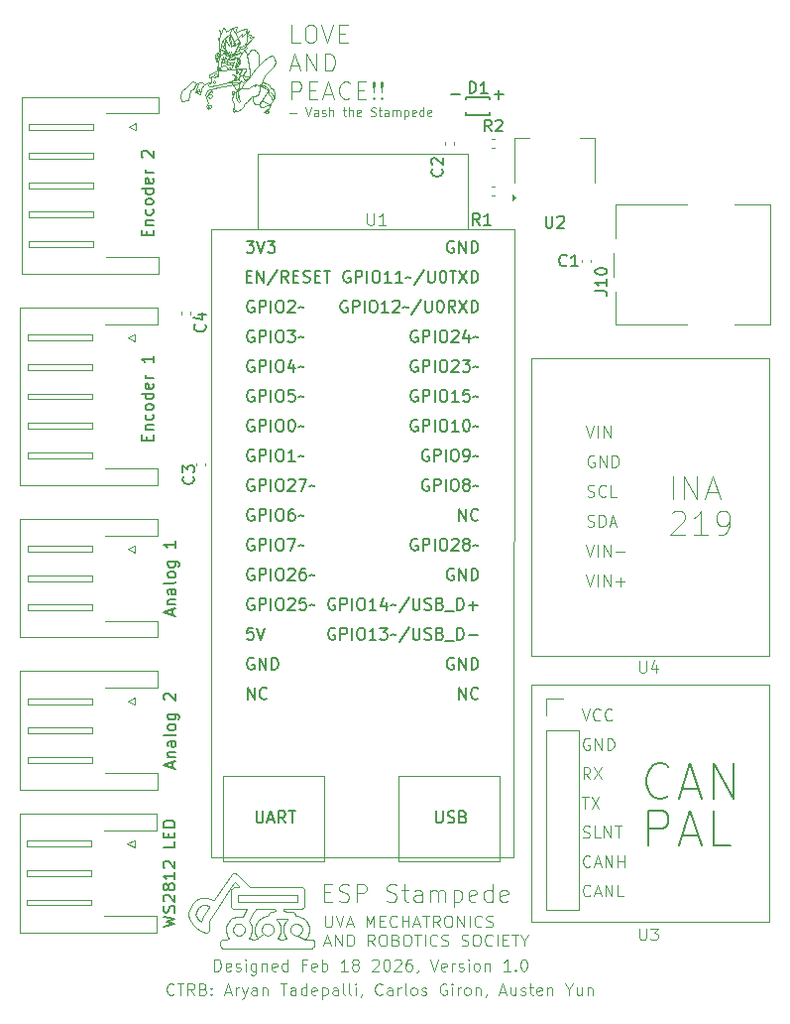
<source format=gto>
%TF.GenerationSoftware,KiCad,Pcbnew,9.0.7*%
%TF.CreationDate,2026-02-19T22:53:12-05:00*%
%TF.ProjectId,ESP32-Adapter,45535033-322d-4416-9461-707465722e6b,rev?*%
%TF.SameCoordinates,Original*%
%TF.FileFunction,Legend,Top*%
%TF.FilePolarity,Positive*%
%FSLAX46Y46*%
G04 Gerber Fmt 4.6, Leading zero omitted, Abs format (unit mm)*
G04 Created by KiCad (PCBNEW 9.0.7) date 2026-02-19 22:53:12*
%MOMM*%
%LPD*%
G01*
G04 APERTURE LIST*
%ADD10C,0.054999*%
%ADD11C,0.100000*%
%ADD12C,0.046216*%
%ADD13C,0.150000*%
%ADD14C,0.093750*%
%ADD15C,0.200000*%
%ADD16C,0.120000*%
%ADD17C,0.152400*%
G04 APERTURE END LIST*
D10*
X96911290Y-37297763D02*
X96819789Y-36857483D01*
D11*
X95487630Y-106300231D02*
X94707983Y-107464398D01*
D10*
X95602397Y-41207068D02*
X95677604Y-41352206D01*
D11*
X101154661Y-109305288D02*
X101430171Y-109286927D01*
X97198373Y-110855747D02*
X97162125Y-110714989D01*
X96071910Y-107345229D02*
X96110274Y-107425582D01*
X93642604Y-108427480D02*
X93396597Y-108362657D01*
D10*
X98107114Y-38575992D02*
X98094493Y-38701531D01*
X95873257Y-38200474D02*
X95743783Y-38357025D01*
D11*
X97717195Y-111835312D02*
X97700711Y-111859389D01*
D10*
X94482619Y-36061290D02*
X94683416Y-35217946D01*
D11*
X93548785Y-110965892D02*
X93554407Y-110720544D01*
D10*
X94220527Y-37700827D02*
X94771543Y-37337462D01*
D11*
X97606731Y-111669948D02*
X97681899Y-111761230D01*
D10*
X96146071Y-36784154D02*
X96174469Y-37194332D01*
X95306786Y-37240081D02*
X95566997Y-37267006D01*
X94223461Y-36773000D02*
X94148514Y-36906816D01*
X97577040Y-36098784D02*
X97753048Y-36420615D01*
D11*
X94732695Y-112664385D02*
X94794449Y-112686346D01*
D10*
X96993424Y-38291770D02*
X96993424Y-37847333D01*
D11*
X98606300Y-110545894D02*
X98706312Y-110568568D01*
X98535683Y-109910629D02*
X98465065Y-109926768D01*
X101201465Y-111526386D02*
X101105025Y-111555278D01*
X98105232Y-110847518D02*
X98105233Y-110847518D01*
D10*
X96807088Y-34209504D02*
X96653450Y-34508467D01*
D11*
X93303934Y-109591647D02*
X93001868Y-110079803D01*
X97162125Y-110714989D02*
X97106880Y-110579415D01*
D10*
X96370105Y-34910059D02*
X96734571Y-34463046D01*
D11*
X101430171Y-109286927D02*
X101576009Y-109245414D01*
X98987194Y-111313185D02*
X98919567Y-111403805D01*
D10*
X95075262Y-36271012D02*
X95125361Y-36288786D01*
D11*
X94707983Y-107464398D02*
X94185880Y-108244045D01*
X99999225Y-109487587D02*
X99925856Y-109437739D01*
D10*
X97149428Y-34708030D02*
X97040541Y-34979225D01*
D11*
X98119519Y-111319772D02*
X98078826Y-111239286D01*
D10*
X94860324Y-38876058D02*
X95232638Y-38784557D01*
D11*
X95759278Y-107051647D02*
X95835557Y-107102367D01*
X95967399Y-107224500D02*
X96071910Y-107345229D01*
D10*
X93355289Y-40930099D02*
X93333203Y-40813357D01*
D11*
X97188027Y-109835063D02*
X97384243Y-109512694D01*
D10*
X98763398Y-37739002D02*
X98492050Y-37972977D01*
D11*
X98728062Y-109637181D02*
X98666149Y-109750397D01*
X100066695Y-111658915D02*
X100186630Y-111870582D01*
X101290842Y-111475480D02*
X101201466Y-111526386D01*
D10*
X95300306Y-37058579D02*
X95470983Y-37108779D01*
D11*
X94488326Y-112206893D02*
X94474726Y-112286427D01*
D10*
X98179684Y-41323810D02*
X98645749Y-40989357D01*
D11*
X92891185Y-110403018D02*
X92804311Y-110344200D01*
X92750513Y-109114629D02*
X92859434Y-109027185D01*
D10*
X96307067Y-39276079D02*
X95918263Y-39521222D01*
X96109069Y-36059060D02*
X95351114Y-36440266D01*
X94443836Y-35345379D02*
X94459612Y-34474541D01*
X98044153Y-39110573D02*
X98227101Y-39166350D01*
D11*
X96110274Y-107425582D02*
X96104665Y-107450030D01*
X95847517Y-107445268D02*
X95698847Y-107463947D01*
X97051767Y-111875000D02*
X96970461Y-111863861D01*
D10*
X97731644Y-38992110D02*
X97810525Y-39052059D01*
D11*
X94794449Y-112686346D02*
X94891365Y-112703014D01*
D10*
X95784801Y-36553823D02*
X95772180Y-36674282D01*
D11*
X100675580Y-110677709D02*
X100758130Y-110614685D01*
D10*
X94953403Y-37105985D02*
X95038593Y-37164356D01*
X95892655Y-38555626D02*
X95650143Y-38583341D01*
X94470348Y-36368210D02*
X94469233Y-36548780D01*
X96347794Y-36248701D02*
X96013134Y-36819855D01*
D11*
X95018207Y-110818758D02*
X94993891Y-110968433D01*
D10*
X96839853Y-36394829D02*
X96894977Y-36297563D01*
X96813479Y-36515271D02*
X96894977Y-36297563D01*
D11*
X99012753Y-109320000D02*
X99145495Y-109336218D01*
D10*
X94380732Y-36159423D02*
X94402508Y-35335914D01*
X96814976Y-35312250D02*
X96485256Y-35599373D01*
X96627320Y-40557091D02*
X96548628Y-40610730D01*
X94771543Y-37337462D02*
X94878634Y-37307341D01*
D11*
X100758130Y-110614685D02*
X100871848Y-110565075D01*
D10*
X96362204Y-34269453D02*
X96649327Y-34212659D01*
D11*
X93889547Y-108536832D02*
X93642604Y-108427480D01*
X95753960Y-111417271D02*
X95663764Y-111296277D01*
X99148749Y-109509680D02*
X99040111Y-109521084D01*
X95424580Y-107636482D02*
X95400318Y-107744856D01*
D10*
X95891075Y-37170301D02*
X95996984Y-37176993D01*
D11*
X95388861Y-109104814D02*
X95491149Y-109207129D01*
D10*
X95232638Y-38784557D02*
X96048831Y-38738574D01*
D11*
X99971048Y-111474051D02*
X99971047Y-111474051D01*
X96545090Y-110816667D02*
X96602188Y-110942662D01*
X95415346Y-110168465D02*
X95305068Y-110267314D01*
X100138079Y-109513594D02*
X99999226Y-109487587D01*
X101879963Y-111768295D02*
X101988177Y-111587981D01*
D10*
X96924156Y-39239983D02*
X97138339Y-39081577D01*
X96854496Y-40389865D02*
X96762995Y-40452969D01*
D11*
X96941065Y-111849415D02*
X97025732Y-111690665D01*
D10*
X95835802Y-37373163D02*
X95925589Y-37323128D01*
X94143497Y-36514199D02*
X94380732Y-36159423D01*
D11*
X93137689Y-108342813D02*
X92886060Y-108367949D01*
X100599538Y-109529919D02*
X100355963Y-109521082D01*
X102091683Y-110834314D02*
X102046201Y-110647333D01*
X98049511Y-111054924D02*
X98065571Y-110953484D01*
D10*
X96041950Y-36633493D02*
X95992789Y-36773514D01*
X95716963Y-38516364D02*
X95770602Y-38505321D01*
X94753046Y-35117790D02*
X95352252Y-34596841D01*
D11*
X98886282Y-110677709D02*
X98953460Y-110753591D01*
D10*
X92534935Y-38844506D02*
X92788012Y-38805138D01*
X92960888Y-38778246D01*
D11*
X101691236Y-108958420D02*
X101703566Y-108385147D01*
D10*
X93436248Y-38774272D02*
X93648199Y-38830049D01*
X95519843Y-40279436D02*
X95623965Y-40409048D01*
X96176001Y-35400894D02*
X95725325Y-36132685D01*
X95975503Y-35673084D01*
X96084527Y-35298265D01*
X96191619Y-35293803D01*
X96176001Y-35400894D01*
D11*
X96962285Y-110283029D02*
X96962285Y-110283030D01*
D10*
X96819789Y-36857483D02*
X96813479Y-36515271D01*
X98510446Y-39389458D02*
X98599689Y-39583560D01*
X98141821Y-38755471D02*
X98094493Y-38701534D01*
X96082881Y-37155547D02*
X96070610Y-36919306D01*
X96846221Y-38492595D02*
X96860381Y-38536655D01*
D11*
X92804311Y-110344200D02*
X92667170Y-110205030D01*
D10*
X97526556Y-38941634D02*
X97548642Y-38992118D01*
X95089471Y-37568378D02*
X95130745Y-37566149D01*
X95812337Y-35559300D02*
X95680704Y-35653005D01*
X95602397Y-39891345D02*
X95481219Y-40178470D01*
X95653859Y-36825171D02*
X95091213Y-36851151D01*
D11*
X101105025Y-111555278D02*
X101802360Y-111884710D01*
D10*
X94014728Y-38074636D02*
X93978443Y-38126697D01*
X95308115Y-37502562D02*
X95327080Y-37554833D01*
D11*
X98241122Y-111451218D02*
X98174394Y-111390813D01*
X100574694Y-111313185D02*
X100532229Y-111222406D01*
D10*
X95729787Y-35487906D02*
X95352252Y-34596841D01*
X98169471Y-40910477D02*
X98359382Y-40781113D01*
D11*
X96623566Y-111062731D02*
X96599330Y-111181686D01*
D10*
X92405571Y-39611222D02*
X92790507Y-39775292D01*
D11*
X99231087Y-109427314D02*
X99215718Y-109470892D01*
X99213413Y-109477425D01*
D10*
X92790507Y-39775292D02*
X92900939Y-39279923D01*
D11*
X93293020Y-108970141D02*
X93448571Y-109013082D01*
D10*
X98492050Y-37972977D02*
X98283806Y-38168599D01*
D11*
X92221844Y-110637571D02*
X92493987Y-110885115D01*
D10*
X94873056Y-36288859D02*
X94935526Y-36335712D01*
X93396307Y-39418755D02*
X93951626Y-39247260D01*
X95720118Y-36765223D02*
X95653859Y-36825171D01*
D11*
X102091683Y-110834314D02*
X102091682Y-110834314D01*
X92644238Y-109239751D02*
X92750514Y-109114629D01*
X95995630Y-108196393D02*
X95995631Y-108196393D01*
X92886060Y-108367949D02*
X92661881Y-108438064D01*
X99877676Y-111108264D02*
X99907495Y-111288499D01*
X97930792Y-110130682D02*
X97784213Y-110258397D01*
X99666724Y-110950704D02*
X99666724Y-110950706D01*
X102094778Y-111253838D02*
X102105732Y-111055666D01*
D10*
X93552490Y-38062015D02*
X94317627Y-37796978D01*
D11*
X93132836Y-108957971D02*
X93132836Y-108957969D01*
D10*
X94072102Y-36438341D02*
X94076565Y-36683759D01*
D11*
X100895713Y-109768044D02*
X100840653Y-109640145D01*
X98317349Y-111499716D02*
X98241122Y-111451218D01*
D10*
X94773773Y-36323441D02*
X94873056Y-36288859D01*
D11*
X98919567Y-111403805D02*
X98842652Y-111472756D01*
D10*
X98035229Y-40277423D02*
X97753047Y-40596545D01*
X98817090Y-40718008D02*
X98035229Y-40277423D01*
X96103562Y-35976510D02*
X96223618Y-35896192D01*
X96482101Y-38869747D02*
X96846221Y-38492595D01*
X94889789Y-35879458D02*
X94753046Y-35117790D01*
X95953603Y-36885120D02*
X95827395Y-37153313D01*
D11*
X98054723Y-111150598D02*
X98054724Y-111150598D01*
X91818831Y-109915444D02*
X91844353Y-110037073D01*
X94555583Y-112531882D02*
X94598181Y-112581888D01*
X100608428Y-110753591D02*
X100675579Y-110677709D01*
X101802360Y-111884710D02*
X101879963Y-111768293D01*
D10*
X94525872Y-37620284D02*
X94532372Y-37771067D01*
D11*
X98465066Y-109926768D02*
X98465065Y-109926768D01*
X93319976Y-111354723D02*
X93416824Y-111309665D01*
D10*
X96223618Y-35896192D02*
X96321379Y-35878344D01*
D11*
X99667756Y-111130383D02*
X99666724Y-110950704D01*
D10*
X94746736Y-36225682D02*
X94773773Y-36323441D01*
D11*
X99578035Y-110602778D02*
X99490802Y-110439503D01*
X96270321Y-110572908D02*
X96270320Y-110572908D01*
X92983236Y-108976862D02*
X93132836Y-108957971D01*
X99308213Y-110194447D02*
X99294111Y-110141981D01*
D10*
X98693881Y-39048903D02*
X98473118Y-38834351D01*
X94977918Y-36527584D02*
X94936643Y-36571090D01*
X93102873Y-38923386D02*
X93413937Y-38876902D01*
X95680704Y-35653005D02*
X95729787Y-35487906D01*
D11*
X94991087Y-111116519D02*
X95009766Y-111263628D01*
D10*
X93413937Y-38876902D02*
X93436248Y-38774272D01*
X99173575Y-36748287D02*
X99224058Y-37114963D01*
D11*
X102045777Y-111884710D02*
X101802360Y-111884710D01*
X98803732Y-110614685D02*
X98886282Y-110677709D01*
X101005012Y-111563031D02*
X100904973Y-111550437D01*
D10*
X94073100Y-38650460D02*
X94103074Y-38693054D01*
X94101497Y-38745114D01*
X94084143Y-38808484D01*
X94016306Y-38836615D01*
X93950943Y-38830306D01*
X93899563Y-38781400D01*
X93893253Y-38688321D01*
X93950943Y-38622255D01*
X94017883Y-38622255D01*
X94073100Y-38650460D01*
X94399663Y-34253676D02*
X94576355Y-34635457D01*
D11*
X93554402Y-110328961D02*
X94245835Y-109281212D01*
D10*
X96993424Y-38291770D02*
X96166580Y-38150360D01*
D11*
X95684030Y-107133112D02*
X95684030Y-107133113D01*
D10*
X95975503Y-38504312D02*
X95736480Y-38573474D01*
D11*
X95131316Y-110512396D02*
X95064006Y-110666939D01*
D10*
X95714170Y-37048540D02*
X95666017Y-36976309D01*
D11*
X92409696Y-109827496D02*
X92400382Y-109764049D01*
X96970461Y-111863862D02*
X96941065Y-111849415D01*
D10*
X95223173Y-36427614D02*
X95287855Y-36440235D01*
X94957515Y-34429867D02*
X95503986Y-34124313D01*
X97834188Y-39118318D02*
X97857852Y-39184578D01*
X93102873Y-38923384D02*
X93413937Y-38876902D01*
D11*
X94841597Y-111896168D02*
X94700045Y-111934082D01*
D10*
X96734571Y-34463046D02*
X96814976Y-35312250D01*
X94143497Y-36514199D02*
X94208198Y-36384797D01*
D11*
X97505951Y-110656594D02*
X97449357Y-110877018D01*
X92460795Y-109573999D02*
X92545903Y-109395299D01*
D10*
X92900939Y-39279923D02*
X93102873Y-38923384D01*
D11*
X96962285Y-110283029D02*
X96989140Y-110199737D01*
D10*
X96135109Y-40030175D02*
X96077833Y-39910276D01*
X95691859Y-37086467D02*
X95714170Y-37048540D01*
X94328671Y-38153514D02*
X94252693Y-38074945D01*
X96077833Y-39260074D02*
X96124687Y-39048694D01*
X95269072Y-37493637D02*
X95308115Y-37502562D01*
X98498360Y-40703325D02*
X98725535Y-40703325D01*
X97366278Y-34887753D02*
X96456860Y-35929097D01*
X94470348Y-36368210D02*
X94364373Y-36302247D01*
D11*
X96584778Y-109651628D02*
X96408380Y-109940897D01*
X98163335Y-110750125D02*
X98235222Y-110670248D01*
X100355963Y-109521082D02*
X100138079Y-109513594D01*
D10*
X93978443Y-38196111D02*
X94030504Y-38232225D01*
D11*
X98842653Y-111472754D02*
X98758780Y-111521225D01*
D10*
X96061686Y-37170302D02*
X96082881Y-37155547D01*
D11*
X94841597Y-111896168D02*
X94841597Y-111896166D01*
X96602188Y-110942662D02*
X96602187Y-110942662D01*
X95664001Y-110826351D02*
X95721522Y-110736234D01*
D10*
X94342869Y-34950978D02*
X94443836Y-35345379D01*
X91187661Y-40377936D02*
X91771374Y-40283280D01*
D11*
X96082493Y-107463629D02*
X95988566Y-107457333D01*
D10*
X92522314Y-39084300D02*
X92405571Y-39611222D01*
X95075262Y-36487565D02*
X95340632Y-36475066D01*
X96516808Y-37923186D02*
X96469480Y-38235552D01*
D11*
X98465066Y-109926768D02*
X98253029Y-109973123D01*
X98625323Y-109832021D02*
X98585451Y-109882239D01*
D10*
X97337243Y-38985808D02*
X97526556Y-38941634D01*
X94136803Y-36893480D02*
X94185886Y-36969336D01*
X93768677Y-39490445D02*
X93402782Y-39871958D01*
X95446442Y-36123761D02*
X95351114Y-36440266D01*
D11*
X98065571Y-110953484D02*
X98105232Y-110847518D01*
D10*
X96497274Y-38499852D02*
X96644525Y-38515470D01*
D11*
X98409502Y-110567060D02*
X98409503Y-110567060D01*
D10*
X96617775Y-38575995D02*
X96671414Y-38601555D01*
X95873257Y-38200474D02*
X95874542Y-38299437D01*
D11*
X98241122Y-111451218D02*
X97706161Y-111791657D01*
X101787359Y-112706190D02*
X102238023Y-112684228D01*
D10*
X95125361Y-36288786D02*
X94746736Y-36225682D01*
D11*
X98235222Y-110670246D02*
X98318195Y-110608916D01*
D10*
X91187661Y-40377936D02*
X91124557Y-39936208D01*
D11*
X95988592Y-108674416D02*
X95988566Y-108399249D01*
D10*
X97605436Y-38979489D02*
X97731644Y-38992110D01*
D11*
X102246200Y-111899977D02*
X102045777Y-111884710D01*
D10*
X98639809Y-41282793D02*
X98479430Y-41390069D01*
D11*
X99279983Y-107446749D02*
X97029278Y-107439711D01*
X101879963Y-111768295D02*
X101879963Y-111768293D01*
X93554407Y-110720544D02*
X93554402Y-110328961D01*
D10*
X95470983Y-37108779D02*
X95618234Y-37116588D01*
X96084527Y-35298265D02*
X95986713Y-34988147D01*
D11*
X95036066Y-111884710D02*
X95036066Y-111884712D01*
X98488931Y-111556231D02*
X98488930Y-111556231D01*
D10*
X94620528Y-36725783D02*
X94542692Y-36777836D01*
D11*
X95469983Y-107573750D02*
X95424580Y-107636482D01*
D10*
X95215687Y-35629348D02*
X95075262Y-35358000D01*
X93815530Y-39584149D02*
X93768677Y-39490445D01*
D11*
X95988566Y-107457333D02*
X95847517Y-107445268D01*
D10*
X95986713Y-34988147D02*
X96392414Y-34653486D01*
D11*
X99038338Y-110932185D02*
X99054399Y-111028942D01*
X94598181Y-112581888D02*
X94732695Y-112664385D01*
D10*
X95736480Y-38573474D02*
X95602616Y-38600246D01*
D11*
X96429547Y-106839980D02*
X96087017Y-106502188D01*
X96972816Y-110328935D02*
X96962285Y-110283030D01*
D10*
X95557626Y-36500037D02*
X95694878Y-36484409D01*
D11*
X97616150Y-110454003D02*
X97505951Y-110656594D01*
D10*
X97258817Y-40294777D02*
X97283605Y-39970226D01*
X96431618Y-38808486D02*
X96617775Y-38575995D01*
X94095975Y-38045449D02*
X94014728Y-38074636D01*
D11*
X99922100Y-110774334D02*
X99883233Y-110939248D01*
D10*
X95325209Y-36527004D02*
X95406176Y-36568021D01*
D11*
X93416824Y-111309665D02*
X93485947Y-111236983D01*
D10*
X92238345Y-39352764D02*
X92437123Y-38866591D01*
D11*
X98666149Y-109750397D02*
X98625323Y-109832021D01*
D10*
X95747018Y-39649730D02*
X95602397Y-39891345D01*
X97348060Y-40559469D02*
X97258817Y-40294777D01*
X94425301Y-37783986D02*
X94400070Y-37554833D01*
D11*
X91844353Y-110037073D02*
X91886210Y-110157405D01*
D10*
X98479430Y-41390069D02*
X98397394Y-41415311D01*
X94121186Y-36795313D02*
X94136803Y-36893480D01*
X98088183Y-36973404D02*
X98605637Y-36551450D01*
D11*
X100510083Y-111126653D02*
X100507464Y-111028942D01*
X91815820Y-109666022D02*
X91809401Y-109791963D01*
X99999225Y-109487587D02*
X99999226Y-109487587D01*
D10*
X94605976Y-36006857D02*
X94623683Y-35951325D01*
X96226529Y-37582424D02*
X96674568Y-37613976D01*
D11*
X92910586Y-110382300D02*
X92891185Y-110403018D01*
D10*
X94866363Y-36719455D02*
X94971223Y-36705343D01*
X95687069Y-40834753D02*
X95652362Y-40964117D01*
X95175791Y-36482830D02*
X95223173Y-36427614D01*
X99224058Y-37114963D02*
X99072608Y-37387364D01*
X96690261Y-38518814D02*
X96798410Y-38431174D01*
D11*
X99925857Y-109437738D02*
X99904399Y-109358814D01*
D10*
X94030504Y-38232225D02*
X94289504Y-38232225D01*
X96392414Y-34653486D02*
X96370105Y-34910059D01*
X94400070Y-37554833D02*
X94281823Y-37317383D01*
X94253276Y-36384797D02*
X94295210Y-36567743D01*
D11*
X95491149Y-109207127D02*
X95593464Y-109309416D01*
D10*
X99091540Y-39998621D02*
X98988431Y-39815619D01*
X95235794Y-35184824D02*
X95298731Y-35279120D01*
D11*
X95283028Y-111867063D02*
X95253266Y-111872258D01*
X95209818Y-111879842D01*
X100079209Y-110431250D02*
X99990388Y-110598811D01*
D10*
X92437123Y-38866591D02*
X92663841Y-38815400D01*
D11*
X97700711Y-111859391D02*
X97640888Y-111874551D01*
X100895713Y-109768044D02*
X100895714Y-109768044D01*
X93548232Y-109067321D02*
X93589684Y-109118915D01*
X92919405Y-110332480D02*
X92910586Y-110382300D01*
D10*
X98283806Y-38168599D02*
X98107114Y-38575992D01*
D11*
X101692982Y-107737790D02*
X101692982Y-107737792D01*
D10*
X98473118Y-38834351D02*
X98141821Y-38755471D01*
X94878634Y-37307341D02*
X94946682Y-37318498D01*
X96077833Y-39910276D02*
X96049686Y-39771555D01*
X97548642Y-38992118D02*
X97472917Y-39096239D01*
D11*
X96970461Y-111863862D02*
X96970461Y-111863861D01*
X93527949Y-111130199D02*
X93548785Y-110965892D01*
D10*
X94806417Y-36891433D02*
X95090654Y-36973467D01*
X96149228Y-35840416D02*
X96103562Y-35976510D01*
X96416957Y-35880574D02*
X96839853Y-36394829D01*
D11*
X95988566Y-108399249D02*
X95995630Y-108196393D01*
D10*
X98666621Y-39771556D02*
X98918732Y-40065470D01*
X95828973Y-38448535D02*
X95854215Y-38387000D01*
X98397394Y-41415311D02*
X98416325Y-41301723D01*
D11*
X99971047Y-111474051D02*
X100066694Y-111658915D01*
X100557471Y-110839422D02*
X100557470Y-110839422D01*
X102547163Y-112439012D02*
X102572774Y-112306324D01*
X93485947Y-111236985D02*
X93527949Y-111130199D01*
X97106880Y-110579415D02*
X96972816Y-110328935D01*
X95875271Y-111506489D02*
X95753960Y-111417271D01*
D10*
X96061686Y-37170302D02*
X95827395Y-37153313D01*
D11*
X100107705Y-110126105D02*
X100170355Y-110132318D01*
X100267777Y-110141980D01*
X95194816Y-111704794D02*
X95283028Y-111867063D01*
X97194669Y-111287890D02*
X97214486Y-111144300D01*
D10*
X96431618Y-38808486D02*
X96268076Y-38610032D01*
D11*
X93001868Y-110079803D02*
X92938312Y-110226144D01*
X98900809Y-109531111D02*
X98900808Y-109531111D01*
X102572774Y-112306324D02*
X102553777Y-112163396D01*
X95676887Y-110021885D02*
X95539673Y-110086418D01*
X101964365Y-110480197D02*
X101841148Y-110318377D01*
X95825847Y-109975610D02*
X95676887Y-110021887D01*
D10*
X96671414Y-38601555D02*
X96667395Y-38517140D01*
X98227101Y-39166350D02*
X98412279Y-39271210D01*
D11*
X97025732Y-111690665D02*
X97100133Y-111563189D01*
D10*
X96027832Y-39575823D02*
X96049686Y-39361269D01*
X96077833Y-39260076D02*
X96239973Y-39271395D01*
X95371468Y-34534490D02*
X95235794Y-35184824D01*
D11*
X96599330Y-111181686D02*
X96535380Y-111307893D01*
X96019205Y-111555622D02*
X95875271Y-111506489D01*
D10*
X94317627Y-37796978D02*
X95677523Y-37632907D01*
D11*
X95491149Y-109207127D02*
X95491149Y-109207129D01*
D10*
X91954376Y-39412442D02*
X92238345Y-39352764D01*
D11*
X95009767Y-111263628D02*
X95009766Y-111263628D01*
X100049496Y-109318252D02*
X100049496Y-109318254D01*
X94993891Y-110968433D02*
X94991087Y-111116519D01*
X93044259Y-111275455D02*
X93200308Y-111344511D01*
D10*
X94364373Y-36302247D02*
X94324213Y-36242008D01*
D11*
X98409503Y-110567060D02*
X98506447Y-110545734D01*
X97442028Y-111126230D02*
X97473539Y-111316730D01*
D10*
X96557907Y-40765338D02*
X96365439Y-40997705D01*
X95454022Y-36709261D02*
X95892078Y-36661100D01*
D11*
X95995631Y-108196393D02*
X96013278Y-108099398D01*
D10*
X95677604Y-41352206D02*
X95723574Y-41134497D01*
D11*
X97473539Y-111316730D02*
X97532859Y-111509875D01*
D10*
X95372816Y-36368210D02*
X96263013Y-36204079D01*
D11*
X91809401Y-109791963D02*
X91818831Y-109915443D01*
D10*
X94197730Y-38159827D02*
X94205618Y-38099878D01*
X94259257Y-38081732D02*
X94188265Y-38049393D01*
X96048831Y-38738574D02*
X96164846Y-38845668D01*
X96644525Y-38515470D02*
X96690261Y-38518814D01*
D11*
X95210003Y-110382222D02*
X95131316Y-110512396D01*
D10*
X97879185Y-40633455D02*
X98035229Y-40277422D01*
X94286285Y-36619057D02*
X94192581Y-36641369D01*
X96653450Y-34508467D02*
X96909465Y-34365121D01*
D11*
X98488930Y-111556231D02*
X98400745Y-111535144D01*
D10*
X98094493Y-38701531D02*
X98094494Y-38701532D01*
X98817090Y-40718008D02*
X98645749Y-40989357D01*
X93550912Y-39100078D02*
X94268437Y-39033077D01*
D11*
X93506341Y-109278539D02*
X93303934Y-109591647D01*
X96989140Y-110199739D02*
X97188027Y-109835063D01*
X98400745Y-111535144D02*
X98317349Y-111499716D01*
D10*
X96015364Y-37397704D02*
X95975503Y-37453481D01*
D11*
X99040111Y-109521082D02*
X98900808Y-109531111D01*
X94474726Y-112286428D02*
X94486897Y-112367946D01*
D10*
X96456860Y-35929097D02*
X96712432Y-35742939D01*
D11*
X95663764Y-111296277D02*
X95613069Y-111151921D01*
D10*
X94786045Y-36674282D02*
X94866363Y-36719455D01*
X94964445Y-35099273D02*
X94923443Y-35070626D01*
X95481219Y-40178470D02*
X95519843Y-40279436D01*
X95959587Y-37790369D02*
X96003003Y-37842800D01*
X95990195Y-37908615D01*
X95954010Y-37961046D01*
X95901329Y-38006783D01*
X95849149Y-37998975D01*
X95826838Y-37966625D01*
X95835801Y-37927579D01*
X95842456Y-37887421D01*
X95862535Y-37845030D01*
X95860305Y-37791484D01*
X95922775Y-37769173D01*
X95959587Y-37790369D01*
X93648199Y-38830049D02*
X93715131Y-38687464D01*
X95666017Y-36976309D02*
X95420676Y-37696574D01*
D11*
X101105025Y-111555278D02*
X101005012Y-111563031D01*
X100904973Y-111550437D02*
X100808401Y-111518342D01*
D10*
X94172501Y-36690452D02*
X94179194Y-36739534D01*
D11*
X97532859Y-111509875D02*
X97606731Y-111669948D01*
D10*
X92960888Y-38778246D02*
X93102873Y-38923386D01*
X95720118Y-36765223D02*
X95772180Y-36674282D01*
D11*
X101841148Y-110318377D02*
X101688140Y-110169867D01*
X95685195Y-106240250D02*
X95563910Y-106255675D01*
X100557470Y-110839422D02*
X100608428Y-110753591D01*
D10*
X95876192Y-39647367D02*
X95960334Y-39395078D01*
D11*
X99004419Y-110839422D02*
X99038338Y-110932185D01*
D10*
X96314875Y-37711786D02*
X96254927Y-37662607D01*
D11*
X92859434Y-109027185D02*
X92983236Y-108976862D01*
X96366046Y-110618231D02*
X96366047Y-110618229D01*
X95878393Y-110605795D02*
X95971368Y-110567509D01*
X101069623Y-108668199D02*
X101026258Y-108681481D01*
D10*
X95953603Y-36885120D02*
X96013134Y-36819855D01*
X94995766Y-37382083D02*
X95045965Y-37498099D01*
X96038759Y-39673690D02*
X96049686Y-39771555D01*
X95669548Y-38160727D02*
X95854727Y-38276743D01*
D11*
X100871848Y-110565075D02*
X100990540Y-110548539D01*
X96154380Y-109940897D02*
X95985417Y-109948385D01*
D10*
X99186196Y-40159537D02*
X99173575Y-39775179D01*
X97954911Y-38909656D02*
X97810525Y-39052059D01*
D11*
X98570900Y-108074683D02*
X98570900Y-108074685D01*
X95721522Y-110736234D02*
X95794044Y-110662363D01*
D10*
X95743783Y-38357025D02*
X95650143Y-38583341D01*
D11*
X101113836Y-110565075D02*
X101241444Y-110614685D01*
X97156489Y-111428225D02*
X97194669Y-111287890D01*
X98585451Y-109882239D02*
X98535683Y-109910629D01*
X96270320Y-110572908D02*
X96366046Y-110618231D01*
D10*
X93886924Y-38285668D02*
X93726287Y-38292360D01*
X96166580Y-38150360D02*
X95743944Y-37505342D01*
X94253276Y-36233083D02*
X94072102Y-36438341D01*
D11*
X96462832Y-110702552D02*
X96462831Y-110702552D01*
X95064006Y-110666939D02*
X95018206Y-110818756D01*
X102373860Y-112643166D02*
X102479853Y-112553815D01*
X96177399Y-111556284D02*
X96019205Y-111555622D01*
D10*
X98639849Y-39570174D02*
X98666621Y-39771558D01*
X96740462Y-35815873D02*
X96347794Y-36248701D01*
X97564418Y-37609827D02*
X98088183Y-36973404D01*
D11*
X99454184Y-110126105D02*
X99780944Y-110120813D01*
D10*
X97472917Y-39096239D02*
X97605436Y-38979489D01*
D11*
X97681899Y-111761230D02*
X97706161Y-111791657D01*
D10*
X95503986Y-34124313D02*
X95952026Y-34013881D01*
D11*
X99883233Y-110939248D02*
X99883232Y-110939248D01*
D10*
X95602616Y-38600246D02*
X95448672Y-38647098D01*
X98599689Y-39583560D02*
X98639849Y-39570174D01*
D11*
X96773505Y-108081750D02*
X96773505Y-108081749D01*
X95985417Y-109948385D02*
X95825847Y-109975610D01*
D10*
X96049687Y-40042028D02*
X96159924Y-40272960D01*
D11*
X100718839Y-111467543D02*
X100639754Y-111398884D01*
D10*
X93333203Y-40813357D02*
X93509895Y-40560940D01*
D11*
X95487630Y-106300231D02*
X95487631Y-106300231D01*
D10*
X95325209Y-36474942D02*
X95325209Y-36527004D01*
X95424818Y-38654949D02*
X95272418Y-38705106D01*
D11*
X100066694Y-111658915D02*
X100066695Y-111658915D01*
D10*
X93513050Y-41027911D02*
X93355289Y-40930099D01*
X94504930Y-36402645D02*
X94649949Y-36409337D01*
D11*
X99582216Y-111488735D02*
X99639657Y-111310538D01*
D10*
X98577240Y-39307634D02*
X98676346Y-39489328D01*
D11*
X99904399Y-109358814D02*
X99934456Y-109333229D01*
X99375233Y-111870582D02*
X99495195Y-111662434D01*
D10*
X95906417Y-41232309D02*
X96000176Y-41200757D01*
D11*
X101154661Y-109305288D02*
X101154660Y-109305288D01*
D10*
X96125434Y-40438058D02*
X95946948Y-40277422D01*
X96740462Y-35815873D02*
X96712432Y-35742939D01*
X95877038Y-37403282D02*
X95835802Y-37395473D01*
D12*
X95299123Y-36653862D02*
X95198373Y-36837409D01*
X95256702Y-36569021D01*
X95299123Y-36653862D01*
D11*
X98579552Y-111561734D02*
X98488931Y-111556231D01*
X95359307Y-112722064D02*
X98570900Y-112724181D01*
X94528066Y-112110480D02*
X94488326Y-112206893D01*
X95018207Y-110818758D02*
X95018206Y-110818756D01*
X98468610Y-108681481D02*
X95988592Y-108674416D01*
D10*
X96321379Y-35878344D02*
X96416957Y-35880574D01*
X95618234Y-35398663D02*
X95729787Y-35487906D01*
D11*
X92545903Y-109395299D02*
X92644238Y-109239749D01*
D10*
X98918732Y-40065470D02*
X98961123Y-40422441D01*
X94192581Y-36641369D02*
X94172501Y-36690452D01*
D11*
X102553777Y-112163396D02*
X102492261Y-112035021D01*
X96177399Y-111556282D02*
X96177399Y-111556284D01*
D10*
X98725535Y-40703325D02*
X98779174Y-40569714D01*
D11*
X100990540Y-110548539D02*
X101113836Y-110565075D01*
D10*
X97128999Y-40071190D02*
X97043808Y-40181623D01*
D11*
X98080996Y-110038342D02*
X98080996Y-110038344D01*
D10*
X95627380Y-41014944D02*
X95723574Y-41134497D01*
X95729787Y-35487906D02*
X95397357Y-35696177D01*
D11*
X99666724Y-110950706D02*
X99636747Y-110774018D01*
X96989140Y-110199739D02*
X96989140Y-110199737D01*
D10*
X94724766Y-36630213D02*
X94786045Y-36674282D01*
X95992789Y-36773514D02*
X96146071Y-36784154D01*
X93789122Y-38232832D02*
X93683896Y-38332520D01*
X95213295Y-37515949D02*
X95269072Y-37493637D01*
X96839853Y-36394829D02*
X96993326Y-36124026D01*
X94459612Y-34474541D02*
X94399663Y-34253676D01*
X95854727Y-38276743D02*
X95975503Y-38415070D01*
D11*
X102046200Y-110647335D02*
X101964365Y-110480197D01*
X101342647Y-110692630D02*
X101434590Y-110809603D01*
D10*
X94335369Y-39207100D02*
X96164846Y-38845668D01*
X95618234Y-35398663D02*
X95986713Y-34988147D01*
D11*
X96104665Y-107450030D02*
X96082493Y-107463629D01*
D10*
X94806417Y-36891431D02*
X94795642Y-37083899D01*
X93413937Y-38876902D02*
X93550912Y-39100078D01*
X98645749Y-40989357D02*
X98593017Y-41121876D01*
D11*
X101313305Y-109980029D02*
X101065047Y-109926794D01*
D10*
X92663841Y-38815400D02*
X92522314Y-39084300D01*
X95723574Y-41134497D02*
X95906417Y-41232309D01*
X97873628Y-39327576D02*
X97883094Y-39449614D01*
X99078919Y-40210021D02*
X99091540Y-39998621D01*
X95690224Y-40633456D02*
X95687069Y-40834753D01*
X96798410Y-38431174D02*
X96832063Y-38448538D01*
X96054570Y-37297193D02*
X95997776Y-37338579D01*
D11*
X94486897Y-112367946D02*
X94524547Y-112470314D01*
X100251453Y-110196219D02*
X100251453Y-110196220D01*
D10*
X95169789Y-36315912D02*
X94889789Y-35879458D01*
D11*
X100997895Y-109911898D02*
X100953921Y-109887107D01*
X96408380Y-109940897D02*
X96154380Y-109940897D01*
X99375232Y-110286627D02*
X99375233Y-110286628D01*
D10*
X96178413Y-37633695D02*
X95743944Y-37505342D01*
D11*
X98506447Y-110545734D02*
X98606300Y-110545892D01*
D10*
X99186196Y-40159537D02*
X99078919Y-40210021D01*
D11*
X102238023Y-112684228D02*
X102323881Y-112666502D01*
D10*
X98965330Y-36500036D02*
X99173575Y-36748287D01*
X96070610Y-36919306D02*
X95891075Y-37170301D01*
D11*
X92838271Y-111143877D02*
X92838271Y-111143879D01*
X95305068Y-110267313D02*
X95305068Y-110267314D01*
X96161445Y-109309416D02*
X96564934Y-109316930D01*
D10*
X93773139Y-39910842D02*
X93793218Y-39987976D01*
X93712900Y-40063832D01*
X93608162Y-40088375D01*
X93496486Y-40037061D01*
X93411705Y-39950049D01*
X93439399Y-39833780D01*
X93516566Y-39829567D01*
X93699514Y-39825107D01*
X93773139Y-39910842D01*
D11*
X100675579Y-110677709D02*
X100675580Y-110677709D01*
X99040111Y-109521082D02*
X99040111Y-109521084D01*
D10*
X97362486Y-35985196D02*
X97577040Y-36098784D01*
X94340946Y-37436107D02*
X94281823Y-37317383D01*
D11*
X99029660Y-111222406D02*
X98987194Y-111313185D01*
X91818831Y-109915444D02*
X91818831Y-109915443D01*
D10*
X92156310Y-38655193D02*
X92534935Y-38844506D01*
X96674568Y-37613976D02*
X96680879Y-37809600D01*
X98593017Y-41121876D02*
X98639809Y-41282793D01*
X98961123Y-40422441D02*
X98779174Y-40569714D01*
D11*
X95400318Y-107744856D02*
X95388862Y-108381629D01*
X98758780Y-111521226D02*
X98670303Y-111550490D01*
X97567414Y-109331746D02*
X97722036Y-109318676D01*
D10*
X96993424Y-37847333D02*
X96911290Y-37297763D01*
X95503986Y-34124313D02*
X95371468Y-34534490D01*
D11*
X92294110Y-108703970D02*
X92133045Y-108897936D01*
X95777666Y-106252605D02*
X95685195Y-106240250D01*
X98078826Y-111239286D02*
X98054723Y-111150598D01*
X92019901Y-110396562D02*
X92221844Y-110637571D01*
D10*
X94469233Y-36548780D02*
X94504930Y-36402645D01*
D11*
X99780944Y-111884684D02*
X99375233Y-111870582D01*
X93132836Y-108957969D02*
X93293020Y-108970141D01*
X99925857Y-109437738D02*
X99925856Y-109437739D01*
X100523550Y-110932185D02*
X100557471Y-110839422D01*
D10*
X98065935Y-40916788D02*
X98169471Y-40910477D01*
D11*
X95111631Y-111557183D02*
X95194816Y-111704794D01*
D10*
X94136204Y-38232225D02*
X94197730Y-38159827D01*
X96211158Y-40384514D02*
X96125434Y-40438058D01*
D11*
X96366047Y-110618229D02*
X96462832Y-110702552D01*
X97100133Y-111563189D02*
X97156489Y-111428225D01*
D10*
X94605976Y-36006857D02*
X95075262Y-36271012D01*
X92645367Y-39384047D02*
X92678497Y-39407712D01*
X92687963Y-39443259D01*
X92688554Y-39469658D01*
X92688656Y-39479814D01*
X92688628Y-39489139D01*
X92688415Y-39496507D01*
X92688223Y-39499105D01*
X92687963Y-39500791D01*
X92687472Y-39502344D01*
X92686628Y-39504568D01*
X92684093Y-39510602D01*
X92680780Y-39518040D01*
X92677117Y-39526033D01*
X92667454Y-39546541D01*
X92616970Y-39567050D01*
X92572797Y-39581249D01*
X92516004Y-39576514D01*
X92490762Y-39548117D01*
X92497072Y-39505522D01*
X92506538Y-39461348D01*
X92558599Y-39410866D01*
X92601194Y-39380892D01*
X92645367Y-39384047D01*
X95075262Y-35358000D02*
X95007798Y-35184825D01*
D11*
X96087017Y-106502188D02*
X95890670Y-106323143D01*
D10*
X98412279Y-39271210D02*
X98510446Y-39389458D01*
X95372816Y-36368210D02*
X95551301Y-36403425D01*
D11*
X95209818Y-111879843D02*
X95209818Y-111879842D01*
D10*
X94268437Y-39033077D02*
X94860324Y-38876058D01*
D11*
X96702518Y-109440385D02*
X96584778Y-109651628D01*
X100186630Y-111870582D02*
X99780944Y-111884684D01*
D10*
X98179684Y-38995267D02*
X98410014Y-39082923D01*
D11*
X92938312Y-110226144D02*
X92919405Y-110332480D01*
X92443155Y-109909146D02*
X92409696Y-109827496D01*
X101667847Y-107626111D02*
X101618899Y-107556128D01*
D10*
X95287855Y-36440235D02*
X95325209Y-36474942D01*
D11*
X98235222Y-110670248D02*
X98235222Y-110670246D01*
X100179565Y-110290147D02*
X100079209Y-110431250D01*
D10*
X96251857Y-35744628D02*
X96149228Y-35840416D01*
D11*
X98842652Y-111472756D02*
X98842653Y-111472754D01*
X98054724Y-111150598D02*
X98049512Y-111054924D01*
X99308214Y-110194447D02*
X99308213Y-110194447D01*
X94700045Y-111934082D02*
X94599503Y-112003773D01*
D10*
X96469480Y-38235552D02*
X96497274Y-38499852D01*
X95182891Y-36373052D02*
X95922418Y-36434021D01*
D11*
X95684030Y-107133112D02*
X95759278Y-107051647D01*
D10*
X96295945Y-37799726D02*
X96314875Y-37711786D01*
X96993245Y-34706450D02*
X97149428Y-34708030D01*
D11*
X97706161Y-111791657D02*
X97717195Y-111835312D01*
D10*
X96909465Y-34365121D02*
X96822864Y-34569987D01*
D11*
X95971368Y-110567509D02*
X96069819Y-110548590D01*
D10*
X96135109Y-40030175D02*
X96049686Y-39771555D01*
D11*
X93485947Y-111236985D02*
X93485947Y-111236983D01*
X96170520Y-110550047D02*
X96270321Y-110572908D01*
X99883232Y-110939248D02*
X99877676Y-111108264D01*
D10*
X99072608Y-37387364D02*
X98763398Y-37739002D01*
X95960334Y-39395078D02*
X96077833Y-39260076D01*
X96135028Y-38573157D02*
X96111138Y-38342829D01*
X99173575Y-39775179D02*
X99050522Y-39380200D01*
X97633832Y-39872412D02*
X97447676Y-39970224D01*
D11*
X95036066Y-111884710D02*
X94841597Y-111896166D01*
X93396597Y-108362657D02*
X93137689Y-108342813D01*
X98355713Y-109309416D02*
X99012753Y-109320000D01*
X94524547Y-112470312D02*
X94524547Y-112470314D01*
X100507464Y-111028942D02*
X100523550Y-110932185D01*
D10*
X97753047Y-40596545D02*
X97531007Y-40603160D01*
X95453504Y-36591686D02*
X95557626Y-36500037D01*
D11*
X99294111Y-110141980D02*
X99391400Y-110132331D01*
X99454184Y-110126105D01*
D10*
X94295210Y-36567743D02*
X94286285Y-36619057D01*
X95975503Y-38504312D02*
X95892655Y-38555626D01*
X96485256Y-35599373D02*
X96251857Y-35744628D01*
D11*
X93589684Y-109118915D02*
X93506340Y-109278539D01*
X99490802Y-110439503D02*
X99375232Y-110286627D01*
D10*
X94208198Y-36384797D02*
X94253276Y-36384797D01*
X98410014Y-39082923D02*
X98577240Y-39307634D01*
D11*
X102479853Y-112553815D02*
X102510661Y-112501269D01*
X102547163Y-112439012D01*
D10*
X97531007Y-40603160D02*
X97531007Y-40603158D01*
D11*
X98318195Y-110608916D02*
X98409502Y-110567060D01*
X98900809Y-109531111D02*
X98801536Y-109566936D01*
D10*
X94340946Y-37436107D02*
X94289504Y-38232225D01*
X96263013Y-36204079D02*
X96109069Y-36059060D01*
X94425301Y-37783986D02*
X94532372Y-37771067D01*
D11*
X94245835Y-109281212D02*
X95458949Y-107454688D01*
X101026258Y-108681481D02*
X98468610Y-108681481D01*
D10*
X95261035Y-36162578D02*
X95168616Y-36317882D01*
D11*
X100251453Y-110196220D02*
X100179565Y-110290147D01*
D10*
X97272573Y-34891098D02*
X97366278Y-34887753D01*
X95770602Y-38505321D02*
X95828973Y-38448535D01*
X95406176Y-36568021D02*
X95453504Y-36591686D01*
D11*
X101434590Y-110809603D02*
X101501397Y-110941128D01*
D10*
X95835802Y-37395473D02*
X95835802Y-37373163D01*
D11*
X95458949Y-107454688D02*
X95684030Y-107133113D01*
D10*
X94683416Y-35217946D02*
X94753046Y-35117790D01*
D11*
X100599538Y-109529919D02*
X100599539Y-109529919D01*
D10*
X96649327Y-34212659D02*
X96807088Y-34209504D01*
X91124557Y-39936208D02*
X91190816Y-39535497D01*
D11*
X99375233Y-110286628D02*
X99308214Y-110194447D01*
D10*
X95623965Y-40409048D02*
X95690224Y-40633456D01*
X97753047Y-39790377D02*
X97633832Y-39872412D01*
X93587283Y-38341445D02*
X93552490Y-38270259D01*
X96038759Y-39673690D02*
X96049687Y-40042028D01*
X94220527Y-37700827D02*
X94482619Y-36061290D01*
D11*
X95388861Y-108381629D02*
X95388861Y-109104814D01*
X100751515Y-109565188D02*
X100599539Y-109529919D01*
D10*
X94623683Y-35951325D02*
X95168616Y-36317882D01*
X95298731Y-35279120D02*
X95298731Y-35414794D01*
X95454022Y-36709261D02*
X95182891Y-36373052D01*
X96077006Y-36351330D02*
X95551301Y-36403425D01*
D11*
X96013278Y-108099398D02*
X96773505Y-108081750D01*
X102492261Y-112035021D02*
X102392382Y-111948634D01*
D10*
X95424818Y-38654949D02*
X95852496Y-39381122D01*
D11*
X101534231Y-107457333D02*
X99279983Y-107446749D01*
X96341361Y-111500165D02*
X96177399Y-111556282D01*
D10*
X95892078Y-36661100D02*
X95953604Y-36885122D01*
X98094494Y-38701532D02*
X97954911Y-38909656D01*
X93698398Y-40744305D02*
X93731864Y-40805659D01*
X93727402Y-40871475D01*
X93721581Y-40880574D01*
X93708438Y-40900758D01*
X93701148Y-40911674D01*
X93694459Y-40921360D01*
X93689182Y-40928485D01*
X93687326Y-40930670D01*
X93686128Y-40931714D01*
X93682354Y-40934223D01*
X93675181Y-40939452D01*
X93655450Y-40954303D01*
X93628120Y-40975220D01*
X93563419Y-40977449D01*
X93539993Y-40961830D01*
X93541108Y-40921672D01*
X93502064Y-40898247D01*
X93466367Y-40844701D01*
X93469714Y-40775537D01*
X93496487Y-40735379D01*
X93531068Y-40733150D01*
X93648199Y-40707492D01*
X93698398Y-40744305D01*
X95146812Y-37214839D02*
X95306786Y-37240081D01*
X95618234Y-37116588D02*
X95691859Y-37086467D01*
D11*
X97722036Y-109318676D02*
X98355713Y-109309416D01*
D10*
X96846222Y-38492594D02*
X97564418Y-37609827D01*
X95486601Y-38125031D02*
X95873257Y-38200474D01*
X95918263Y-39521222D02*
X95747018Y-39649730D01*
D11*
X98570900Y-108074685D02*
X101103860Y-108074685D01*
X99145495Y-109336218D02*
X99198861Y-109362332D01*
D10*
X94324213Y-36242008D02*
X94253276Y-36233083D01*
X94205618Y-38099878D02*
X94252693Y-38074945D01*
X95876192Y-39973996D02*
X95876192Y-39647367D01*
D11*
X94891365Y-112703014D02*
X95359307Y-112722064D01*
X101065047Y-109926794D02*
X100997896Y-109911898D01*
X95610344Y-110992483D02*
X95664001Y-110826351D01*
D10*
X96049686Y-39771555D02*
X96027832Y-39575823D01*
X97195259Y-39998621D02*
X97128999Y-40071190D01*
D11*
X98758780Y-111521225D02*
X98758780Y-111521226D01*
X96462831Y-110702552D02*
X96545090Y-110816667D01*
X100049496Y-109318252D02*
X100684046Y-109309416D01*
X101688140Y-110169867D02*
X101516611Y-110059086D01*
D10*
X93715131Y-38687464D02*
X93701745Y-38448535D01*
D11*
X98728062Y-109637181D02*
X98728062Y-109637183D01*
D10*
X98479430Y-41203912D02*
X98416325Y-41301723D01*
X96113532Y-38962799D02*
X96124687Y-39048694D01*
X94148514Y-36906816D02*
X94338980Y-36959829D01*
D11*
X95305068Y-110267313D02*
X95210003Y-110382222D01*
X93949528Y-108568582D02*
X93889547Y-108536832D01*
D10*
X94587398Y-36747939D02*
X94648925Y-36823595D01*
X96268076Y-38610032D02*
X96113532Y-38962799D01*
D11*
X99051779Y-111126653D02*
X99029660Y-111222406D01*
D10*
X96822864Y-34569987D02*
X96799585Y-34768387D01*
X98179684Y-41323810D02*
X98479430Y-41203912D01*
X95045965Y-37498099D02*
X95089471Y-37568378D01*
X96239973Y-39271395D02*
X96482101Y-38869747D01*
X94923443Y-35070626D02*
X94872750Y-36288966D01*
X94081027Y-38390528D02*
X93789122Y-38232832D01*
D11*
X94599503Y-112003773D02*
X94528066Y-112110480D01*
D10*
X95300306Y-37058579D02*
X95306786Y-37240081D01*
D11*
X98105233Y-110847518D02*
X98163335Y-110750124D01*
D10*
X96307067Y-39276079D02*
X96701068Y-39275679D01*
D11*
X95835557Y-107102367D02*
X95967399Y-107224500D01*
D10*
X96166580Y-38150360D02*
X96202857Y-37976824D01*
D11*
X101988177Y-111587981D02*
X102057684Y-111423886D01*
X98049512Y-111054924D02*
X98049511Y-111054924D01*
X99148749Y-109509680D02*
X99148749Y-109509678D01*
D10*
X95397357Y-35696177D02*
X95352252Y-34596841D01*
D11*
X95563910Y-106255675D02*
X95487631Y-106300231D01*
D10*
X93301651Y-39664861D02*
X93396307Y-39418755D01*
X97531007Y-40603158D02*
X97348060Y-40559469D01*
D11*
X97029278Y-107439711D02*
X96429547Y-106839980D01*
D10*
X96000176Y-41200757D02*
X96365439Y-40997705D01*
X98988431Y-39815619D02*
X98817090Y-39626306D01*
X94547012Y-37364711D02*
X94525872Y-37620284D01*
D11*
X92416863Y-109689357D02*
X92460795Y-109573999D01*
D10*
X95677523Y-37632907D02*
X96226529Y-37582424D01*
X95879269Y-37449021D02*
X95877038Y-37403282D01*
D11*
X101787359Y-112706190D02*
X101787360Y-112706190D01*
X93506340Y-109278539D02*
X93506341Y-109278539D01*
X98163335Y-110750124D02*
X98163335Y-110750125D01*
D10*
X95327080Y-37554833D02*
X95420676Y-37696574D01*
X96799585Y-34768387D02*
X96993245Y-34706450D01*
X98094493Y-38701534D02*
X98100803Y-38638764D01*
D11*
X92493987Y-110885115D02*
X92838271Y-111143879D01*
D10*
X95975503Y-37453481D02*
X95879269Y-37449021D01*
D11*
X100802130Y-109596885D02*
X100751515Y-109565188D01*
D10*
X95950663Y-35766790D02*
X96251857Y-35744628D01*
D11*
X96444972Y-111420897D02*
X96341361Y-111500165D01*
D10*
X97807370Y-36857483D02*
X97826301Y-37291616D01*
D11*
X95539674Y-110086418D02*
X95539673Y-110086418D01*
X98706312Y-110568568D02*
X98803732Y-110614685D01*
X99495195Y-111662434D02*
X99582216Y-111488735D01*
X101527194Y-111062731D02*
X101504149Y-111158960D01*
D10*
X94402508Y-35335914D02*
X94342869Y-34950978D01*
D11*
X95209818Y-111879843D02*
X95036066Y-111884712D01*
X99780944Y-110120813D02*
X100107705Y-110126105D01*
X96535380Y-111307893D02*
X96444972Y-111420897D01*
D10*
X97043808Y-40181623D02*
X96894976Y-40317296D01*
D11*
X92644238Y-109239749D02*
X92644238Y-109239751D01*
D10*
X94649949Y-36409337D02*
X94773773Y-36323441D01*
D11*
X101201466Y-111526386D02*
X101201465Y-111526386D01*
D10*
X96701068Y-39275679D02*
X96924156Y-39239983D01*
D11*
X100953921Y-109887107D02*
X100923151Y-109842445D01*
D10*
X95639661Y-39515651D02*
X95693299Y-39603333D01*
X95631773Y-39778447D01*
X95508720Y-39798955D01*
X95508720Y-39499211D01*
X95639661Y-39515651D01*
D11*
X102323881Y-112666502D02*
X102373860Y-112643166D01*
D10*
X96993326Y-36124026D02*
X97141621Y-36000973D01*
D11*
X98801536Y-109566936D02*
X98728062Y-109637183D01*
D10*
X93178598Y-39775293D02*
X93301651Y-39664861D01*
X94980148Y-36450612D02*
X94977918Y-36527584D01*
D11*
X101703566Y-108385147D02*
X101692982Y-107737792D01*
D10*
X97832611Y-39607375D02*
X97753047Y-39790377D01*
D11*
X91875235Y-109404402D02*
X91815820Y-109666022D01*
D10*
X96159924Y-40272960D02*
X96211158Y-40384514D01*
D11*
X95613069Y-111151921D02*
X95610344Y-110992483D01*
D10*
X95997776Y-37338579D02*
X96015364Y-37397704D01*
D11*
X101501397Y-110941128D02*
X101527194Y-111062731D01*
X101241444Y-110614685D02*
X101342647Y-110692630D01*
X92838271Y-111143877D02*
X93044259Y-111275455D01*
X97384243Y-109512694D02*
X97498463Y-109351748D01*
D10*
X95503986Y-34124313D02*
X95986713Y-34988147D01*
X95705920Y-38448535D02*
X95716963Y-38516364D01*
D11*
X100267777Y-110141980D02*
X100251453Y-110196219D01*
X95593464Y-109309416D02*
X96161444Y-109309416D01*
D10*
X95694878Y-36484409D02*
X95784801Y-36553823D01*
X95946948Y-40277422D02*
X95876192Y-39973996D01*
X94081027Y-38390528D02*
X94030504Y-38232225D01*
D11*
X96564934Y-109316930D02*
X96743528Y-109337647D01*
D10*
X95091213Y-36851151D02*
X95055868Y-37172416D01*
D11*
X97784213Y-110258397D02*
X97616150Y-110454003D01*
X95676887Y-110021885D02*
X95676887Y-110021887D01*
D10*
X97283605Y-39970224D02*
X97195259Y-39998621D01*
D11*
X100684046Y-109309416D02*
X101154660Y-109305288D01*
X98953460Y-110753591D02*
X99004419Y-110839422D01*
X97214486Y-111144300D02*
X97215782Y-110999548D01*
D10*
X94935526Y-36335712D02*
X94980148Y-36450612D01*
X97834188Y-39118318D02*
X98044153Y-39110573D01*
X94946682Y-37318498D02*
X94995766Y-37382083D01*
D11*
X101516611Y-110059086D02*
X101432552Y-110026399D01*
X101313305Y-109980029D01*
X91995131Y-109125980D02*
X91875235Y-109404402D01*
D10*
X93683896Y-38332520D02*
X93587283Y-38341445D01*
X97141621Y-36000973D02*
X97362486Y-35985196D01*
X93978443Y-38126697D02*
X93978443Y-38196111D01*
D11*
X96743528Y-109337647D02*
X96702518Y-109440385D01*
D10*
X96762995Y-40452969D02*
X96627320Y-40557091D01*
D11*
X98670303Y-111550490D02*
X98579552Y-111561734D01*
X93200308Y-111344511D02*
X93319976Y-111354723D01*
D10*
X93951626Y-39247260D02*
X94335369Y-39207100D01*
D11*
X101692982Y-107737790D02*
X101667847Y-107626110D01*
X100532229Y-111222406D02*
X100510083Y-111126653D01*
D10*
X93701745Y-38448535D02*
X93683896Y-38332520D01*
X91190816Y-39535497D02*
X91660942Y-39096923D01*
X97753048Y-36420615D02*
X97807370Y-36857483D01*
X94795642Y-37083899D02*
X94953403Y-37105985D01*
X96680879Y-37809600D02*
X96516808Y-37923186D01*
D11*
X99578036Y-110602778D02*
X99578035Y-110602778D01*
D10*
X97447676Y-39970224D02*
X97283605Y-39970224D01*
D11*
X102105732Y-111055666D02*
X102091682Y-110834314D01*
D10*
X94076565Y-36683759D02*
X94121186Y-36795313D01*
X94648925Y-36823595D02*
X94547012Y-37364711D01*
D11*
X100997895Y-109911898D02*
X100997896Y-109911898D01*
X95009767Y-111263628D02*
X95049957Y-111410313D01*
D10*
X96894976Y-40317296D02*
X96854496Y-40389865D01*
X97857852Y-39184578D02*
X97873628Y-39327576D01*
D11*
X99990388Y-110598811D02*
X99922100Y-110774334D01*
X97700711Y-111859391D02*
X97700711Y-111859389D01*
X101677769Y-109105475D02*
X101691236Y-108958420D01*
D10*
X94724766Y-36551450D02*
X94806417Y-36891431D01*
X95952026Y-34013881D02*
X95790766Y-34506791D01*
D11*
X99054399Y-111028942D02*
X99051779Y-111126653D01*
X100639755Y-111398883D02*
X100574694Y-111313184D01*
D10*
X98666621Y-39771558D02*
X98666621Y-39771556D01*
X98676346Y-39489328D02*
X98035229Y-40277422D01*
D11*
X101504149Y-111158958D02*
X101446046Y-111279687D01*
X101618899Y-107556128D02*
X101534231Y-107457333D01*
D10*
X95298731Y-35414794D02*
X95215687Y-35629348D01*
D11*
X102057684Y-111423886D02*
X102094778Y-111253838D01*
D10*
X94923428Y-34206348D02*
X94957515Y-34429867D01*
X94781443Y-34083295D02*
X94923428Y-34206348D01*
D11*
X102392382Y-111948634D02*
X102246200Y-111899977D01*
X95388861Y-108381629D02*
X95388862Y-108381629D01*
D10*
X98605637Y-36551450D02*
X98965330Y-36500036D01*
X97910929Y-40837500D02*
X97879185Y-40633455D01*
D11*
X96602187Y-110942662D02*
X96623566Y-111062731D01*
D10*
X95996984Y-37176993D02*
X95923359Y-37255080D01*
X94936643Y-36571090D02*
X94971223Y-36705343D01*
X98359382Y-40781113D02*
X98498360Y-40703325D01*
X98927469Y-39250836D02*
X98766553Y-39266613D01*
D11*
X99294111Y-110141981D02*
X99294111Y-110141980D01*
D10*
X96135028Y-38573157D02*
X95975503Y-38504312D01*
D11*
X92400382Y-109764049D02*
X92416863Y-109689357D01*
D10*
X95827395Y-37153313D02*
X95743944Y-37505342D01*
X97138339Y-39081577D02*
X97337243Y-38985808D01*
X95130745Y-37566149D02*
X95213295Y-37515949D01*
X95602397Y-41065774D02*
X95602397Y-41207068D01*
D11*
X92530028Y-110041385D02*
X92443155Y-109909146D01*
X98080996Y-110038342D02*
X97930792Y-110130682D01*
X95890670Y-106323143D02*
X95777666Y-106252605D01*
X100840653Y-109640145D02*
X100802130Y-109596885D01*
X101092827Y-108628114D02*
X101069623Y-108668199D01*
X101576009Y-109245413D02*
X101576009Y-109245414D01*
X97329130Y-111884684D02*
X97051767Y-111875000D01*
X94524547Y-112470312D02*
X94555583Y-112531882D01*
D10*
X93509895Y-40560940D02*
X93178598Y-39775293D01*
D11*
X98174394Y-111390813D02*
X98119519Y-111319772D01*
D10*
X95790766Y-34506791D02*
X96362204Y-34269453D01*
X94576355Y-34635457D02*
X94781443Y-34083295D01*
D11*
X95539674Y-110086418D02*
X95415346Y-110168465D01*
X102046200Y-110647335D02*
X102046201Y-110647333D01*
X92133045Y-108897936D02*
X91995131Y-109125980D01*
X96161445Y-109309416D02*
X96161444Y-109309416D01*
X101504149Y-111158960D02*
X101504149Y-111158958D01*
D10*
X95854215Y-38387000D02*
X95874542Y-38299437D01*
D11*
X99213413Y-109477425D02*
X99148749Y-109509678D01*
D10*
X95038593Y-37164356D02*
X95146812Y-37214839D01*
D11*
X101103860Y-108074685D02*
X101103860Y-108371044D01*
X97640888Y-111874551D02*
X97329130Y-111884684D01*
X100639754Y-111398884D02*
X100639755Y-111398883D01*
D10*
X94188265Y-38049393D02*
X94095975Y-38045449D01*
X96049686Y-39361269D02*
X96077833Y-39260074D01*
D11*
X95565418Y-107508425D02*
X95469983Y-107573750D01*
X92661881Y-108438064D02*
X92472373Y-108549029D01*
D10*
X96239151Y-37863236D02*
X96295945Y-37799726D01*
D11*
X101657713Y-109171832D02*
X101677769Y-109105475D01*
X95794044Y-110662363D02*
X95878393Y-110605795D01*
D10*
X93552490Y-38270259D02*
X93552490Y-38062015D01*
D11*
X98606300Y-110545892D02*
X98606300Y-110545894D01*
X99198861Y-109362332D02*
X99231087Y-109427314D01*
D10*
X96202857Y-37976824D02*
X96239151Y-37863236D01*
D11*
X97498463Y-109351748D02*
X97567414Y-109331746D01*
D10*
X99050522Y-39380200D02*
X98927469Y-39250836D01*
X96667395Y-38517140D02*
X96846222Y-38492594D01*
X96174469Y-37194332D02*
X96054570Y-37297193D01*
D11*
X99934456Y-109333229D02*
X100049496Y-109318254D01*
D10*
X95090654Y-36973467D02*
X95300306Y-37058579D01*
D11*
X98570900Y-112724181D02*
X101787360Y-112706190D01*
D10*
X98065935Y-40916788D02*
X97910929Y-40837500D01*
X97883094Y-39449614D02*
X97832611Y-39607375D01*
D11*
X95049957Y-111410313D02*
X95111631Y-111557183D01*
X94474726Y-112286428D02*
X94474726Y-112286427D01*
D10*
X96084527Y-35298265D02*
X95812337Y-35559300D01*
D11*
X93448571Y-109013082D02*
X93548232Y-109067321D01*
D10*
X96557907Y-40765338D02*
X96548628Y-40610730D01*
X96111138Y-38342829D02*
X96166580Y-38150360D01*
D11*
X96069819Y-110548590D02*
X96069819Y-110548592D01*
X101103860Y-108371044D02*
X101103638Y-108376226D01*
X101092827Y-108628114D01*
D10*
X97040541Y-34979225D02*
X97272573Y-34891098D01*
D11*
X97215782Y-110999548D02*
X97198373Y-110855747D01*
X98253029Y-109973123D02*
X98080996Y-110038344D01*
D10*
X94724766Y-36551450D02*
X94724766Y-36630213D01*
X95300306Y-37058579D02*
X95078153Y-36969858D01*
D11*
X92472373Y-108549029D02*
X92294110Y-108703970D01*
X96069819Y-110548592D02*
X96170520Y-110550047D01*
D10*
X95652362Y-40964117D02*
X95602397Y-41065774D01*
X95923359Y-37255080D02*
X95925589Y-37323128D01*
D11*
X99907495Y-111288499D02*
X99971048Y-111474051D01*
X99636747Y-110774018D02*
X99636747Y-110774016D01*
X100808401Y-111518342D02*
X100718839Y-111467543D01*
D10*
X91660942Y-39096923D02*
X92156310Y-38655193D01*
D11*
X99636747Y-110774016D02*
X99578036Y-110602778D01*
X97449357Y-110877018D02*
X97442028Y-111126230D01*
X101576009Y-109245413D02*
X101657713Y-109171832D01*
D10*
X94179194Y-36739534D02*
X94223461Y-36773000D01*
D11*
X101667847Y-107626111D02*
X101667847Y-107626110D01*
D10*
X94613951Y-37009292D02*
X94795642Y-37083899D01*
D11*
X100574694Y-111313184D02*
X100574694Y-111313185D01*
D10*
X98002992Y-39004732D02*
X98179684Y-38995267D01*
D11*
X92750514Y-109114629D02*
X92750513Y-109114629D01*
D10*
X94542692Y-36777836D02*
X94806417Y-36891433D01*
X91954376Y-39412442D02*
X91771374Y-40283280D01*
X95007798Y-35184825D02*
X94964445Y-35099273D01*
X98002992Y-39004732D02*
X98141821Y-38755471D01*
X94185886Y-36969336D02*
X94292978Y-36947025D01*
D11*
X95698847Y-107463947D02*
X95565418Y-107508425D01*
X99639657Y-111310538D02*
X99667756Y-111130383D01*
X101369424Y-111395099D02*
X101290842Y-111475480D01*
D10*
X98766553Y-39266613D02*
X98693881Y-39048903D01*
X96254927Y-37662607D02*
X96178413Y-37633695D01*
X94879694Y-35675098D02*
X94879694Y-35944868D01*
X94653657Y-35657744D01*
X94879694Y-35675098D01*
D11*
X100923151Y-109842445D02*
X100907041Y-109798761D01*
X100895714Y-109768044D01*
X94185880Y-108244045D02*
X93949528Y-108568582D01*
X92667170Y-110205030D02*
X92530028Y-110041385D01*
X91886210Y-110157405D02*
X92019901Y-110396562D01*
X101446046Y-111279687D02*
X101369424Y-111395099D01*
X96773505Y-108081749D02*
X98570900Y-108074683D01*
D10*
X95975503Y-38415070D02*
X95975503Y-38504312D01*
D11*
X90535659Y-116562180D02*
X90488040Y-116609800D01*
X90488040Y-116609800D02*
X90345183Y-116657419D01*
X90345183Y-116657419D02*
X90249945Y-116657419D01*
X90249945Y-116657419D02*
X90107088Y-116609800D01*
X90107088Y-116609800D02*
X90011850Y-116514561D01*
X90011850Y-116514561D02*
X89964231Y-116419323D01*
X89964231Y-116419323D02*
X89916612Y-116228847D01*
X89916612Y-116228847D02*
X89916612Y-116085990D01*
X89916612Y-116085990D02*
X89964231Y-115895514D01*
X89964231Y-115895514D02*
X90011850Y-115800276D01*
X90011850Y-115800276D02*
X90107088Y-115705038D01*
X90107088Y-115705038D02*
X90249945Y-115657419D01*
X90249945Y-115657419D02*
X90345183Y-115657419D01*
X90345183Y-115657419D02*
X90488040Y-115705038D01*
X90488040Y-115705038D02*
X90535659Y-115752657D01*
X90821374Y-115657419D02*
X91392802Y-115657419D01*
X91107088Y-116657419D02*
X91107088Y-115657419D01*
X92297564Y-116657419D02*
X91964231Y-116181228D01*
X91726136Y-116657419D02*
X91726136Y-115657419D01*
X91726136Y-115657419D02*
X92107088Y-115657419D01*
X92107088Y-115657419D02*
X92202326Y-115705038D01*
X92202326Y-115705038D02*
X92249945Y-115752657D01*
X92249945Y-115752657D02*
X92297564Y-115847895D01*
X92297564Y-115847895D02*
X92297564Y-115990752D01*
X92297564Y-115990752D02*
X92249945Y-116085990D01*
X92249945Y-116085990D02*
X92202326Y-116133609D01*
X92202326Y-116133609D02*
X92107088Y-116181228D01*
X92107088Y-116181228D02*
X91726136Y-116181228D01*
X93059469Y-116133609D02*
X93202326Y-116181228D01*
X93202326Y-116181228D02*
X93249945Y-116228847D01*
X93249945Y-116228847D02*
X93297564Y-116324085D01*
X93297564Y-116324085D02*
X93297564Y-116466942D01*
X93297564Y-116466942D02*
X93249945Y-116562180D01*
X93249945Y-116562180D02*
X93202326Y-116609800D01*
X93202326Y-116609800D02*
X93107088Y-116657419D01*
X93107088Y-116657419D02*
X92726136Y-116657419D01*
X92726136Y-116657419D02*
X92726136Y-115657419D01*
X92726136Y-115657419D02*
X93059469Y-115657419D01*
X93059469Y-115657419D02*
X93154707Y-115705038D01*
X93154707Y-115705038D02*
X93202326Y-115752657D01*
X93202326Y-115752657D02*
X93249945Y-115847895D01*
X93249945Y-115847895D02*
X93249945Y-115943133D01*
X93249945Y-115943133D02*
X93202326Y-116038371D01*
X93202326Y-116038371D02*
X93154707Y-116085990D01*
X93154707Y-116085990D02*
X93059469Y-116133609D01*
X93059469Y-116133609D02*
X92726136Y-116133609D01*
X93726136Y-116562180D02*
X93773755Y-116609800D01*
X93773755Y-116609800D02*
X93726136Y-116657419D01*
X93726136Y-116657419D02*
X93678517Y-116609800D01*
X93678517Y-116609800D02*
X93726136Y-116562180D01*
X93726136Y-116562180D02*
X93726136Y-116657419D01*
X93726136Y-116038371D02*
X93773755Y-116085990D01*
X93773755Y-116085990D02*
X93726136Y-116133609D01*
X93726136Y-116133609D02*
X93678517Y-116085990D01*
X93678517Y-116085990D02*
X93726136Y-116038371D01*
X93726136Y-116038371D02*
X93726136Y-116133609D01*
X94916612Y-116371704D02*
X95392802Y-116371704D01*
X94821374Y-116657419D02*
X95154707Y-115657419D01*
X95154707Y-115657419D02*
X95488040Y-116657419D01*
X95821374Y-116657419D02*
X95821374Y-115990752D01*
X95821374Y-116181228D02*
X95868993Y-116085990D01*
X95868993Y-116085990D02*
X95916612Y-116038371D01*
X95916612Y-116038371D02*
X96011850Y-115990752D01*
X96011850Y-115990752D02*
X96107088Y-115990752D01*
X96345184Y-115990752D02*
X96583279Y-116657419D01*
X96821374Y-115990752D02*
X96583279Y-116657419D01*
X96583279Y-116657419D02*
X96488041Y-116895514D01*
X96488041Y-116895514D02*
X96440422Y-116943133D01*
X96440422Y-116943133D02*
X96345184Y-116990752D01*
X97630898Y-116657419D02*
X97630898Y-116133609D01*
X97630898Y-116133609D02*
X97583279Y-116038371D01*
X97583279Y-116038371D02*
X97488041Y-115990752D01*
X97488041Y-115990752D02*
X97297565Y-115990752D01*
X97297565Y-115990752D02*
X97202327Y-116038371D01*
X97630898Y-116609800D02*
X97535660Y-116657419D01*
X97535660Y-116657419D02*
X97297565Y-116657419D01*
X97297565Y-116657419D02*
X97202327Y-116609800D01*
X97202327Y-116609800D02*
X97154708Y-116514561D01*
X97154708Y-116514561D02*
X97154708Y-116419323D01*
X97154708Y-116419323D02*
X97202327Y-116324085D01*
X97202327Y-116324085D02*
X97297565Y-116276466D01*
X97297565Y-116276466D02*
X97535660Y-116276466D01*
X97535660Y-116276466D02*
X97630898Y-116228847D01*
X98107089Y-115990752D02*
X98107089Y-116657419D01*
X98107089Y-116085990D02*
X98154708Y-116038371D01*
X98154708Y-116038371D02*
X98249946Y-115990752D01*
X98249946Y-115990752D02*
X98392803Y-115990752D01*
X98392803Y-115990752D02*
X98488041Y-116038371D01*
X98488041Y-116038371D02*
X98535660Y-116133609D01*
X98535660Y-116133609D02*
X98535660Y-116657419D01*
X99630899Y-115657419D02*
X100202327Y-115657419D01*
X99916613Y-116657419D02*
X99916613Y-115657419D01*
X100964232Y-116657419D02*
X100964232Y-116133609D01*
X100964232Y-116133609D02*
X100916613Y-116038371D01*
X100916613Y-116038371D02*
X100821375Y-115990752D01*
X100821375Y-115990752D02*
X100630899Y-115990752D01*
X100630899Y-115990752D02*
X100535661Y-116038371D01*
X100964232Y-116609800D02*
X100868994Y-116657419D01*
X100868994Y-116657419D02*
X100630899Y-116657419D01*
X100630899Y-116657419D02*
X100535661Y-116609800D01*
X100535661Y-116609800D02*
X100488042Y-116514561D01*
X100488042Y-116514561D02*
X100488042Y-116419323D01*
X100488042Y-116419323D02*
X100535661Y-116324085D01*
X100535661Y-116324085D02*
X100630899Y-116276466D01*
X100630899Y-116276466D02*
X100868994Y-116276466D01*
X100868994Y-116276466D02*
X100964232Y-116228847D01*
X101868994Y-116657419D02*
X101868994Y-115657419D01*
X101868994Y-116609800D02*
X101773756Y-116657419D01*
X101773756Y-116657419D02*
X101583280Y-116657419D01*
X101583280Y-116657419D02*
X101488042Y-116609800D01*
X101488042Y-116609800D02*
X101440423Y-116562180D01*
X101440423Y-116562180D02*
X101392804Y-116466942D01*
X101392804Y-116466942D02*
X101392804Y-116181228D01*
X101392804Y-116181228D02*
X101440423Y-116085990D01*
X101440423Y-116085990D02*
X101488042Y-116038371D01*
X101488042Y-116038371D02*
X101583280Y-115990752D01*
X101583280Y-115990752D02*
X101773756Y-115990752D01*
X101773756Y-115990752D02*
X101868994Y-116038371D01*
X102726137Y-116609800D02*
X102630899Y-116657419D01*
X102630899Y-116657419D02*
X102440423Y-116657419D01*
X102440423Y-116657419D02*
X102345185Y-116609800D01*
X102345185Y-116609800D02*
X102297566Y-116514561D01*
X102297566Y-116514561D02*
X102297566Y-116133609D01*
X102297566Y-116133609D02*
X102345185Y-116038371D01*
X102345185Y-116038371D02*
X102440423Y-115990752D01*
X102440423Y-115990752D02*
X102630899Y-115990752D01*
X102630899Y-115990752D02*
X102726137Y-116038371D01*
X102726137Y-116038371D02*
X102773756Y-116133609D01*
X102773756Y-116133609D02*
X102773756Y-116228847D01*
X102773756Y-116228847D02*
X102297566Y-116324085D01*
X103202328Y-115990752D02*
X103202328Y-116990752D01*
X103202328Y-116038371D02*
X103297566Y-115990752D01*
X103297566Y-115990752D02*
X103488042Y-115990752D01*
X103488042Y-115990752D02*
X103583280Y-116038371D01*
X103583280Y-116038371D02*
X103630899Y-116085990D01*
X103630899Y-116085990D02*
X103678518Y-116181228D01*
X103678518Y-116181228D02*
X103678518Y-116466942D01*
X103678518Y-116466942D02*
X103630899Y-116562180D01*
X103630899Y-116562180D02*
X103583280Y-116609800D01*
X103583280Y-116609800D02*
X103488042Y-116657419D01*
X103488042Y-116657419D02*
X103297566Y-116657419D01*
X103297566Y-116657419D02*
X103202328Y-116609800D01*
X104535661Y-116657419D02*
X104535661Y-116133609D01*
X104535661Y-116133609D02*
X104488042Y-116038371D01*
X104488042Y-116038371D02*
X104392804Y-115990752D01*
X104392804Y-115990752D02*
X104202328Y-115990752D01*
X104202328Y-115990752D02*
X104107090Y-116038371D01*
X104535661Y-116609800D02*
X104440423Y-116657419D01*
X104440423Y-116657419D02*
X104202328Y-116657419D01*
X104202328Y-116657419D02*
X104107090Y-116609800D01*
X104107090Y-116609800D02*
X104059471Y-116514561D01*
X104059471Y-116514561D02*
X104059471Y-116419323D01*
X104059471Y-116419323D02*
X104107090Y-116324085D01*
X104107090Y-116324085D02*
X104202328Y-116276466D01*
X104202328Y-116276466D02*
X104440423Y-116276466D01*
X104440423Y-116276466D02*
X104535661Y-116228847D01*
X105154709Y-116657419D02*
X105059471Y-116609800D01*
X105059471Y-116609800D02*
X105011852Y-116514561D01*
X105011852Y-116514561D02*
X105011852Y-115657419D01*
X105678519Y-116657419D02*
X105583281Y-116609800D01*
X105583281Y-116609800D02*
X105535662Y-116514561D01*
X105535662Y-116514561D02*
X105535662Y-115657419D01*
X106059472Y-116657419D02*
X106059472Y-115990752D01*
X106059472Y-115657419D02*
X106011853Y-115705038D01*
X106011853Y-115705038D02*
X106059472Y-115752657D01*
X106059472Y-115752657D02*
X106107091Y-115705038D01*
X106107091Y-115705038D02*
X106059472Y-115657419D01*
X106059472Y-115657419D02*
X106059472Y-115752657D01*
X106583281Y-116609800D02*
X106583281Y-116657419D01*
X106583281Y-116657419D02*
X106535662Y-116752657D01*
X106535662Y-116752657D02*
X106488043Y-116800276D01*
X108345185Y-116562180D02*
X108297566Y-116609800D01*
X108297566Y-116609800D02*
X108154709Y-116657419D01*
X108154709Y-116657419D02*
X108059471Y-116657419D01*
X108059471Y-116657419D02*
X107916614Y-116609800D01*
X107916614Y-116609800D02*
X107821376Y-116514561D01*
X107821376Y-116514561D02*
X107773757Y-116419323D01*
X107773757Y-116419323D02*
X107726138Y-116228847D01*
X107726138Y-116228847D02*
X107726138Y-116085990D01*
X107726138Y-116085990D02*
X107773757Y-115895514D01*
X107773757Y-115895514D02*
X107821376Y-115800276D01*
X107821376Y-115800276D02*
X107916614Y-115705038D01*
X107916614Y-115705038D02*
X108059471Y-115657419D01*
X108059471Y-115657419D02*
X108154709Y-115657419D01*
X108154709Y-115657419D02*
X108297566Y-115705038D01*
X108297566Y-115705038D02*
X108345185Y-115752657D01*
X109202328Y-116657419D02*
X109202328Y-116133609D01*
X109202328Y-116133609D02*
X109154709Y-116038371D01*
X109154709Y-116038371D02*
X109059471Y-115990752D01*
X109059471Y-115990752D02*
X108868995Y-115990752D01*
X108868995Y-115990752D02*
X108773757Y-116038371D01*
X109202328Y-116609800D02*
X109107090Y-116657419D01*
X109107090Y-116657419D02*
X108868995Y-116657419D01*
X108868995Y-116657419D02*
X108773757Y-116609800D01*
X108773757Y-116609800D02*
X108726138Y-116514561D01*
X108726138Y-116514561D02*
X108726138Y-116419323D01*
X108726138Y-116419323D02*
X108773757Y-116324085D01*
X108773757Y-116324085D02*
X108868995Y-116276466D01*
X108868995Y-116276466D02*
X109107090Y-116276466D01*
X109107090Y-116276466D02*
X109202328Y-116228847D01*
X109678519Y-116657419D02*
X109678519Y-115990752D01*
X109678519Y-116181228D02*
X109726138Y-116085990D01*
X109726138Y-116085990D02*
X109773757Y-116038371D01*
X109773757Y-116038371D02*
X109868995Y-115990752D01*
X109868995Y-115990752D02*
X109964233Y-115990752D01*
X110440424Y-116657419D02*
X110345186Y-116609800D01*
X110345186Y-116609800D02*
X110297567Y-116514561D01*
X110297567Y-116514561D02*
X110297567Y-115657419D01*
X110964234Y-116657419D02*
X110868996Y-116609800D01*
X110868996Y-116609800D02*
X110821377Y-116562180D01*
X110821377Y-116562180D02*
X110773758Y-116466942D01*
X110773758Y-116466942D02*
X110773758Y-116181228D01*
X110773758Y-116181228D02*
X110821377Y-116085990D01*
X110821377Y-116085990D02*
X110868996Y-116038371D01*
X110868996Y-116038371D02*
X110964234Y-115990752D01*
X110964234Y-115990752D02*
X111107091Y-115990752D01*
X111107091Y-115990752D02*
X111202329Y-116038371D01*
X111202329Y-116038371D02*
X111249948Y-116085990D01*
X111249948Y-116085990D02*
X111297567Y-116181228D01*
X111297567Y-116181228D02*
X111297567Y-116466942D01*
X111297567Y-116466942D02*
X111249948Y-116562180D01*
X111249948Y-116562180D02*
X111202329Y-116609800D01*
X111202329Y-116609800D02*
X111107091Y-116657419D01*
X111107091Y-116657419D02*
X110964234Y-116657419D01*
X111678520Y-116609800D02*
X111773758Y-116657419D01*
X111773758Y-116657419D02*
X111964234Y-116657419D01*
X111964234Y-116657419D02*
X112059472Y-116609800D01*
X112059472Y-116609800D02*
X112107091Y-116514561D01*
X112107091Y-116514561D02*
X112107091Y-116466942D01*
X112107091Y-116466942D02*
X112059472Y-116371704D01*
X112059472Y-116371704D02*
X111964234Y-116324085D01*
X111964234Y-116324085D02*
X111821377Y-116324085D01*
X111821377Y-116324085D02*
X111726139Y-116276466D01*
X111726139Y-116276466D02*
X111678520Y-116181228D01*
X111678520Y-116181228D02*
X111678520Y-116133609D01*
X111678520Y-116133609D02*
X111726139Y-116038371D01*
X111726139Y-116038371D02*
X111821377Y-115990752D01*
X111821377Y-115990752D02*
X111964234Y-115990752D01*
X111964234Y-115990752D02*
X112059472Y-116038371D01*
X113821377Y-115705038D02*
X113726139Y-115657419D01*
X113726139Y-115657419D02*
X113583282Y-115657419D01*
X113583282Y-115657419D02*
X113440425Y-115705038D01*
X113440425Y-115705038D02*
X113345187Y-115800276D01*
X113345187Y-115800276D02*
X113297568Y-115895514D01*
X113297568Y-115895514D02*
X113249949Y-116085990D01*
X113249949Y-116085990D02*
X113249949Y-116228847D01*
X113249949Y-116228847D02*
X113297568Y-116419323D01*
X113297568Y-116419323D02*
X113345187Y-116514561D01*
X113345187Y-116514561D02*
X113440425Y-116609800D01*
X113440425Y-116609800D02*
X113583282Y-116657419D01*
X113583282Y-116657419D02*
X113678520Y-116657419D01*
X113678520Y-116657419D02*
X113821377Y-116609800D01*
X113821377Y-116609800D02*
X113868996Y-116562180D01*
X113868996Y-116562180D02*
X113868996Y-116228847D01*
X113868996Y-116228847D02*
X113678520Y-116228847D01*
X114297568Y-116657419D02*
X114297568Y-115990752D01*
X114297568Y-115657419D02*
X114249949Y-115705038D01*
X114249949Y-115705038D02*
X114297568Y-115752657D01*
X114297568Y-115752657D02*
X114345187Y-115705038D01*
X114345187Y-115705038D02*
X114297568Y-115657419D01*
X114297568Y-115657419D02*
X114297568Y-115752657D01*
X114773758Y-116657419D02*
X114773758Y-115990752D01*
X114773758Y-116181228D02*
X114821377Y-116085990D01*
X114821377Y-116085990D02*
X114868996Y-116038371D01*
X114868996Y-116038371D02*
X114964234Y-115990752D01*
X114964234Y-115990752D02*
X115059472Y-115990752D01*
X115535663Y-116657419D02*
X115440425Y-116609800D01*
X115440425Y-116609800D02*
X115392806Y-116562180D01*
X115392806Y-116562180D02*
X115345187Y-116466942D01*
X115345187Y-116466942D02*
X115345187Y-116181228D01*
X115345187Y-116181228D02*
X115392806Y-116085990D01*
X115392806Y-116085990D02*
X115440425Y-116038371D01*
X115440425Y-116038371D02*
X115535663Y-115990752D01*
X115535663Y-115990752D02*
X115678520Y-115990752D01*
X115678520Y-115990752D02*
X115773758Y-116038371D01*
X115773758Y-116038371D02*
X115821377Y-116085990D01*
X115821377Y-116085990D02*
X115868996Y-116181228D01*
X115868996Y-116181228D02*
X115868996Y-116466942D01*
X115868996Y-116466942D02*
X115821377Y-116562180D01*
X115821377Y-116562180D02*
X115773758Y-116609800D01*
X115773758Y-116609800D02*
X115678520Y-116657419D01*
X115678520Y-116657419D02*
X115535663Y-116657419D01*
X116297568Y-115990752D02*
X116297568Y-116657419D01*
X116297568Y-116085990D02*
X116345187Y-116038371D01*
X116345187Y-116038371D02*
X116440425Y-115990752D01*
X116440425Y-115990752D02*
X116583282Y-115990752D01*
X116583282Y-115990752D02*
X116678520Y-116038371D01*
X116678520Y-116038371D02*
X116726139Y-116133609D01*
X116726139Y-116133609D02*
X116726139Y-116657419D01*
X117249949Y-116609800D02*
X117249949Y-116657419D01*
X117249949Y-116657419D02*
X117202330Y-116752657D01*
X117202330Y-116752657D02*
X117154711Y-116800276D01*
X118392806Y-116371704D02*
X118868996Y-116371704D01*
X118297568Y-116657419D02*
X118630901Y-115657419D01*
X118630901Y-115657419D02*
X118964234Y-116657419D01*
X119726139Y-115990752D02*
X119726139Y-116657419D01*
X119297568Y-115990752D02*
X119297568Y-116514561D01*
X119297568Y-116514561D02*
X119345187Y-116609800D01*
X119345187Y-116609800D02*
X119440425Y-116657419D01*
X119440425Y-116657419D02*
X119583282Y-116657419D01*
X119583282Y-116657419D02*
X119678520Y-116609800D01*
X119678520Y-116609800D02*
X119726139Y-116562180D01*
X120154711Y-116609800D02*
X120249949Y-116657419D01*
X120249949Y-116657419D02*
X120440425Y-116657419D01*
X120440425Y-116657419D02*
X120535663Y-116609800D01*
X120535663Y-116609800D02*
X120583282Y-116514561D01*
X120583282Y-116514561D02*
X120583282Y-116466942D01*
X120583282Y-116466942D02*
X120535663Y-116371704D01*
X120535663Y-116371704D02*
X120440425Y-116324085D01*
X120440425Y-116324085D02*
X120297568Y-116324085D01*
X120297568Y-116324085D02*
X120202330Y-116276466D01*
X120202330Y-116276466D02*
X120154711Y-116181228D01*
X120154711Y-116181228D02*
X120154711Y-116133609D01*
X120154711Y-116133609D02*
X120202330Y-116038371D01*
X120202330Y-116038371D02*
X120297568Y-115990752D01*
X120297568Y-115990752D02*
X120440425Y-115990752D01*
X120440425Y-115990752D02*
X120535663Y-116038371D01*
X120868997Y-115990752D02*
X121249949Y-115990752D01*
X121011854Y-115657419D02*
X121011854Y-116514561D01*
X121011854Y-116514561D02*
X121059473Y-116609800D01*
X121059473Y-116609800D02*
X121154711Y-116657419D01*
X121154711Y-116657419D02*
X121249949Y-116657419D01*
X121964235Y-116609800D02*
X121868997Y-116657419D01*
X121868997Y-116657419D02*
X121678521Y-116657419D01*
X121678521Y-116657419D02*
X121583283Y-116609800D01*
X121583283Y-116609800D02*
X121535664Y-116514561D01*
X121535664Y-116514561D02*
X121535664Y-116133609D01*
X121535664Y-116133609D02*
X121583283Y-116038371D01*
X121583283Y-116038371D02*
X121678521Y-115990752D01*
X121678521Y-115990752D02*
X121868997Y-115990752D01*
X121868997Y-115990752D02*
X121964235Y-116038371D01*
X121964235Y-116038371D02*
X122011854Y-116133609D01*
X122011854Y-116133609D02*
X122011854Y-116228847D01*
X122011854Y-116228847D02*
X121535664Y-116324085D01*
X122440426Y-115990752D02*
X122440426Y-116657419D01*
X122440426Y-116085990D02*
X122488045Y-116038371D01*
X122488045Y-116038371D02*
X122583283Y-115990752D01*
X122583283Y-115990752D02*
X122726140Y-115990752D01*
X122726140Y-115990752D02*
X122821378Y-116038371D01*
X122821378Y-116038371D02*
X122868997Y-116133609D01*
X122868997Y-116133609D02*
X122868997Y-116657419D01*
X124297569Y-116181228D02*
X124297569Y-116657419D01*
X123964236Y-115657419D02*
X124297569Y-116181228D01*
X124297569Y-116181228D02*
X124630902Y-115657419D01*
X125392807Y-115990752D02*
X125392807Y-116657419D01*
X124964236Y-115990752D02*
X124964236Y-116514561D01*
X124964236Y-116514561D02*
X125011855Y-116609800D01*
X125011855Y-116609800D02*
X125107093Y-116657419D01*
X125107093Y-116657419D02*
X125249950Y-116657419D01*
X125249950Y-116657419D02*
X125345188Y-116609800D01*
X125345188Y-116609800D02*
X125392807Y-116562180D01*
X125868998Y-115990752D02*
X125868998Y-116657419D01*
X125868998Y-116085990D02*
X125916617Y-116038371D01*
X125916617Y-116038371D02*
X126011855Y-115990752D01*
X126011855Y-115990752D02*
X126154712Y-115990752D01*
X126154712Y-115990752D02*
X126249950Y-116038371D01*
X126249950Y-116038371D02*
X126297569Y-116133609D01*
X126297569Y-116133609D02*
X126297569Y-116657419D01*
X101308117Y-35381473D02*
X100593831Y-35381473D01*
X100593831Y-35381473D02*
X100593831Y-33881473D01*
X102093832Y-33881473D02*
X102379546Y-33881473D01*
X102379546Y-33881473D02*
X102522403Y-33952902D01*
X102522403Y-33952902D02*
X102665260Y-34095759D01*
X102665260Y-34095759D02*
X102736689Y-34381473D01*
X102736689Y-34381473D02*
X102736689Y-34881473D01*
X102736689Y-34881473D02*
X102665260Y-35167187D01*
X102665260Y-35167187D02*
X102522403Y-35310045D01*
X102522403Y-35310045D02*
X102379546Y-35381473D01*
X102379546Y-35381473D02*
X102093832Y-35381473D01*
X102093832Y-35381473D02*
X101950975Y-35310045D01*
X101950975Y-35310045D02*
X101808117Y-35167187D01*
X101808117Y-35167187D02*
X101736689Y-34881473D01*
X101736689Y-34881473D02*
X101736689Y-34381473D01*
X101736689Y-34381473D02*
X101808117Y-34095759D01*
X101808117Y-34095759D02*
X101950975Y-33952902D01*
X101950975Y-33952902D02*
X102093832Y-33881473D01*
X103165261Y-33881473D02*
X103665261Y-35381473D01*
X103665261Y-35381473D02*
X104165261Y-33881473D01*
X104665260Y-34595759D02*
X105165260Y-34595759D01*
X105379546Y-35381473D02*
X104665260Y-35381473D01*
X104665260Y-35381473D02*
X104665260Y-33881473D01*
X104665260Y-33881473D02*
X105379546Y-33881473D01*
X100522403Y-37367818D02*
X101236689Y-37367818D01*
X100379546Y-37796389D02*
X100879546Y-36296389D01*
X100879546Y-36296389D02*
X101379546Y-37796389D01*
X101879545Y-37796389D02*
X101879545Y-36296389D01*
X101879545Y-36296389D02*
X102736688Y-37796389D01*
X102736688Y-37796389D02*
X102736688Y-36296389D01*
X103450974Y-37796389D02*
X103450974Y-36296389D01*
X103450974Y-36296389D02*
X103808117Y-36296389D01*
X103808117Y-36296389D02*
X104022403Y-36367818D01*
X104022403Y-36367818D02*
X104165260Y-36510675D01*
X104165260Y-36510675D02*
X104236689Y-36653532D01*
X104236689Y-36653532D02*
X104308117Y-36939246D01*
X104308117Y-36939246D02*
X104308117Y-37153532D01*
X104308117Y-37153532D02*
X104236689Y-37439246D01*
X104236689Y-37439246D02*
X104165260Y-37582103D01*
X104165260Y-37582103D02*
X104022403Y-37724961D01*
X104022403Y-37724961D02*
X103808117Y-37796389D01*
X103808117Y-37796389D02*
X103450974Y-37796389D01*
X100593831Y-40211305D02*
X100593831Y-38711305D01*
X100593831Y-38711305D02*
X101165260Y-38711305D01*
X101165260Y-38711305D02*
X101308117Y-38782734D01*
X101308117Y-38782734D02*
X101379546Y-38854162D01*
X101379546Y-38854162D02*
X101450974Y-38997019D01*
X101450974Y-38997019D02*
X101450974Y-39211305D01*
X101450974Y-39211305D02*
X101379546Y-39354162D01*
X101379546Y-39354162D02*
X101308117Y-39425591D01*
X101308117Y-39425591D02*
X101165260Y-39497019D01*
X101165260Y-39497019D02*
X100593831Y-39497019D01*
X102093831Y-39425591D02*
X102593831Y-39425591D01*
X102808117Y-40211305D02*
X102093831Y-40211305D01*
X102093831Y-40211305D02*
X102093831Y-38711305D01*
X102093831Y-38711305D02*
X102808117Y-38711305D01*
X103379546Y-39782734D02*
X104093832Y-39782734D01*
X103236689Y-40211305D02*
X103736689Y-38711305D01*
X103736689Y-38711305D02*
X104236689Y-40211305D01*
X105593831Y-40068448D02*
X105522403Y-40139877D01*
X105522403Y-40139877D02*
X105308117Y-40211305D01*
X105308117Y-40211305D02*
X105165260Y-40211305D01*
X105165260Y-40211305D02*
X104950974Y-40139877D01*
X104950974Y-40139877D02*
X104808117Y-39997019D01*
X104808117Y-39997019D02*
X104736688Y-39854162D01*
X104736688Y-39854162D02*
X104665260Y-39568448D01*
X104665260Y-39568448D02*
X104665260Y-39354162D01*
X104665260Y-39354162D02*
X104736688Y-39068448D01*
X104736688Y-39068448D02*
X104808117Y-38925591D01*
X104808117Y-38925591D02*
X104950974Y-38782734D01*
X104950974Y-38782734D02*
X105165260Y-38711305D01*
X105165260Y-38711305D02*
X105308117Y-38711305D01*
X105308117Y-38711305D02*
X105522403Y-38782734D01*
X105522403Y-38782734D02*
X105593831Y-38854162D01*
X106236688Y-39425591D02*
X106736688Y-39425591D01*
X106950974Y-40211305D02*
X106236688Y-40211305D01*
X106236688Y-40211305D02*
X106236688Y-38711305D01*
X106236688Y-38711305D02*
X106950974Y-38711305D01*
X107593831Y-40068448D02*
X107665260Y-40139877D01*
X107665260Y-40139877D02*
X107593831Y-40211305D01*
X107593831Y-40211305D02*
X107522403Y-40139877D01*
X107522403Y-40139877D02*
X107593831Y-40068448D01*
X107593831Y-40068448D02*
X107593831Y-40211305D01*
X107593831Y-39639877D02*
X107522403Y-38782734D01*
X107522403Y-38782734D02*
X107593831Y-38711305D01*
X107593831Y-38711305D02*
X107665260Y-38782734D01*
X107665260Y-38782734D02*
X107593831Y-39639877D01*
X107593831Y-39639877D02*
X107593831Y-38711305D01*
X108308117Y-40068448D02*
X108379546Y-40139877D01*
X108379546Y-40139877D02*
X108308117Y-40211305D01*
X108308117Y-40211305D02*
X108236689Y-40139877D01*
X108236689Y-40139877D02*
X108308117Y-40068448D01*
X108308117Y-40068448D02*
X108308117Y-40211305D01*
X108308117Y-39639877D02*
X108236689Y-38782734D01*
X108236689Y-38782734D02*
X108308117Y-38711305D01*
X108308117Y-38711305D02*
X108379546Y-38782734D01*
X108379546Y-38782734D02*
X108308117Y-39639877D01*
X108308117Y-39639877D02*
X108308117Y-38711305D01*
D13*
X114189948Y-39823866D02*
X114951853Y-39823866D01*
D11*
X103375111Y-107883014D02*
X103875111Y-107883014D01*
X104089397Y-108668728D02*
X103375111Y-108668728D01*
X103375111Y-108668728D02*
X103375111Y-107168728D01*
X103375111Y-107168728D02*
X104089397Y-107168728D01*
X104660826Y-108597300D02*
X104875112Y-108668728D01*
X104875112Y-108668728D02*
X105232254Y-108668728D01*
X105232254Y-108668728D02*
X105375112Y-108597300D01*
X105375112Y-108597300D02*
X105446540Y-108525871D01*
X105446540Y-108525871D02*
X105517969Y-108383014D01*
X105517969Y-108383014D02*
X105517969Y-108240157D01*
X105517969Y-108240157D02*
X105446540Y-108097300D01*
X105446540Y-108097300D02*
X105375112Y-108025871D01*
X105375112Y-108025871D02*
X105232254Y-107954442D01*
X105232254Y-107954442D02*
X104946540Y-107883014D01*
X104946540Y-107883014D02*
X104803683Y-107811585D01*
X104803683Y-107811585D02*
X104732254Y-107740157D01*
X104732254Y-107740157D02*
X104660826Y-107597300D01*
X104660826Y-107597300D02*
X104660826Y-107454442D01*
X104660826Y-107454442D02*
X104732254Y-107311585D01*
X104732254Y-107311585D02*
X104803683Y-107240157D01*
X104803683Y-107240157D02*
X104946540Y-107168728D01*
X104946540Y-107168728D02*
X105303683Y-107168728D01*
X105303683Y-107168728D02*
X105517969Y-107240157D01*
X106160825Y-108668728D02*
X106160825Y-107168728D01*
X106160825Y-107168728D02*
X106732254Y-107168728D01*
X106732254Y-107168728D02*
X106875111Y-107240157D01*
X106875111Y-107240157D02*
X106946540Y-107311585D01*
X106946540Y-107311585D02*
X107017968Y-107454442D01*
X107017968Y-107454442D02*
X107017968Y-107668728D01*
X107017968Y-107668728D02*
X106946540Y-107811585D01*
X106946540Y-107811585D02*
X106875111Y-107883014D01*
X106875111Y-107883014D02*
X106732254Y-107954442D01*
X106732254Y-107954442D02*
X106160825Y-107954442D01*
X108732254Y-108597300D02*
X108946540Y-108668728D01*
X108946540Y-108668728D02*
X109303682Y-108668728D01*
X109303682Y-108668728D02*
X109446540Y-108597300D01*
X109446540Y-108597300D02*
X109517968Y-108525871D01*
X109517968Y-108525871D02*
X109589397Y-108383014D01*
X109589397Y-108383014D02*
X109589397Y-108240157D01*
X109589397Y-108240157D02*
X109517968Y-108097300D01*
X109517968Y-108097300D02*
X109446540Y-108025871D01*
X109446540Y-108025871D02*
X109303682Y-107954442D01*
X109303682Y-107954442D02*
X109017968Y-107883014D01*
X109017968Y-107883014D02*
X108875111Y-107811585D01*
X108875111Y-107811585D02*
X108803682Y-107740157D01*
X108803682Y-107740157D02*
X108732254Y-107597300D01*
X108732254Y-107597300D02*
X108732254Y-107454442D01*
X108732254Y-107454442D02*
X108803682Y-107311585D01*
X108803682Y-107311585D02*
X108875111Y-107240157D01*
X108875111Y-107240157D02*
X109017968Y-107168728D01*
X109017968Y-107168728D02*
X109375111Y-107168728D01*
X109375111Y-107168728D02*
X109589397Y-107240157D01*
X110017968Y-107668728D02*
X110589396Y-107668728D01*
X110232253Y-107168728D02*
X110232253Y-108454442D01*
X110232253Y-108454442D02*
X110303682Y-108597300D01*
X110303682Y-108597300D02*
X110446539Y-108668728D01*
X110446539Y-108668728D02*
X110589396Y-108668728D01*
X111732254Y-108668728D02*
X111732254Y-107883014D01*
X111732254Y-107883014D02*
X111660825Y-107740157D01*
X111660825Y-107740157D02*
X111517968Y-107668728D01*
X111517968Y-107668728D02*
X111232254Y-107668728D01*
X111232254Y-107668728D02*
X111089396Y-107740157D01*
X111732254Y-108597300D02*
X111589396Y-108668728D01*
X111589396Y-108668728D02*
X111232254Y-108668728D01*
X111232254Y-108668728D02*
X111089396Y-108597300D01*
X111089396Y-108597300D02*
X111017968Y-108454442D01*
X111017968Y-108454442D02*
X111017968Y-108311585D01*
X111017968Y-108311585D02*
X111089396Y-108168728D01*
X111089396Y-108168728D02*
X111232254Y-108097300D01*
X111232254Y-108097300D02*
X111589396Y-108097300D01*
X111589396Y-108097300D02*
X111732254Y-108025871D01*
X112446539Y-108668728D02*
X112446539Y-107668728D01*
X112446539Y-107811585D02*
X112517968Y-107740157D01*
X112517968Y-107740157D02*
X112660825Y-107668728D01*
X112660825Y-107668728D02*
X112875111Y-107668728D01*
X112875111Y-107668728D02*
X113017968Y-107740157D01*
X113017968Y-107740157D02*
X113089397Y-107883014D01*
X113089397Y-107883014D02*
X113089397Y-108668728D01*
X113089397Y-107883014D02*
X113160825Y-107740157D01*
X113160825Y-107740157D02*
X113303682Y-107668728D01*
X113303682Y-107668728D02*
X113517968Y-107668728D01*
X113517968Y-107668728D02*
X113660825Y-107740157D01*
X113660825Y-107740157D02*
X113732254Y-107883014D01*
X113732254Y-107883014D02*
X113732254Y-108668728D01*
X114446539Y-107668728D02*
X114446539Y-109168728D01*
X114446539Y-107740157D02*
X114589397Y-107668728D01*
X114589397Y-107668728D02*
X114875111Y-107668728D01*
X114875111Y-107668728D02*
X115017968Y-107740157D01*
X115017968Y-107740157D02*
X115089397Y-107811585D01*
X115089397Y-107811585D02*
X115160825Y-107954442D01*
X115160825Y-107954442D02*
X115160825Y-108383014D01*
X115160825Y-108383014D02*
X115089397Y-108525871D01*
X115089397Y-108525871D02*
X115017968Y-108597300D01*
X115017968Y-108597300D02*
X114875111Y-108668728D01*
X114875111Y-108668728D02*
X114589397Y-108668728D01*
X114589397Y-108668728D02*
X114446539Y-108597300D01*
X116375111Y-108597300D02*
X116232254Y-108668728D01*
X116232254Y-108668728D02*
X115946540Y-108668728D01*
X115946540Y-108668728D02*
X115803682Y-108597300D01*
X115803682Y-108597300D02*
X115732254Y-108454442D01*
X115732254Y-108454442D02*
X115732254Y-107883014D01*
X115732254Y-107883014D02*
X115803682Y-107740157D01*
X115803682Y-107740157D02*
X115946540Y-107668728D01*
X115946540Y-107668728D02*
X116232254Y-107668728D01*
X116232254Y-107668728D02*
X116375111Y-107740157D01*
X116375111Y-107740157D02*
X116446540Y-107883014D01*
X116446540Y-107883014D02*
X116446540Y-108025871D01*
X116446540Y-108025871D02*
X115732254Y-108168728D01*
X117732254Y-108668728D02*
X117732254Y-107168728D01*
X117732254Y-108597300D02*
X117589396Y-108668728D01*
X117589396Y-108668728D02*
X117303682Y-108668728D01*
X117303682Y-108668728D02*
X117160825Y-108597300D01*
X117160825Y-108597300D02*
X117089396Y-108525871D01*
X117089396Y-108525871D02*
X117017968Y-108383014D01*
X117017968Y-108383014D02*
X117017968Y-107954442D01*
X117017968Y-107954442D02*
X117089396Y-107811585D01*
X117089396Y-107811585D02*
X117160825Y-107740157D01*
X117160825Y-107740157D02*
X117303682Y-107668728D01*
X117303682Y-107668728D02*
X117589396Y-107668728D01*
X117589396Y-107668728D02*
X117732254Y-107740157D01*
X119017968Y-108597300D02*
X118875111Y-108668728D01*
X118875111Y-108668728D02*
X118589397Y-108668728D01*
X118589397Y-108668728D02*
X118446539Y-108597300D01*
X118446539Y-108597300D02*
X118375111Y-108454442D01*
X118375111Y-108454442D02*
X118375111Y-107883014D01*
X118375111Y-107883014D02*
X118446539Y-107740157D01*
X118446539Y-107740157D02*
X118589397Y-107668728D01*
X118589397Y-107668728D02*
X118875111Y-107668728D01*
X118875111Y-107668728D02*
X119017968Y-107740157D01*
X119017968Y-107740157D02*
X119089397Y-107883014D01*
X119089397Y-107883014D02*
X119089397Y-108025871D01*
X119089397Y-108025871D02*
X118375111Y-108168728D01*
X94007566Y-114597419D02*
X94007566Y-113597419D01*
X94007566Y-113597419D02*
X94245661Y-113597419D01*
X94245661Y-113597419D02*
X94388518Y-113645038D01*
X94388518Y-113645038D02*
X94483756Y-113740276D01*
X94483756Y-113740276D02*
X94531375Y-113835514D01*
X94531375Y-113835514D02*
X94578994Y-114025990D01*
X94578994Y-114025990D02*
X94578994Y-114168847D01*
X94578994Y-114168847D02*
X94531375Y-114359323D01*
X94531375Y-114359323D02*
X94483756Y-114454561D01*
X94483756Y-114454561D02*
X94388518Y-114549800D01*
X94388518Y-114549800D02*
X94245661Y-114597419D01*
X94245661Y-114597419D02*
X94007566Y-114597419D01*
X95388518Y-114549800D02*
X95293280Y-114597419D01*
X95293280Y-114597419D02*
X95102804Y-114597419D01*
X95102804Y-114597419D02*
X95007566Y-114549800D01*
X95007566Y-114549800D02*
X94959947Y-114454561D01*
X94959947Y-114454561D02*
X94959947Y-114073609D01*
X94959947Y-114073609D02*
X95007566Y-113978371D01*
X95007566Y-113978371D02*
X95102804Y-113930752D01*
X95102804Y-113930752D02*
X95293280Y-113930752D01*
X95293280Y-113930752D02*
X95388518Y-113978371D01*
X95388518Y-113978371D02*
X95436137Y-114073609D01*
X95436137Y-114073609D02*
X95436137Y-114168847D01*
X95436137Y-114168847D02*
X94959947Y-114264085D01*
X95817090Y-114549800D02*
X95912328Y-114597419D01*
X95912328Y-114597419D02*
X96102804Y-114597419D01*
X96102804Y-114597419D02*
X96198042Y-114549800D01*
X96198042Y-114549800D02*
X96245661Y-114454561D01*
X96245661Y-114454561D02*
X96245661Y-114406942D01*
X96245661Y-114406942D02*
X96198042Y-114311704D01*
X96198042Y-114311704D02*
X96102804Y-114264085D01*
X96102804Y-114264085D02*
X95959947Y-114264085D01*
X95959947Y-114264085D02*
X95864709Y-114216466D01*
X95864709Y-114216466D02*
X95817090Y-114121228D01*
X95817090Y-114121228D02*
X95817090Y-114073609D01*
X95817090Y-114073609D02*
X95864709Y-113978371D01*
X95864709Y-113978371D02*
X95959947Y-113930752D01*
X95959947Y-113930752D02*
X96102804Y-113930752D01*
X96102804Y-113930752D02*
X96198042Y-113978371D01*
X96674233Y-114597419D02*
X96674233Y-113930752D01*
X96674233Y-113597419D02*
X96626614Y-113645038D01*
X96626614Y-113645038D02*
X96674233Y-113692657D01*
X96674233Y-113692657D02*
X96721852Y-113645038D01*
X96721852Y-113645038D02*
X96674233Y-113597419D01*
X96674233Y-113597419D02*
X96674233Y-113692657D01*
X97578994Y-113930752D02*
X97578994Y-114740276D01*
X97578994Y-114740276D02*
X97531375Y-114835514D01*
X97531375Y-114835514D02*
X97483756Y-114883133D01*
X97483756Y-114883133D02*
X97388518Y-114930752D01*
X97388518Y-114930752D02*
X97245661Y-114930752D01*
X97245661Y-114930752D02*
X97150423Y-114883133D01*
X97578994Y-114549800D02*
X97483756Y-114597419D01*
X97483756Y-114597419D02*
X97293280Y-114597419D01*
X97293280Y-114597419D02*
X97198042Y-114549800D01*
X97198042Y-114549800D02*
X97150423Y-114502180D01*
X97150423Y-114502180D02*
X97102804Y-114406942D01*
X97102804Y-114406942D02*
X97102804Y-114121228D01*
X97102804Y-114121228D02*
X97150423Y-114025990D01*
X97150423Y-114025990D02*
X97198042Y-113978371D01*
X97198042Y-113978371D02*
X97293280Y-113930752D01*
X97293280Y-113930752D02*
X97483756Y-113930752D01*
X97483756Y-113930752D02*
X97578994Y-113978371D01*
X98055185Y-113930752D02*
X98055185Y-114597419D01*
X98055185Y-114025990D02*
X98102804Y-113978371D01*
X98102804Y-113978371D02*
X98198042Y-113930752D01*
X98198042Y-113930752D02*
X98340899Y-113930752D01*
X98340899Y-113930752D02*
X98436137Y-113978371D01*
X98436137Y-113978371D02*
X98483756Y-114073609D01*
X98483756Y-114073609D02*
X98483756Y-114597419D01*
X99340899Y-114549800D02*
X99245661Y-114597419D01*
X99245661Y-114597419D02*
X99055185Y-114597419D01*
X99055185Y-114597419D02*
X98959947Y-114549800D01*
X98959947Y-114549800D02*
X98912328Y-114454561D01*
X98912328Y-114454561D02*
X98912328Y-114073609D01*
X98912328Y-114073609D02*
X98959947Y-113978371D01*
X98959947Y-113978371D02*
X99055185Y-113930752D01*
X99055185Y-113930752D02*
X99245661Y-113930752D01*
X99245661Y-113930752D02*
X99340899Y-113978371D01*
X99340899Y-113978371D02*
X99388518Y-114073609D01*
X99388518Y-114073609D02*
X99388518Y-114168847D01*
X99388518Y-114168847D02*
X98912328Y-114264085D01*
X100245661Y-114597419D02*
X100245661Y-113597419D01*
X100245661Y-114549800D02*
X100150423Y-114597419D01*
X100150423Y-114597419D02*
X99959947Y-114597419D01*
X99959947Y-114597419D02*
X99864709Y-114549800D01*
X99864709Y-114549800D02*
X99817090Y-114502180D01*
X99817090Y-114502180D02*
X99769471Y-114406942D01*
X99769471Y-114406942D02*
X99769471Y-114121228D01*
X99769471Y-114121228D02*
X99817090Y-114025990D01*
X99817090Y-114025990D02*
X99864709Y-113978371D01*
X99864709Y-113978371D02*
X99959947Y-113930752D01*
X99959947Y-113930752D02*
X100150423Y-113930752D01*
X100150423Y-113930752D02*
X100245661Y-113978371D01*
X101817090Y-114073609D02*
X101483757Y-114073609D01*
X101483757Y-114597419D02*
X101483757Y-113597419D01*
X101483757Y-113597419D02*
X101959947Y-113597419D01*
X102721852Y-114549800D02*
X102626614Y-114597419D01*
X102626614Y-114597419D02*
X102436138Y-114597419D01*
X102436138Y-114597419D02*
X102340900Y-114549800D01*
X102340900Y-114549800D02*
X102293281Y-114454561D01*
X102293281Y-114454561D02*
X102293281Y-114073609D01*
X102293281Y-114073609D02*
X102340900Y-113978371D01*
X102340900Y-113978371D02*
X102436138Y-113930752D01*
X102436138Y-113930752D02*
X102626614Y-113930752D01*
X102626614Y-113930752D02*
X102721852Y-113978371D01*
X102721852Y-113978371D02*
X102769471Y-114073609D01*
X102769471Y-114073609D02*
X102769471Y-114168847D01*
X102769471Y-114168847D02*
X102293281Y-114264085D01*
X103198043Y-114597419D02*
X103198043Y-113597419D01*
X103198043Y-113978371D02*
X103293281Y-113930752D01*
X103293281Y-113930752D02*
X103483757Y-113930752D01*
X103483757Y-113930752D02*
X103578995Y-113978371D01*
X103578995Y-113978371D02*
X103626614Y-114025990D01*
X103626614Y-114025990D02*
X103674233Y-114121228D01*
X103674233Y-114121228D02*
X103674233Y-114406942D01*
X103674233Y-114406942D02*
X103626614Y-114502180D01*
X103626614Y-114502180D02*
X103578995Y-114549800D01*
X103578995Y-114549800D02*
X103483757Y-114597419D01*
X103483757Y-114597419D02*
X103293281Y-114597419D01*
X103293281Y-114597419D02*
X103198043Y-114549800D01*
X105388519Y-114597419D02*
X104817091Y-114597419D01*
X105102805Y-114597419D02*
X105102805Y-113597419D01*
X105102805Y-113597419D02*
X105007567Y-113740276D01*
X105007567Y-113740276D02*
X104912329Y-113835514D01*
X104912329Y-113835514D02*
X104817091Y-113883133D01*
X105959948Y-114025990D02*
X105864710Y-113978371D01*
X105864710Y-113978371D02*
X105817091Y-113930752D01*
X105817091Y-113930752D02*
X105769472Y-113835514D01*
X105769472Y-113835514D02*
X105769472Y-113787895D01*
X105769472Y-113787895D02*
X105817091Y-113692657D01*
X105817091Y-113692657D02*
X105864710Y-113645038D01*
X105864710Y-113645038D02*
X105959948Y-113597419D01*
X105959948Y-113597419D02*
X106150424Y-113597419D01*
X106150424Y-113597419D02*
X106245662Y-113645038D01*
X106245662Y-113645038D02*
X106293281Y-113692657D01*
X106293281Y-113692657D02*
X106340900Y-113787895D01*
X106340900Y-113787895D02*
X106340900Y-113835514D01*
X106340900Y-113835514D02*
X106293281Y-113930752D01*
X106293281Y-113930752D02*
X106245662Y-113978371D01*
X106245662Y-113978371D02*
X106150424Y-114025990D01*
X106150424Y-114025990D02*
X105959948Y-114025990D01*
X105959948Y-114025990D02*
X105864710Y-114073609D01*
X105864710Y-114073609D02*
X105817091Y-114121228D01*
X105817091Y-114121228D02*
X105769472Y-114216466D01*
X105769472Y-114216466D02*
X105769472Y-114406942D01*
X105769472Y-114406942D02*
X105817091Y-114502180D01*
X105817091Y-114502180D02*
X105864710Y-114549800D01*
X105864710Y-114549800D02*
X105959948Y-114597419D01*
X105959948Y-114597419D02*
X106150424Y-114597419D01*
X106150424Y-114597419D02*
X106245662Y-114549800D01*
X106245662Y-114549800D02*
X106293281Y-114502180D01*
X106293281Y-114502180D02*
X106340900Y-114406942D01*
X106340900Y-114406942D02*
X106340900Y-114216466D01*
X106340900Y-114216466D02*
X106293281Y-114121228D01*
X106293281Y-114121228D02*
X106245662Y-114073609D01*
X106245662Y-114073609D02*
X106150424Y-114025990D01*
X107483758Y-113692657D02*
X107531377Y-113645038D01*
X107531377Y-113645038D02*
X107626615Y-113597419D01*
X107626615Y-113597419D02*
X107864710Y-113597419D01*
X107864710Y-113597419D02*
X107959948Y-113645038D01*
X107959948Y-113645038D02*
X108007567Y-113692657D01*
X108007567Y-113692657D02*
X108055186Y-113787895D01*
X108055186Y-113787895D02*
X108055186Y-113883133D01*
X108055186Y-113883133D02*
X108007567Y-114025990D01*
X108007567Y-114025990D02*
X107436139Y-114597419D01*
X107436139Y-114597419D02*
X108055186Y-114597419D01*
X108674234Y-113597419D02*
X108769472Y-113597419D01*
X108769472Y-113597419D02*
X108864710Y-113645038D01*
X108864710Y-113645038D02*
X108912329Y-113692657D01*
X108912329Y-113692657D02*
X108959948Y-113787895D01*
X108959948Y-113787895D02*
X109007567Y-113978371D01*
X109007567Y-113978371D02*
X109007567Y-114216466D01*
X109007567Y-114216466D02*
X108959948Y-114406942D01*
X108959948Y-114406942D02*
X108912329Y-114502180D01*
X108912329Y-114502180D02*
X108864710Y-114549800D01*
X108864710Y-114549800D02*
X108769472Y-114597419D01*
X108769472Y-114597419D02*
X108674234Y-114597419D01*
X108674234Y-114597419D02*
X108578996Y-114549800D01*
X108578996Y-114549800D02*
X108531377Y-114502180D01*
X108531377Y-114502180D02*
X108483758Y-114406942D01*
X108483758Y-114406942D02*
X108436139Y-114216466D01*
X108436139Y-114216466D02*
X108436139Y-113978371D01*
X108436139Y-113978371D02*
X108483758Y-113787895D01*
X108483758Y-113787895D02*
X108531377Y-113692657D01*
X108531377Y-113692657D02*
X108578996Y-113645038D01*
X108578996Y-113645038D02*
X108674234Y-113597419D01*
X109388520Y-113692657D02*
X109436139Y-113645038D01*
X109436139Y-113645038D02*
X109531377Y-113597419D01*
X109531377Y-113597419D02*
X109769472Y-113597419D01*
X109769472Y-113597419D02*
X109864710Y-113645038D01*
X109864710Y-113645038D02*
X109912329Y-113692657D01*
X109912329Y-113692657D02*
X109959948Y-113787895D01*
X109959948Y-113787895D02*
X109959948Y-113883133D01*
X109959948Y-113883133D02*
X109912329Y-114025990D01*
X109912329Y-114025990D02*
X109340901Y-114597419D01*
X109340901Y-114597419D02*
X109959948Y-114597419D01*
X110817091Y-113597419D02*
X110626615Y-113597419D01*
X110626615Y-113597419D02*
X110531377Y-113645038D01*
X110531377Y-113645038D02*
X110483758Y-113692657D01*
X110483758Y-113692657D02*
X110388520Y-113835514D01*
X110388520Y-113835514D02*
X110340901Y-114025990D01*
X110340901Y-114025990D02*
X110340901Y-114406942D01*
X110340901Y-114406942D02*
X110388520Y-114502180D01*
X110388520Y-114502180D02*
X110436139Y-114549800D01*
X110436139Y-114549800D02*
X110531377Y-114597419D01*
X110531377Y-114597419D02*
X110721853Y-114597419D01*
X110721853Y-114597419D02*
X110817091Y-114549800D01*
X110817091Y-114549800D02*
X110864710Y-114502180D01*
X110864710Y-114502180D02*
X110912329Y-114406942D01*
X110912329Y-114406942D02*
X110912329Y-114168847D01*
X110912329Y-114168847D02*
X110864710Y-114073609D01*
X110864710Y-114073609D02*
X110817091Y-114025990D01*
X110817091Y-114025990D02*
X110721853Y-113978371D01*
X110721853Y-113978371D02*
X110531377Y-113978371D01*
X110531377Y-113978371D02*
X110436139Y-114025990D01*
X110436139Y-114025990D02*
X110388520Y-114073609D01*
X110388520Y-114073609D02*
X110340901Y-114168847D01*
X111388520Y-114549800D02*
X111388520Y-114597419D01*
X111388520Y-114597419D02*
X111340901Y-114692657D01*
X111340901Y-114692657D02*
X111293282Y-114740276D01*
X112436139Y-113597419D02*
X112769472Y-114597419D01*
X112769472Y-114597419D02*
X113102805Y-113597419D01*
X113817091Y-114549800D02*
X113721853Y-114597419D01*
X113721853Y-114597419D02*
X113531377Y-114597419D01*
X113531377Y-114597419D02*
X113436139Y-114549800D01*
X113436139Y-114549800D02*
X113388520Y-114454561D01*
X113388520Y-114454561D02*
X113388520Y-114073609D01*
X113388520Y-114073609D02*
X113436139Y-113978371D01*
X113436139Y-113978371D02*
X113531377Y-113930752D01*
X113531377Y-113930752D02*
X113721853Y-113930752D01*
X113721853Y-113930752D02*
X113817091Y-113978371D01*
X113817091Y-113978371D02*
X113864710Y-114073609D01*
X113864710Y-114073609D02*
X113864710Y-114168847D01*
X113864710Y-114168847D02*
X113388520Y-114264085D01*
X114293282Y-114597419D02*
X114293282Y-113930752D01*
X114293282Y-114121228D02*
X114340901Y-114025990D01*
X114340901Y-114025990D02*
X114388520Y-113978371D01*
X114388520Y-113978371D02*
X114483758Y-113930752D01*
X114483758Y-113930752D02*
X114578996Y-113930752D01*
X114864711Y-114549800D02*
X114959949Y-114597419D01*
X114959949Y-114597419D02*
X115150425Y-114597419D01*
X115150425Y-114597419D02*
X115245663Y-114549800D01*
X115245663Y-114549800D02*
X115293282Y-114454561D01*
X115293282Y-114454561D02*
X115293282Y-114406942D01*
X115293282Y-114406942D02*
X115245663Y-114311704D01*
X115245663Y-114311704D02*
X115150425Y-114264085D01*
X115150425Y-114264085D02*
X115007568Y-114264085D01*
X115007568Y-114264085D02*
X114912330Y-114216466D01*
X114912330Y-114216466D02*
X114864711Y-114121228D01*
X114864711Y-114121228D02*
X114864711Y-114073609D01*
X114864711Y-114073609D02*
X114912330Y-113978371D01*
X114912330Y-113978371D02*
X115007568Y-113930752D01*
X115007568Y-113930752D02*
X115150425Y-113930752D01*
X115150425Y-113930752D02*
X115245663Y-113978371D01*
X115721854Y-114597419D02*
X115721854Y-113930752D01*
X115721854Y-113597419D02*
X115674235Y-113645038D01*
X115674235Y-113645038D02*
X115721854Y-113692657D01*
X115721854Y-113692657D02*
X115769473Y-113645038D01*
X115769473Y-113645038D02*
X115721854Y-113597419D01*
X115721854Y-113597419D02*
X115721854Y-113692657D01*
X116340901Y-114597419D02*
X116245663Y-114549800D01*
X116245663Y-114549800D02*
X116198044Y-114502180D01*
X116198044Y-114502180D02*
X116150425Y-114406942D01*
X116150425Y-114406942D02*
X116150425Y-114121228D01*
X116150425Y-114121228D02*
X116198044Y-114025990D01*
X116198044Y-114025990D02*
X116245663Y-113978371D01*
X116245663Y-113978371D02*
X116340901Y-113930752D01*
X116340901Y-113930752D02*
X116483758Y-113930752D01*
X116483758Y-113930752D02*
X116578996Y-113978371D01*
X116578996Y-113978371D02*
X116626615Y-114025990D01*
X116626615Y-114025990D02*
X116674234Y-114121228D01*
X116674234Y-114121228D02*
X116674234Y-114406942D01*
X116674234Y-114406942D02*
X116626615Y-114502180D01*
X116626615Y-114502180D02*
X116578996Y-114549800D01*
X116578996Y-114549800D02*
X116483758Y-114597419D01*
X116483758Y-114597419D02*
X116340901Y-114597419D01*
X117102806Y-113930752D02*
X117102806Y-114597419D01*
X117102806Y-114025990D02*
X117150425Y-113978371D01*
X117150425Y-113978371D02*
X117245663Y-113930752D01*
X117245663Y-113930752D02*
X117388520Y-113930752D01*
X117388520Y-113930752D02*
X117483758Y-113978371D01*
X117483758Y-113978371D02*
X117531377Y-114073609D01*
X117531377Y-114073609D02*
X117531377Y-114597419D01*
X119293282Y-114597419D02*
X118721854Y-114597419D01*
X119007568Y-114597419D02*
X119007568Y-113597419D01*
X119007568Y-113597419D02*
X118912330Y-113740276D01*
X118912330Y-113740276D02*
X118817092Y-113835514D01*
X118817092Y-113835514D02*
X118721854Y-113883133D01*
X119721854Y-114502180D02*
X119769473Y-114549800D01*
X119769473Y-114549800D02*
X119721854Y-114597419D01*
X119721854Y-114597419D02*
X119674235Y-114549800D01*
X119674235Y-114549800D02*
X119721854Y-114502180D01*
X119721854Y-114502180D02*
X119721854Y-114597419D01*
X120388520Y-113597419D02*
X120483758Y-113597419D01*
X120483758Y-113597419D02*
X120578996Y-113645038D01*
X120578996Y-113645038D02*
X120626615Y-113692657D01*
X120626615Y-113692657D02*
X120674234Y-113787895D01*
X120674234Y-113787895D02*
X120721853Y-113978371D01*
X120721853Y-113978371D02*
X120721853Y-114216466D01*
X120721853Y-114216466D02*
X120674234Y-114406942D01*
X120674234Y-114406942D02*
X120626615Y-114502180D01*
X120626615Y-114502180D02*
X120578996Y-114549800D01*
X120578996Y-114549800D02*
X120483758Y-114597419D01*
X120483758Y-114597419D02*
X120388520Y-114597419D01*
X120388520Y-114597419D02*
X120293282Y-114549800D01*
X120293282Y-114549800D02*
X120245663Y-114502180D01*
X120245663Y-114502180D02*
X120198044Y-114406942D01*
X120198044Y-114406942D02*
X120150425Y-114216466D01*
X120150425Y-114216466D02*
X120150425Y-113978371D01*
X120150425Y-113978371D02*
X120198044Y-113787895D01*
X120198044Y-113787895D02*
X120245663Y-113692657D01*
X120245663Y-113692657D02*
X120293282Y-113645038D01*
X120293282Y-113645038D02*
X120388520Y-113597419D01*
X103454784Y-109852447D02*
X103454784Y-110661970D01*
X103454784Y-110661970D02*
X103502403Y-110757208D01*
X103502403Y-110757208D02*
X103550022Y-110804828D01*
X103550022Y-110804828D02*
X103645260Y-110852447D01*
X103645260Y-110852447D02*
X103835736Y-110852447D01*
X103835736Y-110852447D02*
X103930974Y-110804828D01*
X103930974Y-110804828D02*
X103978593Y-110757208D01*
X103978593Y-110757208D02*
X104026212Y-110661970D01*
X104026212Y-110661970D02*
X104026212Y-109852447D01*
X104359546Y-109852447D02*
X104692879Y-110852447D01*
X104692879Y-110852447D02*
X105026212Y-109852447D01*
X105311927Y-110566732D02*
X105788117Y-110566732D01*
X105216689Y-110852447D02*
X105550022Y-109852447D01*
X105550022Y-109852447D02*
X105883355Y-110852447D01*
X106978594Y-110852447D02*
X106978594Y-109852447D01*
X106978594Y-109852447D02*
X107311927Y-110566732D01*
X107311927Y-110566732D02*
X107645260Y-109852447D01*
X107645260Y-109852447D02*
X107645260Y-110852447D01*
X108121451Y-110328637D02*
X108454784Y-110328637D01*
X108597641Y-110852447D02*
X108121451Y-110852447D01*
X108121451Y-110852447D02*
X108121451Y-109852447D01*
X108121451Y-109852447D02*
X108597641Y-109852447D01*
X109597641Y-110757208D02*
X109550022Y-110804828D01*
X109550022Y-110804828D02*
X109407165Y-110852447D01*
X109407165Y-110852447D02*
X109311927Y-110852447D01*
X109311927Y-110852447D02*
X109169070Y-110804828D01*
X109169070Y-110804828D02*
X109073832Y-110709589D01*
X109073832Y-110709589D02*
X109026213Y-110614351D01*
X109026213Y-110614351D02*
X108978594Y-110423875D01*
X108978594Y-110423875D02*
X108978594Y-110281018D01*
X108978594Y-110281018D02*
X109026213Y-110090542D01*
X109026213Y-110090542D02*
X109073832Y-109995304D01*
X109073832Y-109995304D02*
X109169070Y-109900066D01*
X109169070Y-109900066D02*
X109311927Y-109852447D01*
X109311927Y-109852447D02*
X109407165Y-109852447D01*
X109407165Y-109852447D02*
X109550022Y-109900066D01*
X109550022Y-109900066D02*
X109597641Y-109947685D01*
X110026213Y-110852447D02*
X110026213Y-109852447D01*
X110026213Y-110328637D02*
X110597641Y-110328637D01*
X110597641Y-110852447D02*
X110597641Y-109852447D01*
X111026213Y-110566732D02*
X111502403Y-110566732D01*
X110930975Y-110852447D02*
X111264308Y-109852447D01*
X111264308Y-109852447D02*
X111597641Y-110852447D01*
X111788118Y-109852447D02*
X112359546Y-109852447D01*
X112073832Y-110852447D02*
X112073832Y-109852447D01*
X113264308Y-110852447D02*
X112930975Y-110376256D01*
X112692880Y-110852447D02*
X112692880Y-109852447D01*
X112692880Y-109852447D02*
X113073832Y-109852447D01*
X113073832Y-109852447D02*
X113169070Y-109900066D01*
X113169070Y-109900066D02*
X113216689Y-109947685D01*
X113216689Y-109947685D02*
X113264308Y-110042923D01*
X113264308Y-110042923D02*
X113264308Y-110185780D01*
X113264308Y-110185780D02*
X113216689Y-110281018D01*
X113216689Y-110281018D02*
X113169070Y-110328637D01*
X113169070Y-110328637D02*
X113073832Y-110376256D01*
X113073832Y-110376256D02*
X112692880Y-110376256D01*
X113883356Y-109852447D02*
X114073832Y-109852447D01*
X114073832Y-109852447D02*
X114169070Y-109900066D01*
X114169070Y-109900066D02*
X114264308Y-109995304D01*
X114264308Y-109995304D02*
X114311927Y-110185780D01*
X114311927Y-110185780D02*
X114311927Y-110519113D01*
X114311927Y-110519113D02*
X114264308Y-110709589D01*
X114264308Y-110709589D02*
X114169070Y-110804828D01*
X114169070Y-110804828D02*
X114073832Y-110852447D01*
X114073832Y-110852447D02*
X113883356Y-110852447D01*
X113883356Y-110852447D02*
X113788118Y-110804828D01*
X113788118Y-110804828D02*
X113692880Y-110709589D01*
X113692880Y-110709589D02*
X113645261Y-110519113D01*
X113645261Y-110519113D02*
X113645261Y-110185780D01*
X113645261Y-110185780D02*
X113692880Y-109995304D01*
X113692880Y-109995304D02*
X113788118Y-109900066D01*
X113788118Y-109900066D02*
X113883356Y-109852447D01*
X114740499Y-110852447D02*
X114740499Y-109852447D01*
X114740499Y-109852447D02*
X115311927Y-110852447D01*
X115311927Y-110852447D02*
X115311927Y-109852447D01*
X115788118Y-110852447D02*
X115788118Y-109852447D01*
X116835736Y-110757208D02*
X116788117Y-110804828D01*
X116788117Y-110804828D02*
X116645260Y-110852447D01*
X116645260Y-110852447D02*
X116550022Y-110852447D01*
X116550022Y-110852447D02*
X116407165Y-110804828D01*
X116407165Y-110804828D02*
X116311927Y-110709589D01*
X116311927Y-110709589D02*
X116264308Y-110614351D01*
X116264308Y-110614351D02*
X116216689Y-110423875D01*
X116216689Y-110423875D02*
X116216689Y-110281018D01*
X116216689Y-110281018D02*
X116264308Y-110090542D01*
X116264308Y-110090542D02*
X116311927Y-109995304D01*
X116311927Y-109995304D02*
X116407165Y-109900066D01*
X116407165Y-109900066D02*
X116550022Y-109852447D01*
X116550022Y-109852447D02*
X116645260Y-109852447D01*
X116645260Y-109852447D02*
X116788117Y-109900066D01*
X116788117Y-109900066D02*
X116835736Y-109947685D01*
X117216689Y-110804828D02*
X117359546Y-110852447D01*
X117359546Y-110852447D02*
X117597641Y-110852447D01*
X117597641Y-110852447D02*
X117692879Y-110804828D01*
X117692879Y-110804828D02*
X117740498Y-110757208D01*
X117740498Y-110757208D02*
X117788117Y-110661970D01*
X117788117Y-110661970D02*
X117788117Y-110566732D01*
X117788117Y-110566732D02*
X117740498Y-110471494D01*
X117740498Y-110471494D02*
X117692879Y-110423875D01*
X117692879Y-110423875D02*
X117597641Y-110376256D01*
X117597641Y-110376256D02*
X117407165Y-110328637D01*
X117407165Y-110328637D02*
X117311927Y-110281018D01*
X117311927Y-110281018D02*
X117264308Y-110233399D01*
X117264308Y-110233399D02*
X117216689Y-110138161D01*
X117216689Y-110138161D02*
X117216689Y-110042923D01*
X117216689Y-110042923D02*
X117264308Y-109947685D01*
X117264308Y-109947685D02*
X117311927Y-109900066D01*
X117311927Y-109900066D02*
X117407165Y-109852447D01*
X117407165Y-109852447D02*
X117645260Y-109852447D01*
X117645260Y-109852447D02*
X117788117Y-109900066D01*
X103407165Y-112176676D02*
X103883355Y-112176676D01*
X103311927Y-112462391D02*
X103645260Y-111462391D01*
X103645260Y-111462391D02*
X103978593Y-112462391D01*
X104311927Y-112462391D02*
X104311927Y-111462391D01*
X104311927Y-111462391D02*
X104883355Y-112462391D01*
X104883355Y-112462391D02*
X104883355Y-111462391D01*
X105359546Y-112462391D02*
X105359546Y-111462391D01*
X105359546Y-111462391D02*
X105597641Y-111462391D01*
X105597641Y-111462391D02*
X105740498Y-111510010D01*
X105740498Y-111510010D02*
X105835736Y-111605248D01*
X105835736Y-111605248D02*
X105883355Y-111700486D01*
X105883355Y-111700486D02*
X105930974Y-111890962D01*
X105930974Y-111890962D02*
X105930974Y-112033819D01*
X105930974Y-112033819D02*
X105883355Y-112224295D01*
X105883355Y-112224295D02*
X105835736Y-112319533D01*
X105835736Y-112319533D02*
X105740498Y-112414772D01*
X105740498Y-112414772D02*
X105597641Y-112462391D01*
X105597641Y-112462391D02*
X105359546Y-112462391D01*
X107692879Y-112462391D02*
X107359546Y-111986200D01*
X107121451Y-112462391D02*
X107121451Y-111462391D01*
X107121451Y-111462391D02*
X107502403Y-111462391D01*
X107502403Y-111462391D02*
X107597641Y-111510010D01*
X107597641Y-111510010D02*
X107645260Y-111557629D01*
X107645260Y-111557629D02*
X107692879Y-111652867D01*
X107692879Y-111652867D02*
X107692879Y-111795724D01*
X107692879Y-111795724D02*
X107645260Y-111890962D01*
X107645260Y-111890962D02*
X107597641Y-111938581D01*
X107597641Y-111938581D02*
X107502403Y-111986200D01*
X107502403Y-111986200D02*
X107121451Y-111986200D01*
X108311927Y-111462391D02*
X108502403Y-111462391D01*
X108502403Y-111462391D02*
X108597641Y-111510010D01*
X108597641Y-111510010D02*
X108692879Y-111605248D01*
X108692879Y-111605248D02*
X108740498Y-111795724D01*
X108740498Y-111795724D02*
X108740498Y-112129057D01*
X108740498Y-112129057D02*
X108692879Y-112319533D01*
X108692879Y-112319533D02*
X108597641Y-112414772D01*
X108597641Y-112414772D02*
X108502403Y-112462391D01*
X108502403Y-112462391D02*
X108311927Y-112462391D01*
X108311927Y-112462391D02*
X108216689Y-112414772D01*
X108216689Y-112414772D02*
X108121451Y-112319533D01*
X108121451Y-112319533D02*
X108073832Y-112129057D01*
X108073832Y-112129057D02*
X108073832Y-111795724D01*
X108073832Y-111795724D02*
X108121451Y-111605248D01*
X108121451Y-111605248D02*
X108216689Y-111510010D01*
X108216689Y-111510010D02*
X108311927Y-111462391D01*
X109502403Y-111938581D02*
X109645260Y-111986200D01*
X109645260Y-111986200D02*
X109692879Y-112033819D01*
X109692879Y-112033819D02*
X109740498Y-112129057D01*
X109740498Y-112129057D02*
X109740498Y-112271914D01*
X109740498Y-112271914D02*
X109692879Y-112367152D01*
X109692879Y-112367152D02*
X109645260Y-112414772D01*
X109645260Y-112414772D02*
X109550022Y-112462391D01*
X109550022Y-112462391D02*
X109169070Y-112462391D01*
X109169070Y-112462391D02*
X109169070Y-111462391D01*
X109169070Y-111462391D02*
X109502403Y-111462391D01*
X109502403Y-111462391D02*
X109597641Y-111510010D01*
X109597641Y-111510010D02*
X109645260Y-111557629D01*
X109645260Y-111557629D02*
X109692879Y-111652867D01*
X109692879Y-111652867D02*
X109692879Y-111748105D01*
X109692879Y-111748105D02*
X109645260Y-111843343D01*
X109645260Y-111843343D02*
X109597641Y-111890962D01*
X109597641Y-111890962D02*
X109502403Y-111938581D01*
X109502403Y-111938581D02*
X109169070Y-111938581D01*
X110359546Y-111462391D02*
X110550022Y-111462391D01*
X110550022Y-111462391D02*
X110645260Y-111510010D01*
X110645260Y-111510010D02*
X110740498Y-111605248D01*
X110740498Y-111605248D02*
X110788117Y-111795724D01*
X110788117Y-111795724D02*
X110788117Y-112129057D01*
X110788117Y-112129057D02*
X110740498Y-112319533D01*
X110740498Y-112319533D02*
X110645260Y-112414772D01*
X110645260Y-112414772D02*
X110550022Y-112462391D01*
X110550022Y-112462391D02*
X110359546Y-112462391D01*
X110359546Y-112462391D02*
X110264308Y-112414772D01*
X110264308Y-112414772D02*
X110169070Y-112319533D01*
X110169070Y-112319533D02*
X110121451Y-112129057D01*
X110121451Y-112129057D02*
X110121451Y-111795724D01*
X110121451Y-111795724D02*
X110169070Y-111605248D01*
X110169070Y-111605248D02*
X110264308Y-111510010D01*
X110264308Y-111510010D02*
X110359546Y-111462391D01*
X111073832Y-111462391D02*
X111645260Y-111462391D01*
X111359546Y-112462391D02*
X111359546Y-111462391D01*
X111978594Y-112462391D02*
X111978594Y-111462391D01*
X113026212Y-112367152D02*
X112978593Y-112414772D01*
X112978593Y-112414772D02*
X112835736Y-112462391D01*
X112835736Y-112462391D02*
X112740498Y-112462391D01*
X112740498Y-112462391D02*
X112597641Y-112414772D01*
X112597641Y-112414772D02*
X112502403Y-112319533D01*
X112502403Y-112319533D02*
X112454784Y-112224295D01*
X112454784Y-112224295D02*
X112407165Y-112033819D01*
X112407165Y-112033819D02*
X112407165Y-111890962D01*
X112407165Y-111890962D02*
X112454784Y-111700486D01*
X112454784Y-111700486D02*
X112502403Y-111605248D01*
X112502403Y-111605248D02*
X112597641Y-111510010D01*
X112597641Y-111510010D02*
X112740498Y-111462391D01*
X112740498Y-111462391D02*
X112835736Y-111462391D01*
X112835736Y-111462391D02*
X112978593Y-111510010D01*
X112978593Y-111510010D02*
X113026212Y-111557629D01*
X113407165Y-112414772D02*
X113550022Y-112462391D01*
X113550022Y-112462391D02*
X113788117Y-112462391D01*
X113788117Y-112462391D02*
X113883355Y-112414772D01*
X113883355Y-112414772D02*
X113930974Y-112367152D01*
X113930974Y-112367152D02*
X113978593Y-112271914D01*
X113978593Y-112271914D02*
X113978593Y-112176676D01*
X113978593Y-112176676D02*
X113930974Y-112081438D01*
X113930974Y-112081438D02*
X113883355Y-112033819D01*
X113883355Y-112033819D02*
X113788117Y-111986200D01*
X113788117Y-111986200D02*
X113597641Y-111938581D01*
X113597641Y-111938581D02*
X113502403Y-111890962D01*
X113502403Y-111890962D02*
X113454784Y-111843343D01*
X113454784Y-111843343D02*
X113407165Y-111748105D01*
X113407165Y-111748105D02*
X113407165Y-111652867D01*
X113407165Y-111652867D02*
X113454784Y-111557629D01*
X113454784Y-111557629D02*
X113502403Y-111510010D01*
X113502403Y-111510010D02*
X113597641Y-111462391D01*
X113597641Y-111462391D02*
X113835736Y-111462391D01*
X113835736Y-111462391D02*
X113978593Y-111510010D01*
X115121451Y-112414772D02*
X115264308Y-112462391D01*
X115264308Y-112462391D02*
X115502403Y-112462391D01*
X115502403Y-112462391D02*
X115597641Y-112414772D01*
X115597641Y-112414772D02*
X115645260Y-112367152D01*
X115645260Y-112367152D02*
X115692879Y-112271914D01*
X115692879Y-112271914D02*
X115692879Y-112176676D01*
X115692879Y-112176676D02*
X115645260Y-112081438D01*
X115645260Y-112081438D02*
X115597641Y-112033819D01*
X115597641Y-112033819D02*
X115502403Y-111986200D01*
X115502403Y-111986200D02*
X115311927Y-111938581D01*
X115311927Y-111938581D02*
X115216689Y-111890962D01*
X115216689Y-111890962D02*
X115169070Y-111843343D01*
X115169070Y-111843343D02*
X115121451Y-111748105D01*
X115121451Y-111748105D02*
X115121451Y-111652867D01*
X115121451Y-111652867D02*
X115169070Y-111557629D01*
X115169070Y-111557629D02*
X115216689Y-111510010D01*
X115216689Y-111510010D02*
X115311927Y-111462391D01*
X115311927Y-111462391D02*
X115550022Y-111462391D01*
X115550022Y-111462391D02*
X115692879Y-111510010D01*
X116311927Y-111462391D02*
X116502403Y-111462391D01*
X116502403Y-111462391D02*
X116597641Y-111510010D01*
X116597641Y-111510010D02*
X116692879Y-111605248D01*
X116692879Y-111605248D02*
X116740498Y-111795724D01*
X116740498Y-111795724D02*
X116740498Y-112129057D01*
X116740498Y-112129057D02*
X116692879Y-112319533D01*
X116692879Y-112319533D02*
X116597641Y-112414772D01*
X116597641Y-112414772D02*
X116502403Y-112462391D01*
X116502403Y-112462391D02*
X116311927Y-112462391D01*
X116311927Y-112462391D02*
X116216689Y-112414772D01*
X116216689Y-112414772D02*
X116121451Y-112319533D01*
X116121451Y-112319533D02*
X116073832Y-112129057D01*
X116073832Y-112129057D02*
X116073832Y-111795724D01*
X116073832Y-111795724D02*
X116121451Y-111605248D01*
X116121451Y-111605248D02*
X116216689Y-111510010D01*
X116216689Y-111510010D02*
X116311927Y-111462391D01*
X117740498Y-112367152D02*
X117692879Y-112414772D01*
X117692879Y-112414772D02*
X117550022Y-112462391D01*
X117550022Y-112462391D02*
X117454784Y-112462391D01*
X117454784Y-112462391D02*
X117311927Y-112414772D01*
X117311927Y-112414772D02*
X117216689Y-112319533D01*
X117216689Y-112319533D02*
X117169070Y-112224295D01*
X117169070Y-112224295D02*
X117121451Y-112033819D01*
X117121451Y-112033819D02*
X117121451Y-111890962D01*
X117121451Y-111890962D02*
X117169070Y-111700486D01*
X117169070Y-111700486D02*
X117216689Y-111605248D01*
X117216689Y-111605248D02*
X117311927Y-111510010D01*
X117311927Y-111510010D02*
X117454784Y-111462391D01*
X117454784Y-111462391D02*
X117550022Y-111462391D01*
X117550022Y-111462391D02*
X117692879Y-111510010D01*
X117692879Y-111510010D02*
X117740498Y-111557629D01*
X118169070Y-112462391D02*
X118169070Y-111462391D01*
X118645260Y-111938581D02*
X118978593Y-111938581D01*
X119121450Y-112462391D02*
X118645260Y-112462391D01*
X118645260Y-112462391D02*
X118645260Y-111462391D01*
X118645260Y-111462391D02*
X119121450Y-111462391D01*
X119407165Y-111462391D02*
X119978593Y-111462391D01*
X119692879Y-112462391D02*
X119692879Y-111462391D01*
X120502403Y-111986200D02*
X120502403Y-112462391D01*
X120169070Y-111462391D02*
X120502403Y-111986200D01*
X120502403Y-111986200D02*
X120835736Y-111462391D01*
D14*
X100411148Y-41364036D02*
X100982577Y-41364036D01*
X101804005Y-40899750D02*
X102054005Y-41649750D01*
X102054005Y-41649750D02*
X102304005Y-40899750D01*
X102875434Y-41649750D02*
X102875434Y-41256893D01*
X102875434Y-41256893D02*
X102839719Y-41185464D01*
X102839719Y-41185464D02*
X102768291Y-41149750D01*
X102768291Y-41149750D02*
X102625434Y-41149750D01*
X102625434Y-41149750D02*
X102554005Y-41185464D01*
X102875434Y-41614036D02*
X102804005Y-41649750D01*
X102804005Y-41649750D02*
X102625434Y-41649750D01*
X102625434Y-41649750D02*
X102554005Y-41614036D01*
X102554005Y-41614036D02*
X102518291Y-41542607D01*
X102518291Y-41542607D02*
X102518291Y-41471178D01*
X102518291Y-41471178D02*
X102554005Y-41399750D01*
X102554005Y-41399750D02*
X102625434Y-41364036D01*
X102625434Y-41364036D02*
X102804005Y-41364036D01*
X102804005Y-41364036D02*
X102875434Y-41328321D01*
X103196862Y-41614036D02*
X103268290Y-41649750D01*
X103268290Y-41649750D02*
X103411147Y-41649750D01*
X103411147Y-41649750D02*
X103482576Y-41614036D01*
X103482576Y-41614036D02*
X103518290Y-41542607D01*
X103518290Y-41542607D02*
X103518290Y-41506893D01*
X103518290Y-41506893D02*
X103482576Y-41435464D01*
X103482576Y-41435464D02*
X103411147Y-41399750D01*
X103411147Y-41399750D02*
X103304005Y-41399750D01*
X103304005Y-41399750D02*
X103232576Y-41364036D01*
X103232576Y-41364036D02*
X103196862Y-41292607D01*
X103196862Y-41292607D02*
X103196862Y-41256893D01*
X103196862Y-41256893D02*
X103232576Y-41185464D01*
X103232576Y-41185464D02*
X103304005Y-41149750D01*
X103304005Y-41149750D02*
X103411147Y-41149750D01*
X103411147Y-41149750D02*
X103482576Y-41185464D01*
X103839719Y-41649750D02*
X103839719Y-40899750D01*
X104161148Y-41649750D02*
X104161148Y-41256893D01*
X104161148Y-41256893D02*
X104125433Y-41185464D01*
X104125433Y-41185464D02*
X104054005Y-41149750D01*
X104054005Y-41149750D02*
X103946862Y-41149750D01*
X103946862Y-41149750D02*
X103875433Y-41185464D01*
X103875433Y-41185464D02*
X103839719Y-41221178D01*
X104982576Y-41149750D02*
X105268290Y-41149750D01*
X105089719Y-40899750D02*
X105089719Y-41542607D01*
X105089719Y-41542607D02*
X105125433Y-41614036D01*
X105125433Y-41614036D02*
X105196862Y-41649750D01*
X105196862Y-41649750D02*
X105268290Y-41649750D01*
X105518290Y-41649750D02*
X105518290Y-40899750D01*
X105839719Y-41649750D02*
X105839719Y-41256893D01*
X105839719Y-41256893D02*
X105804004Y-41185464D01*
X105804004Y-41185464D02*
X105732576Y-41149750D01*
X105732576Y-41149750D02*
X105625433Y-41149750D01*
X105625433Y-41149750D02*
X105554004Y-41185464D01*
X105554004Y-41185464D02*
X105518290Y-41221178D01*
X106482575Y-41614036D02*
X106411147Y-41649750D01*
X106411147Y-41649750D02*
X106268290Y-41649750D01*
X106268290Y-41649750D02*
X106196861Y-41614036D01*
X106196861Y-41614036D02*
X106161147Y-41542607D01*
X106161147Y-41542607D02*
X106161147Y-41256893D01*
X106161147Y-41256893D02*
X106196861Y-41185464D01*
X106196861Y-41185464D02*
X106268290Y-41149750D01*
X106268290Y-41149750D02*
X106411147Y-41149750D01*
X106411147Y-41149750D02*
X106482575Y-41185464D01*
X106482575Y-41185464D02*
X106518290Y-41256893D01*
X106518290Y-41256893D02*
X106518290Y-41328321D01*
X106518290Y-41328321D02*
X106161147Y-41399750D01*
X107375433Y-41614036D02*
X107482576Y-41649750D01*
X107482576Y-41649750D02*
X107661147Y-41649750D01*
X107661147Y-41649750D02*
X107732576Y-41614036D01*
X107732576Y-41614036D02*
X107768290Y-41578321D01*
X107768290Y-41578321D02*
X107804004Y-41506893D01*
X107804004Y-41506893D02*
X107804004Y-41435464D01*
X107804004Y-41435464D02*
X107768290Y-41364036D01*
X107768290Y-41364036D02*
X107732576Y-41328321D01*
X107732576Y-41328321D02*
X107661147Y-41292607D01*
X107661147Y-41292607D02*
X107518290Y-41256893D01*
X107518290Y-41256893D02*
X107446861Y-41221178D01*
X107446861Y-41221178D02*
X107411147Y-41185464D01*
X107411147Y-41185464D02*
X107375433Y-41114036D01*
X107375433Y-41114036D02*
X107375433Y-41042607D01*
X107375433Y-41042607D02*
X107411147Y-40971178D01*
X107411147Y-40971178D02*
X107446861Y-40935464D01*
X107446861Y-40935464D02*
X107518290Y-40899750D01*
X107518290Y-40899750D02*
X107696861Y-40899750D01*
X107696861Y-40899750D02*
X107804004Y-40935464D01*
X108018290Y-41149750D02*
X108304004Y-41149750D01*
X108125433Y-40899750D02*
X108125433Y-41542607D01*
X108125433Y-41542607D02*
X108161147Y-41614036D01*
X108161147Y-41614036D02*
X108232576Y-41649750D01*
X108232576Y-41649750D02*
X108304004Y-41649750D01*
X108875433Y-41649750D02*
X108875433Y-41256893D01*
X108875433Y-41256893D02*
X108839718Y-41185464D01*
X108839718Y-41185464D02*
X108768290Y-41149750D01*
X108768290Y-41149750D02*
X108625433Y-41149750D01*
X108625433Y-41149750D02*
X108554004Y-41185464D01*
X108875433Y-41614036D02*
X108804004Y-41649750D01*
X108804004Y-41649750D02*
X108625433Y-41649750D01*
X108625433Y-41649750D02*
X108554004Y-41614036D01*
X108554004Y-41614036D02*
X108518290Y-41542607D01*
X108518290Y-41542607D02*
X108518290Y-41471178D01*
X108518290Y-41471178D02*
X108554004Y-41399750D01*
X108554004Y-41399750D02*
X108625433Y-41364036D01*
X108625433Y-41364036D02*
X108804004Y-41364036D01*
X108804004Y-41364036D02*
X108875433Y-41328321D01*
X109232575Y-41649750D02*
X109232575Y-41149750D01*
X109232575Y-41221178D02*
X109268289Y-41185464D01*
X109268289Y-41185464D02*
X109339718Y-41149750D01*
X109339718Y-41149750D02*
X109446861Y-41149750D01*
X109446861Y-41149750D02*
X109518289Y-41185464D01*
X109518289Y-41185464D02*
X109554004Y-41256893D01*
X109554004Y-41256893D02*
X109554004Y-41649750D01*
X109554004Y-41256893D02*
X109589718Y-41185464D01*
X109589718Y-41185464D02*
X109661146Y-41149750D01*
X109661146Y-41149750D02*
X109768289Y-41149750D01*
X109768289Y-41149750D02*
X109839718Y-41185464D01*
X109839718Y-41185464D02*
X109875432Y-41256893D01*
X109875432Y-41256893D02*
X109875432Y-41649750D01*
X110232575Y-41149750D02*
X110232575Y-41899750D01*
X110232575Y-41185464D02*
X110304004Y-41149750D01*
X110304004Y-41149750D02*
X110446861Y-41149750D01*
X110446861Y-41149750D02*
X110518289Y-41185464D01*
X110518289Y-41185464D02*
X110554004Y-41221178D01*
X110554004Y-41221178D02*
X110589718Y-41292607D01*
X110589718Y-41292607D02*
X110589718Y-41506893D01*
X110589718Y-41506893D02*
X110554004Y-41578321D01*
X110554004Y-41578321D02*
X110518289Y-41614036D01*
X110518289Y-41614036D02*
X110446861Y-41649750D01*
X110446861Y-41649750D02*
X110304004Y-41649750D01*
X110304004Y-41649750D02*
X110232575Y-41614036D01*
X111196860Y-41614036D02*
X111125432Y-41649750D01*
X111125432Y-41649750D02*
X110982575Y-41649750D01*
X110982575Y-41649750D02*
X110911146Y-41614036D01*
X110911146Y-41614036D02*
X110875432Y-41542607D01*
X110875432Y-41542607D02*
X110875432Y-41256893D01*
X110875432Y-41256893D02*
X110911146Y-41185464D01*
X110911146Y-41185464D02*
X110982575Y-41149750D01*
X110982575Y-41149750D02*
X111125432Y-41149750D01*
X111125432Y-41149750D02*
X111196860Y-41185464D01*
X111196860Y-41185464D02*
X111232575Y-41256893D01*
X111232575Y-41256893D02*
X111232575Y-41328321D01*
X111232575Y-41328321D02*
X110875432Y-41399750D01*
X111875432Y-41649750D02*
X111875432Y-40899750D01*
X111875432Y-41614036D02*
X111804003Y-41649750D01*
X111804003Y-41649750D02*
X111661146Y-41649750D01*
X111661146Y-41649750D02*
X111589717Y-41614036D01*
X111589717Y-41614036D02*
X111554003Y-41578321D01*
X111554003Y-41578321D02*
X111518289Y-41506893D01*
X111518289Y-41506893D02*
X111518289Y-41292607D01*
X111518289Y-41292607D02*
X111554003Y-41221178D01*
X111554003Y-41221178D02*
X111589717Y-41185464D01*
X111589717Y-41185464D02*
X111661146Y-41149750D01*
X111661146Y-41149750D02*
X111804003Y-41149750D01*
X111804003Y-41149750D02*
X111875432Y-41185464D01*
X112518288Y-41614036D02*
X112446860Y-41649750D01*
X112446860Y-41649750D02*
X112304003Y-41649750D01*
X112304003Y-41649750D02*
X112232574Y-41614036D01*
X112232574Y-41614036D02*
X112196860Y-41542607D01*
X112196860Y-41542607D02*
X112196860Y-41256893D01*
X112196860Y-41256893D02*
X112232574Y-41185464D01*
X112232574Y-41185464D02*
X112304003Y-41149750D01*
X112304003Y-41149750D02*
X112446860Y-41149750D01*
X112446860Y-41149750D02*
X112518288Y-41185464D01*
X112518288Y-41185464D02*
X112554003Y-41256893D01*
X112554003Y-41256893D02*
X112554003Y-41328321D01*
X112554003Y-41328321D02*
X112196860Y-41399750D01*
D11*
X130308995Y-88137419D02*
X130308995Y-88946942D01*
X130308995Y-88946942D02*
X130356614Y-89042180D01*
X130356614Y-89042180D02*
X130404233Y-89089800D01*
X130404233Y-89089800D02*
X130499471Y-89137419D01*
X130499471Y-89137419D02*
X130689947Y-89137419D01*
X130689947Y-89137419D02*
X130785185Y-89089800D01*
X130785185Y-89089800D02*
X130832804Y-89042180D01*
X130832804Y-89042180D02*
X130880423Y-88946942D01*
X130880423Y-88946942D02*
X130880423Y-88137419D01*
X131785185Y-88470752D02*
X131785185Y-89137419D01*
X131547090Y-88089800D02*
X131308995Y-88804085D01*
X131308995Y-88804085D02*
X131928042Y-88804085D01*
X125771927Y-78217419D02*
X126105260Y-79217419D01*
X126105260Y-79217419D02*
X126438593Y-78217419D01*
X126771927Y-79217419D02*
X126771927Y-78217419D01*
X127248117Y-79217419D02*
X127248117Y-78217419D01*
X127248117Y-78217419D02*
X127819545Y-79217419D01*
X127819545Y-79217419D02*
X127819545Y-78217419D01*
X128295736Y-78836466D02*
X129057641Y-78836466D01*
X133057641Y-75540514D02*
X133152879Y-75445276D01*
X133152879Y-75445276D02*
X133343355Y-75350038D01*
X133343355Y-75350038D02*
X133819546Y-75350038D01*
X133819546Y-75350038D02*
X134010022Y-75445276D01*
X134010022Y-75445276D02*
X134105260Y-75540514D01*
X134105260Y-75540514D02*
X134200498Y-75730990D01*
X134200498Y-75730990D02*
X134200498Y-75921466D01*
X134200498Y-75921466D02*
X134105260Y-76207180D01*
X134105260Y-76207180D02*
X132962403Y-77350038D01*
X132962403Y-77350038D02*
X134200498Y-77350038D01*
X136105260Y-77350038D02*
X134962403Y-77350038D01*
X135533831Y-77350038D02*
X135533831Y-75350038D01*
X135533831Y-75350038D02*
X135343355Y-75635752D01*
X135343355Y-75635752D02*
X135152879Y-75826228D01*
X135152879Y-75826228D02*
X134962403Y-75921466D01*
X137057641Y-77350038D02*
X137438593Y-77350038D01*
X137438593Y-77350038D02*
X137629070Y-77254800D01*
X137629070Y-77254800D02*
X137724308Y-77159561D01*
X137724308Y-77159561D02*
X137914784Y-76873847D01*
X137914784Y-76873847D02*
X138010022Y-76492895D01*
X138010022Y-76492895D02*
X138010022Y-75730990D01*
X138010022Y-75730990D02*
X137914784Y-75540514D01*
X137914784Y-75540514D02*
X137819546Y-75445276D01*
X137819546Y-75445276D02*
X137629070Y-75350038D01*
X137629070Y-75350038D02*
X137248117Y-75350038D01*
X137248117Y-75350038D02*
X137057641Y-75445276D01*
X137057641Y-75445276D02*
X136962403Y-75540514D01*
X136962403Y-75540514D02*
X136867165Y-75730990D01*
X136867165Y-75730990D02*
X136867165Y-76207180D01*
X136867165Y-76207180D02*
X136962403Y-76397657D01*
X136962403Y-76397657D02*
X137057641Y-76492895D01*
X137057641Y-76492895D02*
X137248117Y-76588133D01*
X137248117Y-76588133D02*
X137629070Y-76588133D01*
X137629070Y-76588133D02*
X137819546Y-76492895D01*
X137819546Y-76492895D02*
X137914784Y-76397657D01*
X137914784Y-76397657D02*
X138010022Y-76207180D01*
X133152879Y-74350038D02*
X133152879Y-72350038D01*
X134105260Y-74350038D02*
X134105260Y-72350038D01*
X134105260Y-72350038D02*
X135248117Y-74350038D01*
X135248117Y-74350038D02*
X135248117Y-72350038D01*
X136105260Y-73778609D02*
X137057641Y-73778609D01*
X135914784Y-74350038D02*
X136581450Y-72350038D01*
X136581450Y-72350038D02*
X137248117Y-74350038D01*
X126438593Y-70645038D02*
X126343355Y-70597419D01*
X126343355Y-70597419D02*
X126200498Y-70597419D01*
X126200498Y-70597419D02*
X126057641Y-70645038D01*
X126057641Y-70645038D02*
X125962403Y-70740276D01*
X125962403Y-70740276D02*
X125914784Y-70835514D01*
X125914784Y-70835514D02*
X125867165Y-71025990D01*
X125867165Y-71025990D02*
X125867165Y-71168847D01*
X125867165Y-71168847D02*
X125914784Y-71359323D01*
X125914784Y-71359323D02*
X125962403Y-71454561D01*
X125962403Y-71454561D02*
X126057641Y-71549800D01*
X126057641Y-71549800D02*
X126200498Y-71597419D01*
X126200498Y-71597419D02*
X126295736Y-71597419D01*
X126295736Y-71597419D02*
X126438593Y-71549800D01*
X126438593Y-71549800D02*
X126486212Y-71502180D01*
X126486212Y-71502180D02*
X126486212Y-71168847D01*
X126486212Y-71168847D02*
X126295736Y-71168847D01*
X126914784Y-71597419D02*
X126914784Y-70597419D01*
X126914784Y-70597419D02*
X127486212Y-71597419D01*
X127486212Y-71597419D02*
X127486212Y-70597419D01*
X127962403Y-71597419D02*
X127962403Y-70597419D01*
X127962403Y-70597419D02*
X128200498Y-70597419D01*
X128200498Y-70597419D02*
X128343355Y-70645038D01*
X128343355Y-70645038D02*
X128438593Y-70740276D01*
X128438593Y-70740276D02*
X128486212Y-70835514D01*
X128486212Y-70835514D02*
X128533831Y-71025990D01*
X128533831Y-71025990D02*
X128533831Y-71168847D01*
X128533831Y-71168847D02*
X128486212Y-71359323D01*
X128486212Y-71359323D02*
X128438593Y-71454561D01*
X128438593Y-71454561D02*
X128343355Y-71549800D01*
X128343355Y-71549800D02*
X128200498Y-71597419D01*
X128200498Y-71597419D02*
X127962403Y-71597419D01*
X125867165Y-74089800D02*
X126010022Y-74137419D01*
X126010022Y-74137419D02*
X126248117Y-74137419D01*
X126248117Y-74137419D02*
X126343355Y-74089800D01*
X126343355Y-74089800D02*
X126390974Y-74042180D01*
X126390974Y-74042180D02*
X126438593Y-73946942D01*
X126438593Y-73946942D02*
X126438593Y-73851704D01*
X126438593Y-73851704D02*
X126390974Y-73756466D01*
X126390974Y-73756466D02*
X126343355Y-73708847D01*
X126343355Y-73708847D02*
X126248117Y-73661228D01*
X126248117Y-73661228D02*
X126057641Y-73613609D01*
X126057641Y-73613609D02*
X125962403Y-73565990D01*
X125962403Y-73565990D02*
X125914784Y-73518371D01*
X125914784Y-73518371D02*
X125867165Y-73423133D01*
X125867165Y-73423133D02*
X125867165Y-73327895D01*
X125867165Y-73327895D02*
X125914784Y-73232657D01*
X125914784Y-73232657D02*
X125962403Y-73185038D01*
X125962403Y-73185038D02*
X126057641Y-73137419D01*
X126057641Y-73137419D02*
X126295736Y-73137419D01*
X126295736Y-73137419D02*
X126438593Y-73185038D01*
X127438593Y-74042180D02*
X127390974Y-74089800D01*
X127390974Y-74089800D02*
X127248117Y-74137419D01*
X127248117Y-74137419D02*
X127152879Y-74137419D01*
X127152879Y-74137419D02*
X127010022Y-74089800D01*
X127010022Y-74089800D02*
X126914784Y-73994561D01*
X126914784Y-73994561D02*
X126867165Y-73899323D01*
X126867165Y-73899323D02*
X126819546Y-73708847D01*
X126819546Y-73708847D02*
X126819546Y-73565990D01*
X126819546Y-73565990D02*
X126867165Y-73375514D01*
X126867165Y-73375514D02*
X126914784Y-73280276D01*
X126914784Y-73280276D02*
X127010022Y-73185038D01*
X127010022Y-73185038D02*
X127152879Y-73137419D01*
X127152879Y-73137419D02*
X127248117Y-73137419D01*
X127248117Y-73137419D02*
X127390974Y-73185038D01*
X127390974Y-73185038D02*
X127438593Y-73232657D01*
X128343355Y-74137419D02*
X127867165Y-74137419D01*
X127867165Y-74137419D02*
X127867165Y-73137419D01*
X125771927Y-68057419D02*
X126105260Y-69057419D01*
X126105260Y-69057419D02*
X126438593Y-68057419D01*
X126771927Y-69057419D02*
X126771927Y-68057419D01*
X127248117Y-69057419D02*
X127248117Y-68057419D01*
X127248117Y-68057419D02*
X127819545Y-69057419D01*
X127819545Y-69057419D02*
X127819545Y-68057419D01*
X125771927Y-80757419D02*
X126105260Y-81757419D01*
X126105260Y-81757419D02*
X126438593Y-80757419D01*
X126771927Y-81757419D02*
X126771927Y-80757419D01*
X127248117Y-81757419D02*
X127248117Y-80757419D01*
X127248117Y-80757419D02*
X127819545Y-81757419D01*
X127819545Y-81757419D02*
X127819545Y-80757419D01*
X128295736Y-81376466D02*
X129057641Y-81376466D01*
X128676688Y-81757419D02*
X128676688Y-80995514D01*
X125867165Y-76629800D02*
X126010022Y-76677419D01*
X126010022Y-76677419D02*
X126248117Y-76677419D01*
X126248117Y-76677419D02*
X126343355Y-76629800D01*
X126343355Y-76629800D02*
X126390974Y-76582180D01*
X126390974Y-76582180D02*
X126438593Y-76486942D01*
X126438593Y-76486942D02*
X126438593Y-76391704D01*
X126438593Y-76391704D02*
X126390974Y-76296466D01*
X126390974Y-76296466D02*
X126343355Y-76248847D01*
X126343355Y-76248847D02*
X126248117Y-76201228D01*
X126248117Y-76201228D02*
X126057641Y-76153609D01*
X126057641Y-76153609D02*
X125962403Y-76105990D01*
X125962403Y-76105990D02*
X125914784Y-76058371D01*
X125914784Y-76058371D02*
X125867165Y-75963133D01*
X125867165Y-75963133D02*
X125867165Y-75867895D01*
X125867165Y-75867895D02*
X125914784Y-75772657D01*
X125914784Y-75772657D02*
X125962403Y-75725038D01*
X125962403Y-75725038D02*
X126057641Y-75677419D01*
X126057641Y-75677419D02*
X126295736Y-75677419D01*
X126295736Y-75677419D02*
X126438593Y-75725038D01*
X126867165Y-76677419D02*
X126867165Y-75677419D01*
X126867165Y-75677419D02*
X127105260Y-75677419D01*
X127105260Y-75677419D02*
X127248117Y-75725038D01*
X127248117Y-75725038D02*
X127343355Y-75820276D01*
X127343355Y-75820276D02*
X127390974Y-75915514D01*
X127390974Y-75915514D02*
X127438593Y-76105990D01*
X127438593Y-76105990D02*
X127438593Y-76248847D01*
X127438593Y-76248847D02*
X127390974Y-76439323D01*
X127390974Y-76439323D02*
X127343355Y-76534561D01*
X127343355Y-76534561D02*
X127248117Y-76629800D01*
X127248117Y-76629800D02*
X127105260Y-76677419D01*
X127105260Y-76677419D02*
X126867165Y-76677419D01*
X127819546Y-76391704D02*
X128295736Y-76391704D01*
X127724308Y-76677419D02*
X128057641Y-75677419D01*
X128057641Y-75677419D02*
X128390974Y-76677419D01*
D13*
X90400004Y-84236666D02*
X90400004Y-83760476D01*
X90685719Y-84331904D02*
X89685719Y-83998571D01*
X89685719Y-83998571D02*
X90685719Y-83665238D01*
X90019052Y-83331904D02*
X90685719Y-83331904D01*
X90114290Y-83331904D02*
X90066671Y-83284285D01*
X90066671Y-83284285D02*
X90019052Y-83189047D01*
X90019052Y-83189047D02*
X90019052Y-83046190D01*
X90019052Y-83046190D02*
X90066671Y-82950952D01*
X90066671Y-82950952D02*
X90161909Y-82903333D01*
X90161909Y-82903333D02*
X90685719Y-82903333D01*
X90685719Y-81998571D02*
X90161909Y-81998571D01*
X90161909Y-81998571D02*
X90066671Y-82046190D01*
X90066671Y-82046190D02*
X90019052Y-82141428D01*
X90019052Y-82141428D02*
X90019052Y-82331904D01*
X90019052Y-82331904D02*
X90066671Y-82427142D01*
X90638100Y-81998571D02*
X90685719Y-82093809D01*
X90685719Y-82093809D02*
X90685719Y-82331904D01*
X90685719Y-82331904D02*
X90638100Y-82427142D01*
X90638100Y-82427142D02*
X90542861Y-82474761D01*
X90542861Y-82474761D02*
X90447623Y-82474761D01*
X90447623Y-82474761D02*
X90352385Y-82427142D01*
X90352385Y-82427142D02*
X90304766Y-82331904D01*
X90304766Y-82331904D02*
X90304766Y-82093809D01*
X90304766Y-82093809D02*
X90257147Y-81998571D01*
X90685719Y-81379523D02*
X90638100Y-81474761D01*
X90638100Y-81474761D02*
X90542861Y-81522380D01*
X90542861Y-81522380D02*
X89685719Y-81522380D01*
X90685719Y-80855713D02*
X90638100Y-80950951D01*
X90638100Y-80950951D02*
X90590480Y-80998570D01*
X90590480Y-80998570D02*
X90495242Y-81046189D01*
X90495242Y-81046189D02*
X90209528Y-81046189D01*
X90209528Y-81046189D02*
X90114290Y-80998570D01*
X90114290Y-80998570D02*
X90066671Y-80950951D01*
X90066671Y-80950951D02*
X90019052Y-80855713D01*
X90019052Y-80855713D02*
X90019052Y-80712856D01*
X90019052Y-80712856D02*
X90066671Y-80617618D01*
X90066671Y-80617618D02*
X90114290Y-80569999D01*
X90114290Y-80569999D02*
X90209528Y-80522380D01*
X90209528Y-80522380D02*
X90495242Y-80522380D01*
X90495242Y-80522380D02*
X90590480Y-80569999D01*
X90590480Y-80569999D02*
X90638100Y-80617618D01*
X90638100Y-80617618D02*
X90685719Y-80712856D01*
X90685719Y-80712856D02*
X90685719Y-80855713D01*
X90019052Y-79665237D02*
X90828576Y-79665237D01*
X90828576Y-79665237D02*
X90923814Y-79712856D01*
X90923814Y-79712856D02*
X90971433Y-79760475D01*
X90971433Y-79760475D02*
X91019052Y-79855713D01*
X91019052Y-79855713D02*
X91019052Y-79998570D01*
X91019052Y-79998570D02*
X90971433Y-80093808D01*
X90638100Y-79665237D02*
X90685719Y-79760475D01*
X90685719Y-79760475D02*
X90685719Y-79950951D01*
X90685719Y-79950951D02*
X90638100Y-80046189D01*
X90638100Y-80046189D02*
X90590480Y-80093808D01*
X90590480Y-80093808D02*
X90495242Y-80141427D01*
X90495242Y-80141427D02*
X90209528Y-80141427D01*
X90209528Y-80141427D02*
X90114290Y-80093808D01*
X90114290Y-80093808D02*
X90066671Y-80046189D01*
X90066671Y-80046189D02*
X90019052Y-79950951D01*
X90019052Y-79950951D02*
X90019052Y-79760475D01*
X90019052Y-79760475D02*
X90066671Y-79665237D01*
X90685719Y-77903332D02*
X90685719Y-78474760D01*
X90685719Y-78189046D02*
X89685719Y-78189046D01*
X89685719Y-78189046D02*
X89828576Y-78284284D01*
X89828576Y-78284284D02*
X89923814Y-78379522D01*
X89923814Y-78379522D02*
X89971433Y-78474760D01*
X92180480Y-72416666D02*
X92228100Y-72464285D01*
X92228100Y-72464285D02*
X92275719Y-72607142D01*
X92275719Y-72607142D02*
X92275719Y-72702380D01*
X92275719Y-72702380D02*
X92228100Y-72845237D01*
X92228100Y-72845237D02*
X92132861Y-72940475D01*
X92132861Y-72940475D02*
X92037623Y-72988094D01*
X92037623Y-72988094D02*
X91847147Y-73035713D01*
X91847147Y-73035713D02*
X91704290Y-73035713D01*
X91704290Y-73035713D02*
X91513814Y-72988094D01*
X91513814Y-72988094D02*
X91418576Y-72940475D01*
X91418576Y-72940475D02*
X91323338Y-72845237D01*
X91323338Y-72845237D02*
X91275719Y-72702380D01*
X91275719Y-72702380D02*
X91275719Y-72607142D01*
X91275719Y-72607142D02*
X91323338Y-72464285D01*
X91323338Y-72464285D02*
X91370957Y-72416666D01*
X91275719Y-72083332D02*
X91275719Y-71464285D01*
X91275719Y-71464285D02*
X91656671Y-71797618D01*
X91656671Y-71797618D02*
X91656671Y-71654761D01*
X91656671Y-71654761D02*
X91704290Y-71559523D01*
X91704290Y-71559523D02*
X91751909Y-71511904D01*
X91751909Y-71511904D02*
X91847147Y-71464285D01*
X91847147Y-71464285D02*
X92085242Y-71464285D01*
X92085242Y-71464285D02*
X92180480Y-71511904D01*
X92180480Y-71511904D02*
X92228100Y-71559523D01*
X92228100Y-71559523D02*
X92275719Y-71654761D01*
X92275719Y-71654761D02*
X92275719Y-71940475D01*
X92275719Y-71940475D02*
X92228100Y-72035713D01*
X92228100Y-72035713D02*
X92180480Y-72083332D01*
X122308995Y-50184819D02*
X122308995Y-50994342D01*
X122308995Y-50994342D02*
X122356614Y-51089580D01*
X122356614Y-51089580D02*
X122404233Y-51137200D01*
X122404233Y-51137200D02*
X122499471Y-51184819D01*
X122499471Y-51184819D02*
X122689947Y-51184819D01*
X122689947Y-51184819D02*
X122785185Y-51137200D01*
X122785185Y-51137200D02*
X122832804Y-51089580D01*
X122832804Y-51089580D02*
X122880423Y-50994342D01*
X122880423Y-50994342D02*
X122880423Y-50184819D01*
X123308995Y-50280057D02*
X123356614Y-50232438D01*
X123356614Y-50232438D02*
X123451852Y-50184819D01*
X123451852Y-50184819D02*
X123689947Y-50184819D01*
X123689947Y-50184819D02*
X123785185Y-50232438D01*
X123785185Y-50232438D02*
X123832804Y-50280057D01*
X123832804Y-50280057D02*
X123880423Y-50375295D01*
X123880423Y-50375295D02*
X123880423Y-50470533D01*
X123880423Y-50470533D02*
X123832804Y-50613390D01*
X123832804Y-50613390D02*
X123261376Y-51184819D01*
X123261376Y-51184819D02*
X123880423Y-51184819D01*
X89625719Y-110797618D02*
X90625719Y-110559523D01*
X90625719Y-110559523D02*
X89911433Y-110369047D01*
X89911433Y-110369047D02*
X90625719Y-110178571D01*
X90625719Y-110178571D02*
X89625719Y-109940476D01*
X90578100Y-109607142D02*
X90625719Y-109464285D01*
X90625719Y-109464285D02*
X90625719Y-109226190D01*
X90625719Y-109226190D02*
X90578100Y-109130952D01*
X90578100Y-109130952D02*
X90530480Y-109083333D01*
X90530480Y-109083333D02*
X90435242Y-109035714D01*
X90435242Y-109035714D02*
X90340004Y-109035714D01*
X90340004Y-109035714D02*
X90244766Y-109083333D01*
X90244766Y-109083333D02*
X90197147Y-109130952D01*
X90197147Y-109130952D02*
X90149528Y-109226190D01*
X90149528Y-109226190D02*
X90101909Y-109416666D01*
X90101909Y-109416666D02*
X90054290Y-109511904D01*
X90054290Y-109511904D02*
X90006671Y-109559523D01*
X90006671Y-109559523D02*
X89911433Y-109607142D01*
X89911433Y-109607142D02*
X89816195Y-109607142D01*
X89816195Y-109607142D02*
X89720957Y-109559523D01*
X89720957Y-109559523D02*
X89673338Y-109511904D01*
X89673338Y-109511904D02*
X89625719Y-109416666D01*
X89625719Y-109416666D02*
X89625719Y-109178571D01*
X89625719Y-109178571D02*
X89673338Y-109035714D01*
X89720957Y-108654761D02*
X89673338Y-108607142D01*
X89673338Y-108607142D02*
X89625719Y-108511904D01*
X89625719Y-108511904D02*
X89625719Y-108273809D01*
X89625719Y-108273809D02*
X89673338Y-108178571D01*
X89673338Y-108178571D02*
X89720957Y-108130952D01*
X89720957Y-108130952D02*
X89816195Y-108083333D01*
X89816195Y-108083333D02*
X89911433Y-108083333D01*
X89911433Y-108083333D02*
X90054290Y-108130952D01*
X90054290Y-108130952D02*
X90625719Y-108702380D01*
X90625719Y-108702380D02*
X90625719Y-108083333D01*
X90054290Y-107511904D02*
X90006671Y-107607142D01*
X90006671Y-107607142D02*
X89959052Y-107654761D01*
X89959052Y-107654761D02*
X89863814Y-107702380D01*
X89863814Y-107702380D02*
X89816195Y-107702380D01*
X89816195Y-107702380D02*
X89720957Y-107654761D01*
X89720957Y-107654761D02*
X89673338Y-107607142D01*
X89673338Y-107607142D02*
X89625719Y-107511904D01*
X89625719Y-107511904D02*
X89625719Y-107321428D01*
X89625719Y-107321428D02*
X89673338Y-107226190D01*
X89673338Y-107226190D02*
X89720957Y-107178571D01*
X89720957Y-107178571D02*
X89816195Y-107130952D01*
X89816195Y-107130952D02*
X89863814Y-107130952D01*
X89863814Y-107130952D02*
X89959052Y-107178571D01*
X89959052Y-107178571D02*
X90006671Y-107226190D01*
X90006671Y-107226190D02*
X90054290Y-107321428D01*
X90054290Y-107321428D02*
X90054290Y-107511904D01*
X90054290Y-107511904D02*
X90101909Y-107607142D01*
X90101909Y-107607142D02*
X90149528Y-107654761D01*
X90149528Y-107654761D02*
X90244766Y-107702380D01*
X90244766Y-107702380D02*
X90435242Y-107702380D01*
X90435242Y-107702380D02*
X90530480Y-107654761D01*
X90530480Y-107654761D02*
X90578100Y-107607142D01*
X90578100Y-107607142D02*
X90625719Y-107511904D01*
X90625719Y-107511904D02*
X90625719Y-107321428D01*
X90625719Y-107321428D02*
X90578100Y-107226190D01*
X90578100Y-107226190D02*
X90530480Y-107178571D01*
X90530480Y-107178571D02*
X90435242Y-107130952D01*
X90435242Y-107130952D02*
X90244766Y-107130952D01*
X90244766Y-107130952D02*
X90149528Y-107178571D01*
X90149528Y-107178571D02*
X90101909Y-107226190D01*
X90101909Y-107226190D02*
X90054290Y-107321428D01*
X90625719Y-106178571D02*
X90625719Y-106749999D01*
X90625719Y-106464285D02*
X89625719Y-106464285D01*
X89625719Y-106464285D02*
X89768576Y-106559523D01*
X89768576Y-106559523D02*
X89863814Y-106654761D01*
X89863814Y-106654761D02*
X89911433Y-106749999D01*
X89720957Y-105797618D02*
X89673338Y-105749999D01*
X89673338Y-105749999D02*
X89625719Y-105654761D01*
X89625719Y-105654761D02*
X89625719Y-105416666D01*
X89625719Y-105416666D02*
X89673338Y-105321428D01*
X89673338Y-105321428D02*
X89720957Y-105273809D01*
X89720957Y-105273809D02*
X89816195Y-105226190D01*
X89816195Y-105226190D02*
X89911433Y-105226190D01*
X89911433Y-105226190D02*
X90054290Y-105273809D01*
X90054290Y-105273809D02*
X90625719Y-105845237D01*
X90625719Y-105845237D02*
X90625719Y-105226190D01*
X90625719Y-103559523D02*
X90625719Y-104035713D01*
X90625719Y-104035713D02*
X89625719Y-104035713D01*
X90101909Y-103226189D02*
X90101909Y-102892856D01*
X90625719Y-102749999D02*
X90625719Y-103226189D01*
X90625719Y-103226189D02*
X89625719Y-103226189D01*
X89625719Y-103226189D02*
X89625719Y-102749999D01*
X90625719Y-102321427D02*
X89625719Y-102321427D01*
X89625719Y-102321427D02*
X89625719Y-102083332D01*
X89625719Y-102083332D02*
X89673338Y-101940475D01*
X89673338Y-101940475D02*
X89768576Y-101845237D01*
X89768576Y-101845237D02*
X89863814Y-101797618D01*
X89863814Y-101797618D02*
X90054290Y-101749999D01*
X90054290Y-101749999D02*
X90197147Y-101749999D01*
X90197147Y-101749999D02*
X90387623Y-101797618D01*
X90387623Y-101797618D02*
X90482861Y-101845237D01*
X90482861Y-101845237D02*
X90578100Y-101940475D01*
X90578100Y-101940475D02*
X90625719Y-102083332D01*
X90625719Y-102083332D02*
X90625719Y-102321427D01*
D11*
X130308995Y-110957419D02*
X130308995Y-111766942D01*
X130308995Y-111766942D02*
X130356614Y-111862180D01*
X130356614Y-111862180D02*
X130404233Y-111909800D01*
X130404233Y-111909800D02*
X130499471Y-111957419D01*
X130499471Y-111957419D02*
X130689947Y-111957419D01*
X130689947Y-111957419D02*
X130785185Y-111909800D01*
X130785185Y-111909800D02*
X130832804Y-111862180D01*
X130832804Y-111862180D02*
X130880423Y-111766942D01*
X130880423Y-111766942D02*
X130880423Y-110957419D01*
X131261376Y-110957419D02*
X131880423Y-110957419D01*
X131880423Y-110957419D02*
X131547090Y-111338371D01*
X131547090Y-111338371D02*
X131689947Y-111338371D01*
X131689947Y-111338371D02*
X131785185Y-111385990D01*
X131785185Y-111385990D02*
X131832804Y-111433609D01*
X131832804Y-111433609D02*
X131880423Y-111528847D01*
X131880423Y-111528847D02*
X131880423Y-111766942D01*
X131880423Y-111766942D02*
X131832804Y-111862180D01*
X131832804Y-111862180D02*
X131785185Y-111909800D01*
X131785185Y-111909800D02*
X131689947Y-111957419D01*
X131689947Y-111957419D02*
X131404233Y-111957419D01*
X131404233Y-111957419D02*
X131308995Y-111909800D01*
X131308995Y-111909800D02*
X131261376Y-111862180D01*
X125487165Y-103179800D02*
X125630022Y-103227419D01*
X125630022Y-103227419D02*
X125868117Y-103227419D01*
X125868117Y-103227419D02*
X125963355Y-103179800D01*
X125963355Y-103179800D02*
X126010974Y-103132180D01*
X126010974Y-103132180D02*
X126058593Y-103036942D01*
X126058593Y-103036942D02*
X126058593Y-102941704D01*
X126058593Y-102941704D02*
X126010974Y-102846466D01*
X126010974Y-102846466D02*
X125963355Y-102798847D01*
X125963355Y-102798847D02*
X125868117Y-102751228D01*
X125868117Y-102751228D02*
X125677641Y-102703609D01*
X125677641Y-102703609D02*
X125582403Y-102655990D01*
X125582403Y-102655990D02*
X125534784Y-102608371D01*
X125534784Y-102608371D02*
X125487165Y-102513133D01*
X125487165Y-102513133D02*
X125487165Y-102417895D01*
X125487165Y-102417895D02*
X125534784Y-102322657D01*
X125534784Y-102322657D02*
X125582403Y-102275038D01*
X125582403Y-102275038D02*
X125677641Y-102227419D01*
X125677641Y-102227419D02*
X125915736Y-102227419D01*
X125915736Y-102227419D02*
X126058593Y-102275038D01*
X126963355Y-103227419D02*
X126487165Y-103227419D01*
X126487165Y-103227419D02*
X126487165Y-102227419D01*
X127296689Y-103227419D02*
X127296689Y-102227419D01*
X127296689Y-102227419D02*
X127868117Y-103227419D01*
X127868117Y-103227419D02*
X127868117Y-102227419D01*
X128201451Y-102227419D02*
X128772879Y-102227419D01*
X128487165Y-103227419D02*
X128487165Y-102227419D01*
X126106212Y-105632180D02*
X126058593Y-105679800D01*
X126058593Y-105679800D02*
X125915736Y-105727419D01*
X125915736Y-105727419D02*
X125820498Y-105727419D01*
X125820498Y-105727419D02*
X125677641Y-105679800D01*
X125677641Y-105679800D02*
X125582403Y-105584561D01*
X125582403Y-105584561D02*
X125534784Y-105489323D01*
X125534784Y-105489323D02*
X125487165Y-105298847D01*
X125487165Y-105298847D02*
X125487165Y-105155990D01*
X125487165Y-105155990D02*
X125534784Y-104965514D01*
X125534784Y-104965514D02*
X125582403Y-104870276D01*
X125582403Y-104870276D02*
X125677641Y-104775038D01*
X125677641Y-104775038D02*
X125820498Y-104727419D01*
X125820498Y-104727419D02*
X125915736Y-104727419D01*
X125915736Y-104727419D02*
X126058593Y-104775038D01*
X126058593Y-104775038D02*
X126106212Y-104822657D01*
X126487165Y-105441704D02*
X126963355Y-105441704D01*
X126391927Y-105727419D02*
X126725260Y-104727419D01*
X126725260Y-104727419D02*
X127058593Y-105727419D01*
X127391927Y-105727419D02*
X127391927Y-104727419D01*
X127391927Y-104727419D02*
X127963355Y-105727419D01*
X127963355Y-105727419D02*
X127963355Y-104727419D01*
X128439546Y-105727419D02*
X128439546Y-104727419D01*
X128439546Y-105203609D02*
X129010974Y-105203609D01*
X129010974Y-105727419D02*
X129010974Y-104727419D01*
D15*
X131076763Y-103892457D02*
X131076763Y-100892457D01*
X131076763Y-100892457D02*
X132219620Y-100892457D01*
X132219620Y-100892457D02*
X132505335Y-101035314D01*
X132505335Y-101035314D02*
X132648192Y-101178171D01*
X132648192Y-101178171D02*
X132791049Y-101463885D01*
X132791049Y-101463885D02*
X132791049Y-101892457D01*
X132791049Y-101892457D02*
X132648192Y-102178171D01*
X132648192Y-102178171D02*
X132505335Y-102321028D01*
X132505335Y-102321028D02*
X132219620Y-102463885D01*
X132219620Y-102463885D02*
X131076763Y-102463885D01*
X133933906Y-103035314D02*
X135362478Y-103035314D01*
X133648192Y-103892457D02*
X134648192Y-100892457D01*
X134648192Y-100892457D02*
X135648192Y-103892457D01*
X138076764Y-103892457D02*
X136648192Y-103892457D01*
X136648192Y-103892457D02*
X136648192Y-100892457D01*
X132791049Y-99606742D02*
X132648192Y-99749600D01*
X132648192Y-99749600D02*
X132219620Y-99892457D01*
X132219620Y-99892457D02*
X131933906Y-99892457D01*
X131933906Y-99892457D02*
X131505335Y-99749600D01*
X131505335Y-99749600D02*
X131219620Y-99463885D01*
X131219620Y-99463885D02*
X131076763Y-99178171D01*
X131076763Y-99178171D02*
X130933906Y-98606742D01*
X130933906Y-98606742D02*
X130933906Y-98178171D01*
X130933906Y-98178171D02*
X131076763Y-97606742D01*
X131076763Y-97606742D02*
X131219620Y-97321028D01*
X131219620Y-97321028D02*
X131505335Y-97035314D01*
X131505335Y-97035314D02*
X131933906Y-96892457D01*
X131933906Y-96892457D02*
X132219620Y-96892457D01*
X132219620Y-96892457D02*
X132648192Y-97035314D01*
X132648192Y-97035314D02*
X132791049Y-97178171D01*
X133933906Y-99035314D02*
X135362478Y-99035314D01*
X133648192Y-99892457D02*
X134648192Y-96892457D01*
X134648192Y-96892457D02*
X135648192Y-99892457D01*
X136648192Y-99892457D02*
X136648192Y-96892457D01*
X136648192Y-96892457D02*
X138362478Y-99892457D01*
X138362478Y-99892457D02*
X138362478Y-96892457D01*
D11*
X126106212Y-98227419D02*
X125772879Y-97751228D01*
X125534784Y-98227419D02*
X125534784Y-97227419D01*
X125534784Y-97227419D02*
X125915736Y-97227419D01*
X125915736Y-97227419D02*
X126010974Y-97275038D01*
X126010974Y-97275038D02*
X126058593Y-97322657D01*
X126058593Y-97322657D02*
X126106212Y-97417895D01*
X126106212Y-97417895D02*
X126106212Y-97560752D01*
X126106212Y-97560752D02*
X126058593Y-97655990D01*
X126058593Y-97655990D02*
X126010974Y-97703609D01*
X126010974Y-97703609D02*
X125915736Y-97751228D01*
X125915736Y-97751228D02*
X125534784Y-97751228D01*
X126439546Y-97227419D02*
X127106212Y-98227419D01*
X127106212Y-97227419D02*
X126439546Y-98227419D01*
X126106212Y-108132180D02*
X126058593Y-108179800D01*
X126058593Y-108179800D02*
X125915736Y-108227419D01*
X125915736Y-108227419D02*
X125820498Y-108227419D01*
X125820498Y-108227419D02*
X125677641Y-108179800D01*
X125677641Y-108179800D02*
X125582403Y-108084561D01*
X125582403Y-108084561D02*
X125534784Y-107989323D01*
X125534784Y-107989323D02*
X125487165Y-107798847D01*
X125487165Y-107798847D02*
X125487165Y-107655990D01*
X125487165Y-107655990D02*
X125534784Y-107465514D01*
X125534784Y-107465514D02*
X125582403Y-107370276D01*
X125582403Y-107370276D02*
X125677641Y-107275038D01*
X125677641Y-107275038D02*
X125820498Y-107227419D01*
X125820498Y-107227419D02*
X125915736Y-107227419D01*
X125915736Y-107227419D02*
X126058593Y-107275038D01*
X126058593Y-107275038D02*
X126106212Y-107322657D01*
X126487165Y-107941704D02*
X126963355Y-107941704D01*
X126391927Y-108227419D02*
X126725260Y-107227419D01*
X126725260Y-107227419D02*
X127058593Y-108227419D01*
X127391927Y-108227419D02*
X127391927Y-107227419D01*
X127391927Y-107227419D02*
X127963355Y-108227419D01*
X127963355Y-108227419D02*
X127963355Y-107227419D01*
X128915736Y-108227419D02*
X128439546Y-108227419D01*
X128439546Y-108227419D02*
X128439546Y-107227419D01*
X125391927Y-99727419D02*
X125963355Y-99727419D01*
X125677641Y-100727419D02*
X125677641Y-99727419D01*
X126201451Y-99727419D02*
X126868117Y-100727419D01*
X126868117Y-99727419D02*
X126201451Y-100727419D01*
X126058593Y-94775038D02*
X125963355Y-94727419D01*
X125963355Y-94727419D02*
X125820498Y-94727419D01*
X125820498Y-94727419D02*
X125677641Y-94775038D01*
X125677641Y-94775038D02*
X125582403Y-94870276D01*
X125582403Y-94870276D02*
X125534784Y-94965514D01*
X125534784Y-94965514D02*
X125487165Y-95155990D01*
X125487165Y-95155990D02*
X125487165Y-95298847D01*
X125487165Y-95298847D02*
X125534784Y-95489323D01*
X125534784Y-95489323D02*
X125582403Y-95584561D01*
X125582403Y-95584561D02*
X125677641Y-95679800D01*
X125677641Y-95679800D02*
X125820498Y-95727419D01*
X125820498Y-95727419D02*
X125915736Y-95727419D01*
X125915736Y-95727419D02*
X126058593Y-95679800D01*
X126058593Y-95679800D02*
X126106212Y-95632180D01*
X126106212Y-95632180D02*
X126106212Y-95298847D01*
X126106212Y-95298847D02*
X125915736Y-95298847D01*
X126534784Y-95727419D02*
X126534784Y-94727419D01*
X126534784Y-94727419D02*
X127106212Y-95727419D01*
X127106212Y-95727419D02*
X127106212Y-94727419D01*
X127582403Y-95727419D02*
X127582403Y-94727419D01*
X127582403Y-94727419D02*
X127820498Y-94727419D01*
X127820498Y-94727419D02*
X127963355Y-94775038D01*
X127963355Y-94775038D02*
X128058593Y-94870276D01*
X128058593Y-94870276D02*
X128106212Y-94965514D01*
X128106212Y-94965514D02*
X128153831Y-95155990D01*
X128153831Y-95155990D02*
X128153831Y-95298847D01*
X128153831Y-95298847D02*
X128106212Y-95489323D01*
X128106212Y-95489323D02*
X128058593Y-95584561D01*
X128058593Y-95584561D02*
X127963355Y-95679800D01*
X127963355Y-95679800D02*
X127820498Y-95727419D01*
X127820498Y-95727419D02*
X127582403Y-95727419D01*
X125391927Y-92227419D02*
X125725260Y-93227419D01*
X125725260Y-93227419D02*
X126058593Y-92227419D01*
X126963355Y-93132180D02*
X126915736Y-93179800D01*
X126915736Y-93179800D02*
X126772879Y-93227419D01*
X126772879Y-93227419D02*
X126677641Y-93227419D01*
X126677641Y-93227419D02*
X126534784Y-93179800D01*
X126534784Y-93179800D02*
X126439546Y-93084561D01*
X126439546Y-93084561D02*
X126391927Y-92989323D01*
X126391927Y-92989323D02*
X126344308Y-92798847D01*
X126344308Y-92798847D02*
X126344308Y-92655990D01*
X126344308Y-92655990D02*
X126391927Y-92465514D01*
X126391927Y-92465514D02*
X126439546Y-92370276D01*
X126439546Y-92370276D02*
X126534784Y-92275038D01*
X126534784Y-92275038D02*
X126677641Y-92227419D01*
X126677641Y-92227419D02*
X126772879Y-92227419D01*
X126772879Y-92227419D02*
X126915736Y-92275038D01*
X126915736Y-92275038D02*
X126963355Y-92322657D01*
X127963355Y-93132180D02*
X127915736Y-93179800D01*
X127915736Y-93179800D02*
X127772879Y-93227419D01*
X127772879Y-93227419D02*
X127677641Y-93227419D01*
X127677641Y-93227419D02*
X127534784Y-93179800D01*
X127534784Y-93179800D02*
X127439546Y-93084561D01*
X127439546Y-93084561D02*
X127391927Y-92989323D01*
X127391927Y-92989323D02*
X127344308Y-92798847D01*
X127344308Y-92798847D02*
X127344308Y-92655990D01*
X127344308Y-92655990D02*
X127391927Y-92465514D01*
X127391927Y-92465514D02*
X127439546Y-92370276D01*
X127439546Y-92370276D02*
X127534784Y-92275038D01*
X127534784Y-92275038D02*
X127677641Y-92227419D01*
X127677641Y-92227419D02*
X127772879Y-92227419D01*
X127772879Y-92227419D02*
X127915736Y-92275038D01*
X127915736Y-92275038D02*
X127963355Y-92322657D01*
D13*
X113430480Y-46166666D02*
X113478100Y-46214285D01*
X113478100Y-46214285D02*
X113525719Y-46357142D01*
X113525719Y-46357142D02*
X113525719Y-46452380D01*
X113525719Y-46452380D02*
X113478100Y-46595237D01*
X113478100Y-46595237D02*
X113382861Y-46690475D01*
X113382861Y-46690475D02*
X113287623Y-46738094D01*
X113287623Y-46738094D02*
X113097147Y-46785713D01*
X113097147Y-46785713D02*
X112954290Y-46785713D01*
X112954290Y-46785713D02*
X112763814Y-46738094D01*
X112763814Y-46738094D02*
X112668576Y-46690475D01*
X112668576Y-46690475D02*
X112573338Y-46595237D01*
X112573338Y-46595237D02*
X112525719Y-46452380D01*
X112525719Y-46452380D02*
X112525719Y-46357142D01*
X112525719Y-46357142D02*
X112573338Y-46214285D01*
X112573338Y-46214285D02*
X112620957Y-46166666D01*
X112620957Y-45785713D02*
X112573338Y-45738094D01*
X112573338Y-45738094D02*
X112525719Y-45642856D01*
X112525719Y-45642856D02*
X112525719Y-45404761D01*
X112525719Y-45404761D02*
X112573338Y-45309523D01*
X112573338Y-45309523D02*
X112620957Y-45261904D01*
X112620957Y-45261904D02*
X112716195Y-45214285D01*
X112716195Y-45214285D02*
X112811433Y-45214285D01*
X112811433Y-45214285D02*
X112954290Y-45261904D01*
X112954290Y-45261904D02*
X113525719Y-45833332D01*
X113525719Y-45833332D02*
X113525719Y-45214285D01*
X124094233Y-54369580D02*
X124046614Y-54417200D01*
X124046614Y-54417200D02*
X123903757Y-54464819D01*
X123903757Y-54464819D02*
X123808519Y-54464819D01*
X123808519Y-54464819D02*
X123665662Y-54417200D01*
X123665662Y-54417200D02*
X123570424Y-54321961D01*
X123570424Y-54321961D02*
X123522805Y-54226723D01*
X123522805Y-54226723D02*
X123475186Y-54036247D01*
X123475186Y-54036247D02*
X123475186Y-53893390D01*
X123475186Y-53893390D02*
X123522805Y-53702914D01*
X123522805Y-53702914D02*
X123570424Y-53607676D01*
X123570424Y-53607676D02*
X123665662Y-53512438D01*
X123665662Y-53512438D02*
X123808519Y-53464819D01*
X123808519Y-53464819D02*
X123903757Y-53464819D01*
X123903757Y-53464819D02*
X124046614Y-53512438D01*
X124046614Y-53512438D02*
X124094233Y-53560057D01*
X125046614Y-54464819D02*
X124475186Y-54464819D01*
X124760900Y-54464819D02*
X124760900Y-53464819D01*
X124760900Y-53464819D02*
X124665662Y-53607676D01*
X124665662Y-53607676D02*
X124570424Y-53702914D01*
X124570424Y-53702914D02*
X124475186Y-53750533D01*
X88251909Y-69345238D02*
X88251909Y-69011905D01*
X88775719Y-68869048D02*
X88775719Y-69345238D01*
X88775719Y-69345238D02*
X87775719Y-69345238D01*
X87775719Y-69345238D02*
X87775719Y-68869048D01*
X88109052Y-68440476D02*
X88775719Y-68440476D01*
X88204290Y-68440476D02*
X88156671Y-68392857D01*
X88156671Y-68392857D02*
X88109052Y-68297619D01*
X88109052Y-68297619D02*
X88109052Y-68154762D01*
X88109052Y-68154762D02*
X88156671Y-68059524D01*
X88156671Y-68059524D02*
X88251909Y-68011905D01*
X88251909Y-68011905D02*
X88775719Y-68011905D01*
X88728100Y-67107143D02*
X88775719Y-67202381D01*
X88775719Y-67202381D02*
X88775719Y-67392857D01*
X88775719Y-67392857D02*
X88728100Y-67488095D01*
X88728100Y-67488095D02*
X88680480Y-67535714D01*
X88680480Y-67535714D02*
X88585242Y-67583333D01*
X88585242Y-67583333D02*
X88299528Y-67583333D01*
X88299528Y-67583333D02*
X88204290Y-67535714D01*
X88204290Y-67535714D02*
X88156671Y-67488095D01*
X88156671Y-67488095D02*
X88109052Y-67392857D01*
X88109052Y-67392857D02*
X88109052Y-67202381D01*
X88109052Y-67202381D02*
X88156671Y-67107143D01*
X88775719Y-66535714D02*
X88728100Y-66630952D01*
X88728100Y-66630952D02*
X88680480Y-66678571D01*
X88680480Y-66678571D02*
X88585242Y-66726190D01*
X88585242Y-66726190D02*
X88299528Y-66726190D01*
X88299528Y-66726190D02*
X88204290Y-66678571D01*
X88204290Y-66678571D02*
X88156671Y-66630952D01*
X88156671Y-66630952D02*
X88109052Y-66535714D01*
X88109052Y-66535714D02*
X88109052Y-66392857D01*
X88109052Y-66392857D02*
X88156671Y-66297619D01*
X88156671Y-66297619D02*
X88204290Y-66250000D01*
X88204290Y-66250000D02*
X88299528Y-66202381D01*
X88299528Y-66202381D02*
X88585242Y-66202381D01*
X88585242Y-66202381D02*
X88680480Y-66250000D01*
X88680480Y-66250000D02*
X88728100Y-66297619D01*
X88728100Y-66297619D02*
X88775719Y-66392857D01*
X88775719Y-66392857D02*
X88775719Y-66535714D01*
X88775719Y-65345238D02*
X87775719Y-65345238D01*
X88728100Y-65345238D02*
X88775719Y-65440476D01*
X88775719Y-65440476D02*
X88775719Y-65630952D01*
X88775719Y-65630952D02*
X88728100Y-65726190D01*
X88728100Y-65726190D02*
X88680480Y-65773809D01*
X88680480Y-65773809D02*
X88585242Y-65821428D01*
X88585242Y-65821428D02*
X88299528Y-65821428D01*
X88299528Y-65821428D02*
X88204290Y-65773809D01*
X88204290Y-65773809D02*
X88156671Y-65726190D01*
X88156671Y-65726190D02*
X88109052Y-65630952D01*
X88109052Y-65630952D02*
X88109052Y-65440476D01*
X88109052Y-65440476D02*
X88156671Y-65345238D01*
X88728100Y-64488095D02*
X88775719Y-64583333D01*
X88775719Y-64583333D02*
X88775719Y-64773809D01*
X88775719Y-64773809D02*
X88728100Y-64869047D01*
X88728100Y-64869047D02*
X88632861Y-64916666D01*
X88632861Y-64916666D02*
X88251909Y-64916666D01*
X88251909Y-64916666D02*
X88156671Y-64869047D01*
X88156671Y-64869047D02*
X88109052Y-64773809D01*
X88109052Y-64773809D02*
X88109052Y-64583333D01*
X88109052Y-64583333D02*
X88156671Y-64488095D01*
X88156671Y-64488095D02*
X88251909Y-64440476D01*
X88251909Y-64440476D02*
X88347147Y-64440476D01*
X88347147Y-64440476D02*
X88442385Y-64916666D01*
X88775719Y-64011904D02*
X88109052Y-64011904D01*
X88299528Y-64011904D02*
X88204290Y-63964285D01*
X88204290Y-63964285D02*
X88156671Y-63916666D01*
X88156671Y-63916666D02*
X88109052Y-63821428D01*
X88109052Y-63821428D02*
X88109052Y-63726190D01*
X88775719Y-62107142D02*
X88775719Y-62678570D01*
X88775719Y-62392856D02*
X87775719Y-62392856D01*
X87775719Y-62392856D02*
X87918576Y-62488094D01*
X87918576Y-62488094D02*
X88013814Y-62583332D01*
X88013814Y-62583332D02*
X88061433Y-62678570D01*
D11*
X107058995Y-49957419D02*
X107058995Y-50766942D01*
X107058995Y-50766942D02*
X107106614Y-50862180D01*
X107106614Y-50862180D02*
X107154233Y-50909800D01*
X107154233Y-50909800D02*
X107249471Y-50957419D01*
X107249471Y-50957419D02*
X107439947Y-50957419D01*
X107439947Y-50957419D02*
X107535185Y-50909800D01*
X107535185Y-50909800D02*
X107582804Y-50862180D01*
X107582804Y-50862180D02*
X107630423Y-50766942D01*
X107630423Y-50766942D02*
X107630423Y-49957419D01*
X108630423Y-50957419D02*
X108058995Y-50957419D01*
X108344709Y-50957419D02*
X108344709Y-49957419D01*
X108344709Y-49957419D02*
X108249471Y-50100276D01*
X108249471Y-50100276D02*
X108154233Y-50195514D01*
X108154233Y-50195514D02*
X108058995Y-50243133D01*
D13*
X111348063Y-65052758D02*
X111252825Y-65005139D01*
X111252825Y-65005139D02*
X111109968Y-65005139D01*
X111109968Y-65005139D02*
X110967111Y-65052758D01*
X110967111Y-65052758D02*
X110871873Y-65147996D01*
X110871873Y-65147996D02*
X110824254Y-65243234D01*
X110824254Y-65243234D02*
X110776635Y-65433710D01*
X110776635Y-65433710D02*
X110776635Y-65576567D01*
X110776635Y-65576567D02*
X110824254Y-65767043D01*
X110824254Y-65767043D02*
X110871873Y-65862281D01*
X110871873Y-65862281D02*
X110967111Y-65957520D01*
X110967111Y-65957520D02*
X111109968Y-66005139D01*
X111109968Y-66005139D02*
X111205206Y-66005139D01*
X111205206Y-66005139D02*
X111348063Y-65957520D01*
X111348063Y-65957520D02*
X111395682Y-65909900D01*
X111395682Y-65909900D02*
X111395682Y-65576567D01*
X111395682Y-65576567D02*
X111205206Y-65576567D01*
X111824254Y-66005139D02*
X111824254Y-65005139D01*
X111824254Y-65005139D02*
X112205206Y-65005139D01*
X112205206Y-65005139D02*
X112300444Y-65052758D01*
X112300444Y-65052758D02*
X112348063Y-65100377D01*
X112348063Y-65100377D02*
X112395682Y-65195615D01*
X112395682Y-65195615D02*
X112395682Y-65338472D01*
X112395682Y-65338472D02*
X112348063Y-65433710D01*
X112348063Y-65433710D02*
X112300444Y-65481329D01*
X112300444Y-65481329D02*
X112205206Y-65528948D01*
X112205206Y-65528948D02*
X111824254Y-65528948D01*
X112824254Y-66005139D02*
X112824254Y-65005139D01*
X113490920Y-65005139D02*
X113681396Y-65005139D01*
X113681396Y-65005139D02*
X113776634Y-65052758D01*
X113776634Y-65052758D02*
X113871872Y-65147996D01*
X113871872Y-65147996D02*
X113919491Y-65338472D01*
X113919491Y-65338472D02*
X113919491Y-65671805D01*
X113919491Y-65671805D02*
X113871872Y-65862281D01*
X113871872Y-65862281D02*
X113776634Y-65957520D01*
X113776634Y-65957520D02*
X113681396Y-66005139D01*
X113681396Y-66005139D02*
X113490920Y-66005139D01*
X113490920Y-66005139D02*
X113395682Y-65957520D01*
X113395682Y-65957520D02*
X113300444Y-65862281D01*
X113300444Y-65862281D02*
X113252825Y-65671805D01*
X113252825Y-65671805D02*
X113252825Y-65338472D01*
X113252825Y-65338472D02*
X113300444Y-65147996D01*
X113300444Y-65147996D02*
X113395682Y-65052758D01*
X113395682Y-65052758D02*
X113490920Y-65005139D01*
X114871872Y-66005139D02*
X114300444Y-66005139D01*
X114586158Y-66005139D02*
X114586158Y-65005139D01*
X114586158Y-65005139D02*
X114490920Y-65147996D01*
X114490920Y-65147996D02*
X114395682Y-65243234D01*
X114395682Y-65243234D02*
X114300444Y-65290853D01*
X115776634Y-65005139D02*
X115300444Y-65005139D01*
X115300444Y-65005139D02*
X115252825Y-65481329D01*
X115252825Y-65481329D02*
X115300444Y-65433710D01*
X115300444Y-65433710D02*
X115395682Y-65386091D01*
X115395682Y-65386091D02*
X115633777Y-65386091D01*
X115633777Y-65386091D02*
X115729015Y-65433710D01*
X115729015Y-65433710D02*
X115776634Y-65481329D01*
X115776634Y-65481329D02*
X115824253Y-65576567D01*
X115824253Y-65576567D02*
X115824253Y-65814662D01*
X115824253Y-65814662D02*
X115776634Y-65909900D01*
X115776634Y-65909900D02*
X115729015Y-65957520D01*
X115729015Y-65957520D02*
X115633777Y-66005139D01*
X115633777Y-66005139D02*
X115395682Y-66005139D01*
X115395682Y-66005139D02*
X115300444Y-65957520D01*
X115300444Y-65957520D02*
X115252825Y-65909900D01*
X116109968Y-65624186D02*
X116157587Y-65576567D01*
X116157587Y-65576567D02*
X116252825Y-65528948D01*
X116252825Y-65528948D02*
X116443301Y-65624186D01*
X116443301Y-65624186D02*
X116538539Y-65576567D01*
X116538539Y-65576567D02*
X116586158Y-65528948D01*
X104300444Y-85372758D02*
X104205206Y-85325139D01*
X104205206Y-85325139D02*
X104062349Y-85325139D01*
X104062349Y-85325139D02*
X103919492Y-85372758D01*
X103919492Y-85372758D02*
X103824254Y-85467996D01*
X103824254Y-85467996D02*
X103776635Y-85563234D01*
X103776635Y-85563234D02*
X103729016Y-85753710D01*
X103729016Y-85753710D02*
X103729016Y-85896567D01*
X103729016Y-85896567D02*
X103776635Y-86087043D01*
X103776635Y-86087043D02*
X103824254Y-86182281D01*
X103824254Y-86182281D02*
X103919492Y-86277520D01*
X103919492Y-86277520D02*
X104062349Y-86325139D01*
X104062349Y-86325139D02*
X104157587Y-86325139D01*
X104157587Y-86325139D02*
X104300444Y-86277520D01*
X104300444Y-86277520D02*
X104348063Y-86229900D01*
X104348063Y-86229900D02*
X104348063Y-85896567D01*
X104348063Y-85896567D02*
X104157587Y-85896567D01*
X104776635Y-86325139D02*
X104776635Y-85325139D01*
X104776635Y-85325139D02*
X105157587Y-85325139D01*
X105157587Y-85325139D02*
X105252825Y-85372758D01*
X105252825Y-85372758D02*
X105300444Y-85420377D01*
X105300444Y-85420377D02*
X105348063Y-85515615D01*
X105348063Y-85515615D02*
X105348063Y-85658472D01*
X105348063Y-85658472D02*
X105300444Y-85753710D01*
X105300444Y-85753710D02*
X105252825Y-85801329D01*
X105252825Y-85801329D02*
X105157587Y-85848948D01*
X105157587Y-85848948D02*
X104776635Y-85848948D01*
X105776635Y-86325139D02*
X105776635Y-85325139D01*
X106443301Y-85325139D02*
X106633777Y-85325139D01*
X106633777Y-85325139D02*
X106729015Y-85372758D01*
X106729015Y-85372758D02*
X106824253Y-85467996D01*
X106824253Y-85467996D02*
X106871872Y-85658472D01*
X106871872Y-85658472D02*
X106871872Y-85991805D01*
X106871872Y-85991805D02*
X106824253Y-86182281D01*
X106824253Y-86182281D02*
X106729015Y-86277520D01*
X106729015Y-86277520D02*
X106633777Y-86325139D01*
X106633777Y-86325139D02*
X106443301Y-86325139D01*
X106443301Y-86325139D02*
X106348063Y-86277520D01*
X106348063Y-86277520D02*
X106252825Y-86182281D01*
X106252825Y-86182281D02*
X106205206Y-85991805D01*
X106205206Y-85991805D02*
X106205206Y-85658472D01*
X106205206Y-85658472D02*
X106252825Y-85467996D01*
X106252825Y-85467996D02*
X106348063Y-85372758D01*
X106348063Y-85372758D02*
X106443301Y-85325139D01*
X107824253Y-86325139D02*
X107252825Y-86325139D01*
X107538539Y-86325139D02*
X107538539Y-85325139D01*
X107538539Y-85325139D02*
X107443301Y-85467996D01*
X107443301Y-85467996D02*
X107348063Y-85563234D01*
X107348063Y-85563234D02*
X107252825Y-85610853D01*
X108157587Y-85325139D02*
X108776634Y-85325139D01*
X108776634Y-85325139D02*
X108443301Y-85706091D01*
X108443301Y-85706091D02*
X108586158Y-85706091D01*
X108586158Y-85706091D02*
X108681396Y-85753710D01*
X108681396Y-85753710D02*
X108729015Y-85801329D01*
X108729015Y-85801329D02*
X108776634Y-85896567D01*
X108776634Y-85896567D02*
X108776634Y-86134662D01*
X108776634Y-86134662D02*
X108729015Y-86229900D01*
X108729015Y-86229900D02*
X108681396Y-86277520D01*
X108681396Y-86277520D02*
X108586158Y-86325139D01*
X108586158Y-86325139D02*
X108300444Y-86325139D01*
X108300444Y-86325139D02*
X108205206Y-86277520D01*
X108205206Y-86277520D02*
X108157587Y-86229900D01*
X109062349Y-85944186D02*
X109109968Y-85896567D01*
X109109968Y-85896567D02*
X109205206Y-85848948D01*
X109205206Y-85848948D02*
X109395682Y-85944186D01*
X109395682Y-85944186D02*
X109490920Y-85896567D01*
X109490920Y-85896567D02*
X109538539Y-85848948D01*
X110633777Y-85277520D02*
X109776635Y-86563234D01*
X110967111Y-85325139D02*
X110967111Y-86134662D01*
X110967111Y-86134662D02*
X111014730Y-86229900D01*
X111014730Y-86229900D02*
X111062349Y-86277520D01*
X111062349Y-86277520D02*
X111157587Y-86325139D01*
X111157587Y-86325139D02*
X111348063Y-86325139D01*
X111348063Y-86325139D02*
X111443301Y-86277520D01*
X111443301Y-86277520D02*
X111490920Y-86229900D01*
X111490920Y-86229900D02*
X111538539Y-86134662D01*
X111538539Y-86134662D02*
X111538539Y-85325139D01*
X111967111Y-86277520D02*
X112109968Y-86325139D01*
X112109968Y-86325139D02*
X112348063Y-86325139D01*
X112348063Y-86325139D02*
X112443301Y-86277520D01*
X112443301Y-86277520D02*
X112490920Y-86229900D01*
X112490920Y-86229900D02*
X112538539Y-86134662D01*
X112538539Y-86134662D02*
X112538539Y-86039424D01*
X112538539Y-86039424D02*
X112490920Y-85944186D01*
X112490920Y-85944186D02*
X112443301Y-85896567D01*
X112443301Y-85896567D02*
X112348063Y-85848948D01*
X112348063Y-85848948D02*
X112157587Y-85801329D01*
X112157587Y-85801329D02*
X112062349Y-85753710D01*
X112062349Y-85753710D02*
X112014730Y-85706091D01*
X112014730Y-85706091D02*
X111967111Y-85610853D01*
X111967111Y-85610853D02*
X111967111Y-85515615D01*
X111967111Y-85515615D02*
X112014730Y-85420377D01*
X112014730Y-85420377D02*
X112062349Y-85372758D01*
X112062349Y-85372758D02*
X112157587Y-85325139D01*
X112157587Y-85325139D02*
X112395682Y-85325139D01*
X112395682Y-85325139D02*
X112538539Y-85372758D01*
X113300444Y-85801329D02*
X113443301Y-85848948D01*
X113443301Y-85848948D02*
X113490920Y-85896567D01*
X113490920Y-85896567D02*
X113538539Y-85991805D01*
X113538539Y-85991805D02*
X113538539Y-86134662D01*
X113538539Y-86134662D02*
X113490920Y-86229900D01*
X113490920Y-86229900D02*
X113443301Y-86277520D01*
X113443301Y-86277520D02*
X113348063Y-86325139D01*
X113348063Y-86325139D02*
X112967111Y-86325139D01*
X112967111Y-86325139D02*
X112967111Y-85325139D01*
X112967111Y-85325139D02*
X113300444Y-85325139D01*
X113300444Y-85325139D02*
X113395682Y-85372758D01*
X113395682Y-85372758D02*
X113443301Y-85420377D01*
X113443301Y-85420377D02*
X113490920Y-85515615D01*
X113490920Y-85515615D02*
X113490920Y-85610853D01*
X113490920Y-85610853D02*
X113443301Y-85706091D01*
X113443301Y-85706091D02*
X113395682Y-85753710D01*
X113395682Y-85753710D02*
X113300444Y-85801329D01*
X113300444Y-85801329D02*
X112967111Y-85801329D01*
X113729016Y-86420377D02*
X114490920Y-86420377D01*
X114729016Y-86325139D02*
X114729016Y-85325139D01*
X114729016Y-85325139D02*
X114967111Y-85325139D01*
X114967111Y-85325139D02*
X115109968Y-85372758D01*
X115109968Y-85372758D02*
X115205206Y-85467996D01*
X115205206Y-85467996D02*
X115252825Y-85563234D01*
X115252825Y-85563234D02*
X115300444Y-85753710D01*
X115300444Y-85753710D02*
X115300444Y-85896567D01*
X115300444Y-85896567D02*
X115252825Y-86087043D01*
X115252825Y-86087043D02*
X115205206Y-86182281D01*
X115205206Y-86182281D02*
X115109968Y-86277520D01*
X115109968Y-86277520D02*
X114967111Y-86325139D01*
X114967111Y-86325139D02*
X114729016Y-86325139D01*
X115729016Y-85944186D02*
X116490921Y-85944186D01*
X111348063Y-67592758D02*
X111252825Y-67545139D01*
X111252825Y-67545139D02*
X111109968Y-67545139D01*
X111109968Y-67545139D02*
X110967111Y-67592758D01*
X110967111Y-67592758D02*
X110871873Y-67687996D01*
X110871873Y-67687996D02*
X110824254Y-67783234D01*
X110824254Y-67783234D02*
X110776635Y-67973710D01*
X110776635Y-67973710D02*
X110776635Y-68116567D01*
X110776635Y-68116567D02*
X110824254Y-68307043D01*
X110824254Y-68307043D02*
X110871873Y-68402281D01*
X110871873Y-68402281D02*
X110967111Y-68497520D01*
X110967111Y-68497520D02*
X111109968Y-68545139D01*
X111109968Y-68545139D02*
X111205206Y-68545139D01*
X111205206Y-68545139D02*
X111348063Y-68497520D01*
X111348063Y-68497520D02*
X111395682Y-68449900D01*
X111395682Y-68449900D02*
X111395682Y-68116567D01*
X111395682Y-68116567D02*
X111205206Y-68116567D01*
X111824254Y-68545139D02*
X111824254Y-67545139D01*
X111824254Y-67545139D02*
X112205206Y-67545139D01*
X112205206Y-67545139D02*
X112300444Y-67592758D01*
X112300444Y-67592758D02*
X112348063Y-67640377D01*
X112348063Y-67640377D02*
X112395682Y-67735615D01*
X112395682Y-67735615D02*
X112395682Y-67878472D01*
X112395682Y-67878472D02*
X112348063Y-67973710D01*
X112348063Y-67973710D02*
X112300444Y-68021329D01*
X112300444Y-68021329D02*
X112205206Y-68068948D01*
X112205206Y-68068948D02*
X111824254Y-68068948D01*
X112824254Y-68545139D02*
X112824254Y-67545139D01*
X113490920Y-67545139D02*
X113681396Y-67545139D01*
X113681396Y-67545139D02*
X113776634Y-67592758D01*
X113776634Y-67592758D02*
X113871872Y-67687996D01*
X113871872Y-67687996D02*
X113919491Y-67878472D01*
X113919491Y-67878472D02*
X113919491Y-68211805D01*
X113919491Y-68211805D02*
X113871872Y-68402281D01*
X113871872Y-68402281D02*
X113776634Y-68497520D01*
X113776634Y-68497520D02*
X113681396Y-68545139D01*
X113681396Y-68545139D02*
X113490920Y-68545139D01*
X113490920Y-68545139D02*
X113395682Y-68497520D01*
X113395682Y-68497520D02*
X113300444Y-68402281D01*
X113300444Y-68402281D02*
X113252825Y-68211805D01*
X113252825Y-68211805D02*
X113252825Y-67878472D01*
X113252825Y-67878472D02*
X113300444Y-67687996D01*
X113300444Y-67687996D02*
X113395682Y-67592758D01*
X113395682Y-67592758D02*
X113490920Y-67545139D01*
X114871872Y-68545139D02*
X114300444Y-68545139D01*
X114586158Y-68545139D02*
X114586158Y-67545139D01*
X114586158Y-67545139D02*
X114490920Y-67687996D01*
X114490920Y-67687996D02*
X114395682Y-67783234D01*
X114395682Y-67783234D02*
X114300444Y-67830853D01*
X115490920Y-67545139D02*
X115586158Y-67545139D01*
X115586158Y-67545139D02*
X115681396Y-67592758D01*
X115681396Y-67592758D02*
X115729015Y-67640377D01*
X115729015Y-67640377D02*
X115776634Y-67735615D01*
X115776634Y-67735615D02*
X115824253Y-67926091D01*
X115824253Y-67926091D02*
X115824253Y-68164186D01*
X115824253Y-68164186D02*
X115776634Y-68354662D01*
X115776634Y-68354662D02*
X115729015Y-68449900D01*
X115729015Y-68449900D02*
X115681396Y-68497520D01*
X115681396Y-68497520D02*
X115586158Y-68545139D01*
X115586158Y-68545139D02*
X115490920Y-68545139D01*
X115490920Y-68545139D02*
X115395682Y-68497520D01*
X115395682Y-68497520D02*
X115348063Y-68449900D01*
X115348063Y-68449900D02*
X115300444Y-68354662D01*
X115300444Y-68354662D02*
X115252825Y-68164186D01*
X115252825Y-68164186D02*
X115252825Y-67926091D01*
X115252825Y-67926091D02*
X115300444Y-67735615D01*
X115300444Y-67735615D02*
X115348063Y-67640377D01*
X115348063Y-67640377D02*
X115395682Y-67592758D01*
X115395682Y-67592758D02*
X115490920Y-67545139D01*
X116109968Y-68164186D02*
X116157587Y-68116567D01*
X116157587Y-68116567D02*
X116252825Y-68068948D01*
X116252825Y-68068948D02*
X116443301Y-68164186D01*
X116443301Y-68164186D02*
X116538539Y-68116567D01*
X116538539Y-68116567D02*
X116586158Y-68068948D01*
X97368288Y-82832758D02*
X97273050Y-82785139D01*
X97273050Y-82785139D02*
X97130193Y-82785139D01*
X97130193Y-82785139D02*
X96987336Y-82832758D01*
X96987336Y-82832758D02*
X96892098Y-82927996D01*
X96892098Y-82927996D02*
X96844479Y-83023234D01*
X96844479Y-83023234D02*
X96796860Y-83213710D01*
X96796860Y-83213710D02*
X96796860Y-83356567D01*
X96796860Y-83356567D02*
X96844479Y-83547043D01*
X96844479Y-83547043D02*
X96892098Y-83642281D01*
X96892098Y-83642281D02*
X96987336Y-83737520D01*
X96987336Y-83737520D02*
X97130193Y-83785139D01*
X97130193Y-83785139D02*
X97225431Y-83785139D01*
X97225431Y-83785139D02*
X97368288Y-83737520D01*
X97368288Y-83737520D02*
X97415907Y-83689900D01*
X97415907Y-83689900D02*
X97415907Y-83356567D01*
X97415907Y-83356567D02*
X97225431Y-83356567D01*
X97844479Y-83785139D02*
X97844479Y-82785139D01*
X97844479Y-82785139D02*
X98225431Y-82785139D01*
X98225431Y-82785139D02*
X98320669Y-82832758D01*
X98320669Y-82832758D02*
X98368288Y-82880377D01*
X98368288Y-82880377D02*
X98415907Y-82975615D01*
X98415907Y-82975615D02*
X98415907Y-83118472D01*
X98415907Y-83118472D02*
X98368288Y-83213710D01*
X98368288Y-83213710D02*
X98320669Y-83261329D01*
X98320669Y-83261329D02*
X98225431Y-83308948D01*
X98225431Y-83308948D02*
X97844479Y-83308948D01*
X98844479Y-83785139D02*
X98844479Y-82785139D01*
X99511145Y-82785139D02*
X99701621Y-82785139D01*
X99701621Y-82785139D02*
X99796859Y-82832758D01*
X99796859Y-82832758D02*
X99892097Y-82927996D01*
X99892097Y-82927996D02*
X99939716Y-83118472D01*
X99939716Y-83118472D02*
X99939716Y-83451805D01*
X99939716Y-83451805D02*
X99892097Y-83642281D01*
X99892097Y-83642281D02*
X99796859Y-83737520D01*
X99796859Y-83737520D02*
X99701621Y-83785139D01*
X99701621Y-83785139D02*
X99511145Y-83785139D01*
X99511145Y-83785139D02*
X99415907Y-83737520D01*
X99415907Y-83737520D02*
X99320669Y-83642281D01*
X99320669Y-83642281D02*
X99273050Y-83451805D01*
X99273050Y-83451805D02*
X99273050Y-83118472D01*
X99273050Y-83118472D02*
X99320669Y-82927996D01*
X99320669Y-82927996D02*
X99415907Y-82832758D01*
X99415907Y-82832758D02*
X99511145Y-82785139D01*
X100320669Y-82880377D02*
X100368288Y-82832758D01*
X100368288Y-82832758D02*
X100463526Y-82785139D01*
X100463526Y-82785139D02*
X100701621Y-82785139D01*
X100701621Y-82785139D02*
X100796859Y-82832758D01*
X100796859Y-82832758D02*
X100844478Y-82880377D01*
X100844478Y-82880377D02*
X100892097Y-82975615D01*
X100892097Y-82975615D02*
X100892097Y-83070853D01*
X100892097Y-83070853D02*
X100844478Y-83213710D01*
X100844478Y-83213710D02*
X100273050Y-83785139D01*
X100273050Y-83785139D02*
X100892097Y-83785139D01*
X101796859Y-82785139D02*
X101320669Y-82785139D01*
X101320669Y-82785139D02*
X101273050Y-83261329D01*
X101273050Y-83261329D02*
X101320669Y-83213710D01*
X101320669Y-83213710D02*
X101415907Y-83166091D01*
X101415907Y-83166091D02*
X101654002Y-83166091D01*
X101654002Y-83166091D02*
X101749240Y-83213710D01*
X101749240Y-83213710D02*
X101796859Y-83261329D01*
X101796859Y-83261329D02*
X101844478Y-83356567D01*
X101844478Y-83356567D02*
X101844478Y-83594662D01*
X101844478Y-83594662D02*
X101796859Y-83689900D01*
X101796859Y-83689900D02*
X101749240Y-83737520D01*
X101749240Y-83737520D02*
X101654002Y-83785139D01*
X101654002Y-83785139D02*
X101415907Y-83785139D01*
X101415907Y-83785139D02*
X101320669Y-83737520D01*
X101320669Y-83737520D02*
X101273050Y-83689900D01*
X102130193Y-83404186D02*
X102177812Y-83356567D01*
X102177812Y-83356567D02*
X102273050Y-83308948D01*
X102273050Y-83308948D02*
X102463526Y-83404186D01*
X102463526Y-83404186D02*
X102558764Y-83356567D01*
X102558764Y-83356567D02*
X102606383Y-83308948D01*
X97368288Y-70132758D02*
X97273050Y-70085139D01*
X97273050Y-70085139D02*
X97130193Y-70085139D01*
X97130193Y-70085139D02*
X96987336Y-70132758D01*
X96987336Y-70132758D02*
X96892098Y-70227996D01*
X96892098Y-70227996D02*
X96844479Y-70323234D01*
X96844479Y-70323234D02*
X96796860Y-70513710D01*
X96796860Y-70513710D02*
X96796860Y-70656567D01*
X96796860Y-70656567D02*
X96844479Y-70847043D01*
X96844479Y-70847043D02*
X96892098Y-70942281D01*
X96892098Y-70942281D02*
X96987336Y-71037520D01*
X96987336Y-71037520D02*
X97130193Y-71085139D01*
X97130193Y-71085139D02*
X97225431Y-71085139D01*
X97225431Y-71085139D02*
X97368288Y-71037520D01*
X97368288Y-71037520D02*
X97415907Y-70989900D01*
X97415907Y-70989900D02*
X97415907Y-70656567D01*
X97415907Y-70656567D02*
X97225431Y-70656567D01*
X97844479Y-71085139D02*
X97844479Y-70085139D01*
X97844479Y-70085139D02*
X98225431Y-70085139D01*
X98225431Y-70085139D02*
X98320669Y-70132758D01*
X98320669Y-70132758D02*
X98368288Y-70180377D01*
X98368288Y-70180377D02*
X98415907Y-70275615D01*
X98415907Y-70275615D02*
X98415907Y-70418472D01*
X98415907Y-70418472D02*
X98368288Y-70513710D01*
X98368288Y-70513710D02*
X98320669Y-70561329D01*
X98320669Y-70561329D02*
X98225431Y-70608948D01*
X98225431Y-70608948D02*
X97844479Y-70608948D01*
X98844479Y-71085139D02*
X98844479Y-70085139D01*
X99511145Y-70085139D02*
X99701621Y-70085139D01*
X99701621Y-70085139D02*
X99796859Y-70132758D01*
X99796859Y-70132758D02*
X99892097Y-70227996D01*
X99892097Y-70227996D02*
X99939716Y-70418472D01*
X99939716Y-70418472D02*
X99939716Y-70751805D01*
X99939716Y-70751805D02*
X99892097Y-70942281D01*
X99892097Y-70942281D02*
X99796859Y-71037520D01*
X99796859Y-71037520D02*
X99701621Y-71085139D01*
X99701621Y-71085139D02*
X99511145Y-71085139D01*
X99511145Y-71085139D02*
X99415907Y-71037520D01*
X99415907Y-71037520D02*
X99320669Y-70942281D01*
X99320669Y-70942281D02*
X99273050Y-70751805D01*
X99273050Y-70751805D02*
X99273050Y-70418472D01*
X99273050Y-70418472D02*
X99320669Y-70227996D01*
X99320669Y-70227996D02*
X99415907Y-70132758D01*
X99415907Y-70132758D02*
X99511145Y-70085139D01*
X100892097Y-71085139D02*
X100320669Y-71085139D01*
X100606383Y-71085139D02*
X100606383Y-70085139D01*
X100606383Y-70085139D02*
X100511145Y-70227996D01*
X100511145Y-70227996D02*
X100415907Y-70323234D01*
X100415907Y-70323234D02*
X100320669Y-70370853D01*
X101177812Y-70704186D02*
X101225431Y-70656567D01*
X101225431Y-70656567D02*
X101320669Y-70608948D01*
X101320669Y-70608948D02*
X101511145Y-70704186D01*
X101511145Y-70704186D02*
X101606383Y-70656567D01*
X101606383Y-70656567D02*
X101654002Y-70608948D01*
X97368288Y-65052758D02*
X97273050Y-65005139D01*
X97273050Y-65005139D02*
X97130193Y-65005139D01*
X97130193Y-65005139D02*
X96987336Y-65052758D01*
X96987336Y-65052758D02*
X96892098Y-65147996D01*
X96892098Y-65147996D02*
X96844479Y-65243234D01*
X96844479Y-65243234D02*
X96796860Y-65433710D01*
X96796860Y-65433710D02*
X96796860Y-65576567D01*
X96796860Y-65576567D02*
X96844479Y-65767043D01*
X96844479Y-65767043D02*
X96892098Y-65862281D01*
X96892098Y-65862281D02*
X96987336Y-65957520D01*
X96987336Y-65957520D02*
X97130193Y-66005139D01*
X97130193Y-66005139D02*
X97225431Y-66005139D01*
X97225431Y-66005139D02*
X97368288Y-65957520D01*
X97368288Y-65957520D02*
X97415907Y-65909900D01*
X97415907Y-65909900D02*
X97415907Y-65576567D01*
X97415907Y-65576567D02*
X97225431Y-65576567D01*
X97844479Y-66005139D02*
X97844479Y-65005139D01*
X97844479Y-65005139D02*
X98225431Y-65005139D01*
X98225431Y-65005139D02*
X98320669Y-65052758D01*
X98320669Y-65052758D02*
X98368288Y-65100377D01*
X98368288Y-65100377D02*
X98415907Y-65195615D01*
X98415907Y-65195615D02*
X98415907Y-65338472D01*
X98415907Y-65338472D02*
X98368288Y-65433710D01*
X98368288Y-65433710D02*
X98320669Y-65481329D01*
X98320669Y-65481329D02*
X98225431Y-65528948D01*
X98225431Y-65528948D02*
X97844479Y-65528948D01*
X98844479Y-66005139D02*
X98844479Y-65005139D01*
X99511145Y-65005139D02*
X99701621Y-65005139D01*
X99701621Y-65005139D02*
X99796859Y-65052758D01*
X99796859Y-65052758D02*
X99892097Y-65147996D01*
X99892097Y-65147996D02*
X99939716Y-65338472D01*
X99939716Y-65338472D02*
X99939716Y-65671805D01*
X99939716Y-65671805D02*
X99892097Y-65862281D01*
X99892097Y-65862281D02*
X99796859Y-65957520D01*
X99796859Y-65957520D02*
X99701621Y-66005139D01*
X99701621Y-66005139D02*
X99511145Y-66005139D01*
X99511145Y-66005139D02*
X99415907Y-65957520D01*
X99415907Y-65957520D02*
X99320669Y-65862281D01*
X99320669Y-65862281D02*
X99273050Y-65671805D01*
X99273050Y-65671805D02*
X99273050Y-65338472D01*
X99273050Y-65338472D02*
X99320669Y-65147996D01*
X99320669Y-65147996D02*
X99415907Y-65052758D01*
X99415907Y-65052758D02*
X99511145Y-65005139D01*
X100844478Y-65005139D02*
X100368288Y-65005139D01*
X100368288Y-65005139D02*
X100320669Y-65481329D01*
X100320669Y-65481329D02*
X100368288Y-65433710D01*
X100368288Y-65433710D02*
X100463526Y-65386091D01*
X100463526Y-65386091D02*
X100701621Y-65386091D01*
X100701621Y-65386091D02*
X100796859Y-65433710D01*
X100796859Y-65433710D02*
X100844478Y-65481329D01*
X100844478Y-65481329D02*
X100892097Y-65576567D01*
X100892097Y-65576567D02*
X100892097Y-65814662D01*
X100892097Y-65814662D02*
X100844478Y-65909900D01*
X100844478Y-65909900D02*
X100796859Y-65957520D01*
X100796859Y-65957520D02*
X100701621Y-66005139D01*
X100701621Y-66005139D02*
X100463526Y-66005139D01*
X100463526Y-66005139D02*
X100368288Y-65957520D01*
X100368288Y-65957520D02*
X100320669Y-65909900D01*
X101177812Y-65624186D02*
X101225431Y-65576567D01*
X101225431Y-65576567D02*
X101320669Y-65528948D01*
X101320669Y-65528948D02*
X101511145Y-65624186D01*
X101511145Y-65624186D02*
X101606383Y-65576567D01*
X101606383Y-65576567D02*
X101654002Y-65528948D01*
X114919492Y-91405139D02*
X114919492Y-90405139D01*
X114919492Y-90405139D02*
X115490920Y-91405139D01*
X115490920Y-91405139D02*
X115490920Y-90405139D01*
X116538539Y-91309900D02*
X116490920Y-91357520D01*
X116490920Y-91357520D02*
X116348063Y-91405139D01*
X116348063Y-91405139D02*
X116252825Y-91405139D01*
X116252825Y-91405139D02*
X116109968Y-91357520D01*
X116109968Y-91357520D02*
X116014730Y-91262281D01*
X116014730Y-91262281D02*
X115967111Y-91167043D01*
X115967111Y-91167043D02*
X115919492Y-90976567D01*
X115919492Y-90976567D02*
X115919492Y-90833710D01*
X115919492Y-90833710D02*
X115967111Y-90643234D01*
X115967111Y-90643234D02*
X116014730Y-90547996D01*
X116014730Y-90547996D02*
X116109968Y-90452758D01*
X116109968Y-90452758D02*
X116252825Y-90405139D01*
X116252825Y-90405139D02*
X116348063Y-90405139D01*
X116348063Y-90405139D02*
X116490920Y-90452758D01*
X116490920Y-90452758D02*
X116538539Y-90500377D01*
X105586158Y-54892758D02*
X105490920Y-54845139D01*
X105490920Y-54845139D02*
X105348063Y-54845139D01*
X105348063Y-54845139D02*
X105205206Y-54892758D01*
X105205206Y-54892758D02*
X105109968Y-54987996D01*
X105109968Y-54987996D02*
X105062349Y-55083234D01*
X105062349Y-55083234D02*
X105014730Y-55273710D01*
X105014730Y-55273710D02*
X105014730Y-55416567D01*
X105014730Y-55416567D02*
X105062349Y-55607043D01*
X105062349Y-55607043D02*
X105109968Y-55702281D01*
X105109968Y-55702281D02*
X105205206Y-55797520D01*
X105205206Y-55797520D02*
X105348063Y-55845139D01*
X105348063Y-55845139D02*
X105443301Y-55845139D01*
X105443301Y-55845139D02*
X105586158Y-55797520D01*
X105586158Y-55797520D02*
X105633777Y-55749900D01*
X105633777Y-55749900D02*
X105633777Y-55416567D01*
X105633777Y-55416567D02*
X105443301Y-55416567D01*
X106062349Y-55845139D02*
X106062349Y-54845139D01*
X106062349Y-54845139D02*
X106443301Y-54845139D01*
X106443301Y-54845139D02*
X106538539Y-54892758D01*
X106538539Y-54892758D02*
X106586158Y-54940377D01*
X106586158Y-54940377D02*
X106633777Y-55035615D01*
X106633777Y-55035615D02*
X106633777Y-55178472D01*
X106633777Y-55178472D02*
X106586158Y-55273710D01*
X106586158Y-55273710D02*
X106538539Y-55321329D01*
X106538539Y-55321329D02*
X106443301Y-55368948D01*
X106443301Y-55368948D02*
X106062349Y-55368948D01*
X107062349Y-55845139D02*
X107062349Y-54845139D01*
X107729015Y-54845139D02*
X107919491Y-54845139D01*
X107919491Y-54845139D02*
X108014729Y-54892758D01*
X108014729Y-54892758D02*
X108109967Y-54987996D01*
X108109967Y-54987996D02*
X108157586Y-55178472D01*
X108157586Y-55178472D02*
X108157586Y-55511805D01*
X108157586Y-55511805D02*
X108109967Y-55702281D01*
X108109967Y-55702281D02*
X108014729Y-55797520D01*
X108014729Y-55797520D02*
X107919491Y-55845139D01*
X107919491Y-55845139D02*
X107729015Y-55845139D01*
X107729015Y-55845139D02*
X107633777Y-55797520D01*
X107633777Y-55797520D02*
X107538539Y-55702281D01*
X107538539Y-55702281D02*
X107490920Y-55511805D01*
X107490920Y-55511805D02*
X107490920Y-55178472D01*
X107490920Y-55178472D02*
X107538539Y-54987996D01*
X107538539Y-54987996D02*
X107633777Y-54892758D01*
X107633777Y-54892758D02*
X107729015Y-54845139D01*
X109109967Y-55845139D02*
X108538539Y-55845139D01*
X108824253Y-55845139D02*
X108824253Y-54845139D01*
X108824253Y-54845139D02*
X108729015Y-54987996D01*
X108729015Y-54987996D02*
X108633777Y-55083234D01*
X108633777Y-55083234D02*
X108538539Y-55130853D01*
X110062348Y-55845139D02*
X109490920Y-55845139D01*
X109776634Y-55845139D02*
X109776634Y-54845139D01*
X109776634Y-54845139D02*
X109681396Y-54987996D01*
X109681396Y-54987996D02*
X109586158Y-55083234D01*
X109586158Y-55083234D02*
X109490920Y-55130853D01*
X110348063Y-55464186D02*
X110395682Y-55416567D01*
X110395682Y-55416567D02*
X110490920Y-55368948D01*
X110490920Y-55368948D02*
X110681396Y-55464186D01*
X110681396Y-55464186D02*
X110776634Y-55416567D01*
X110776634Y-55416567D02*
X110824253Y-55368948D01*
X111919491Y-54797520D02*
X111062349Y-56083234D01*
X112252825Y-54845139D02*
X112252825Y-55654662D01*
X112252825Y-55654662D02*
X112300444Y-55749900D01*
X112300444Y-55749900D02*
X112348063Y-55797520D01*
X112348063Y-55797520D02*
X112443301Y-55845139D01*
X112443301Y-55845139D02*
X112633777Y-55845139D01*
X112633777Y-55845139D02*
X112729015Y-55797520D01*
X112729015Y-55797520D02*
X112776634Y-55749900D01*
X112776634Y-55749900D02*
X112824253Y-55654662D01*
X112824253Y-55654662D02*
X112824253Y-54845139D01*
X113490920Y-54845139D02*
X113586158Y-54845139D01*
X113586158Y-54845139D02*
X113681396Y-54892758D01*
X113681396Y-54892758D02*
X113729015Y-54940377D01*
X113729015Y-54940377D02*
X113776634Y-55035615D01*
X113776634Y-55035615D02*
X113824253Y-55226091D01*
X113824253Y-55226091D02*
X113824253Y-55464186D01*
X113824253Y-55464186D02*
X113776634Y-55654662D01*
X113776634Y-55654662D02*
X113729015Y-55749900D01*
X113729015Y-55749900D02*
X113681396Y-55797520D01*
X113681396Y-55797520D02*
X113586158Y-55845139D01*
X113586158Y-55845139D02*
X113490920Y-55845139D01*
X113490920Y-55845139D02*
X113395682Y-55797520D01*
X113395682Y-55797520D02*
X113348063Y-55749900D01*
X113348063Y-55749900D02*
X113300444Y-55654662D01*
X113300444Y-55654662D02*
X113252825Y-55464186D01*
X113252825Y-55464186D02*
X113252825Y-55226091D01*
X113252825Y-55226091D02*
X113300444Y-55035615D01*
X113300444Y-55035615D02*
X113348063Y-54940377D01*
X113348063Y-54940377D02*
X113395682Y-54892758D01*
X113395682Y-54892758D02*
X113490920Y-54845139D01*
X114109968Y-54845139D02*
X114681396Y-54845139D01*
X114395682Y-55845139D02*
X114395682Y-54845139D01*
X114919492Y-54845139D02*
X115586158Y-55845139D01*
X115586158Y-54845139D02*
X114919492Y-55845139D01*
X115967111Y-55845139D02*
X115967111Y-54845139D01*
X115967111Y-54845139D02*
X116205206Y-54845139D01*
X116205206Y-54845139D02*
X116348063Y-54892758D01*
X116348063Y-54892758D02*
X116443301Y-54987996D01*
X116443301Y-54987996D02*
X116490920Y-55083234D01*
X116490920Y-55083234D02*
X116538539Y-55273710D01*
X116538539Y-55273710D02*
X116538539Y-55416567D01*
X116538539Y-55416567D02*
X116490920Y-55607043D01*
X116490920Y-55607043D02*
X116443301Y-55702281D01*
X116443301Y-55702281D02*
X116348063Y-55797520D01*
X116348063Y-55797520D02*
X116205206Y-55845139D01*
X116205206Y-55845139D02*
X115967111Y-55845139D01*
X111348063Y-62512758D02*
X111252825Y-62465139D01*
X111252825Y-62465139D02*
X111109968Y-62465139D01*
X111109968Y-62465139D02*
X110967111Y-62512758D01*
X110967111Y-62512758D02*
X110871873Y-62607996D01*
X110871873Y-62607996D02*
X110824254Y-62703234D01*
X110824254Y-62703234D02*
X110776635Y-62893710D01*
X110776635Y-62893710D02*
X110776635Y-63036567D01*
X110776635Y-63036567D02*
X110824254Y-63227043D01*
X110824254Y-63227043D02*
X110871873Y-63322281D01*
X110871873Y-63322281D02*
X110967111Y-63417520D01*
X110967111Y-63417520D02*
X111109968Y-63465139D01*
X111109968Y-63465139D02*
X111205206Y-63465139D01*
X111205206Y-63465139D02*
X111348063Y-63417520D01*
X111348063Y-63417520D02*
X111395682Y-63369900D01*
X111395682Y-63369900D02*
X111395682Y-63036567D01*
X111395682Y-63036567D02*
X111205206Y-63036567D01*
X111824254Y-63465139D02*
X111824254Y-62465139D01*
X111824254Y-62465139D02*
X112205206Y-62465139D01*
X112205206Y-62465139D02*
X112300444Y-62512758D01*
X112300444Y-62512758D02*
X112348063Y-62560377D01*
X112348063Y-62560377D02*
X112395682Y-62655615D01*
X112395682Y-62655615D02*
X112395682Y-62798472D01*
X112395682Y-62798472D02*
X112348063Y-62893710D01*
X112348063Y-62893710D02*
X112300444Y-62941329D01*
X112300444Y-62941329D02*
X112205206Y-62988948D01*
X112205206Y-62988948D02*
X111824254Y-62988948D01*
X112824254Y-63465139D02*
X112824254Y-62465139D01*
X113490920Y-62465139D02*
X113681396Y-62465139D01*
X113681396Y-62465139D02*
X113776634Y-62512758D01*
X113776634Y-62512758D02*
X113871872Y-62607996D01*
X113871872Y-62607996D02*
X113919491Y-62798472D01*
X113919491Y-62798472D02*
X113919491Y-63131805D01*
X113919491Y-63131805D02*
X113871872Y-63322281D01*
X113871872Y-63322281D02*
X113776634Y-63417520D01*
X113776634Y-63417520D02*
X113681396Y-63465139D01*
X113681396Y-63465139D02*
X113490920Y-63465139D01*
X113490920Y-63465139D02*
X113395682Y-63417520D01*
X113395682Y-63417520D02*
X113300444Y-63322281D01*
X113300444Y-63322281D02*
X113252825Y-63131805D01*
X113252825Y-63131805D02*
X113252825Y-62798472D01*
X113252825Y-62798472D02*
X113300444Y-62607996D01*
X113300444Y-62607996D02*
X113395682Y-62512758D01*
X113395682Y-62512758D02*
X113490920Y-62465139D01*
X114300444Y-62560377D02*
X114348063Y-62512758D01*
X114348063Y-62512758D02*
X114443301Y-62465139D01*
X114443301Y-62465139D02*
X114681396Y-62465139D01*
X114681396Y-62465139D02*
X114776634Y-62512758D01*
X114776634Y-62512758D02*
X114824253Y-62560377D01*
X114824253Y-62560377D02*
X114871872Y-62655615D01*
X114871872Y-62655615D02*
X114871872Y-62750853D01*
X114871872Y-62750853D02*
X114824253Y-62893710D01*
X114824253Y-62893710D02*
X114252825Y-63465139D01*
X114252825Y-63465139D02*
X114871872Y-63465139D01*
X115205206Y-62465139D02*
X115824253Y-62465139D01*
X115824253Y-62465139D02*
X115490920Y-62846091D01*
X115490920Y-62846091D02*
X115633777Y-62846091D01*
X115633777Y-62846091D02*
X115729015Y-62893710D01*
X115729015Y-62893710D02*
X115776634Y-62941329D01*
X115776634Y-62941329D02*
X115824253Y-63036567D01*
X115824253Y-63036567D02*
X115824253Y-63274662D01*
X115824253Y-63274662D02*
X115776634Y-63369900D01*
X115776634Y-63369900D02*
X115729015Y-63417520D01*
X115729015Y-63417520D02*
X115633777Y-63465139D01*
X115633777Y-63465139D02*
X115348063Y-63465139D01*
X115348063Y-63465139D02*
X115252825Y-63417520D01*
X115252825Y-63417520D02*
X115205206Y-63369900D01*
X116109968Y-63084186D02*
X116157587Y-63036567D01*
X116157587Y-63036567D02*
X116252825Y-62988948D01*
X116252825Y-62988948D02*
X116443301Y-63084186D01*
X116443301Y-63084186D02*
X116538539Y-63036567D01*
X116538539Y-63036567D02*
X116586158Y-62988948D01*
X97368288Y-62512758D02*
X97273050Y-62465139D01*
X97273050Y-62465139D02*
X97130193Y-62465139D01*
X97130193Y-62465139D02*
X96987336Y-62512758D01*
X96987336Y-62512758D02*
X96892098Y-62607996D01*
X96892098Y-62607996D02*
X96844479Y-62703234D01*
X96844479Y-62703234D02*
X96796860Y-62893710D01*
X96796860Y-62893710D02*
X96796860Y-63036567D01*
X96796860Y-63036567D02*
X96844479Y-63227043D01*
X96844479Y-63227043D02*
X96892098Y-63322281D01*
X96892098Y-63322281D02*
X96987336Y-63417520D01*
X96987336Y-63417520D02*
X97130193Y-63465139D01*
X97130193Y-63465139D02*
X97225431Y-63465139D01*
X97225431Y-63465139D02*
X97368288Y-63417520D01*
X97368288Y-63417520D02*
X97415907Y-63369900D01*
X97415907Y-63369900D02*
X97415907Y-63036567D01*
X97415907Y-63036567D02*
X97225431Y-63036567D01*
X97844479Y-63465139D02*
X97844479Y-62465139D01*
X97844479Y-62465139D02*
X98225431Y-62465139D01*
X98225431Y-62465139D02*
X98320669Y-62512758D01*
X98320669Y-62512758D02*
X98368288Y-62560377D01*
X98368288Y-62560377D02*
X98415907Y-62655615D01*
X98415907Y-62655615D02*
X98415907Y-62798472D01*
X98415907Y-62798472D02*
X98368288Y-62893710D01*
X98368288Y-62893710D02*
X98320669Y-62941329D01*
X98320669Y-62941329D02*
X98225431Y-62988948D01*
X98225431Y-62988948D02*
X97844479Y-62988948D01*
X98844479Y-63465139D02*
X98844479Y-62465139D01*
X99511145Y-62465139D02*
X99701621Y-62465139D01*
X99701621Y-62465139D02*
X99796859Y-62512758D01*
X99796859Y-62512758D02*
X99892097Y-62607996D01*
X99892097Y-62607996D02*
X99939716Y-62798472D01*
X99939716Y-62798472D02*
X99939716Y-63131805D01*
X99939716Y-63131805D02*
X99892097Y-63322281D01*
X99892097Y-63322281D02*
X99796859Y-63417520D01*
X99796859Y-63417520D02*
X99701621Y-63465139D01*
X99701621Y-63465139D02*
X99511145Y-63465139D01*
X99511145Y-63465139D02*
X99415907Y-63417520D01*
X99415907Y-63417520D02*
X99320669Y-63322281D01*
X99320669Y-63322281D02*
X99273050Y-63131805D01*
X99273050Y-63131805D02*
X99273050Y-62798472D01*
X99273050Y-62798472D02*
X99320669Y-62607996D01*
X99320669Y-62607996D02*
X99415907Y-62512758D01*
X99415907Y-62512758D02*
X99511145Y-62465139D01*
X100796859Y-62798472D02*
X100796859Y-63465139D01*
X100558764Y-62417520D02*
X100320669Y-63131805D01*
X100320669Y-63131805D02*
X100939716Y-63131805D01*
X101177812Y-63084186D02*
X101225431Y-63036567D01*
X101225431Y-63036567D02*
X101320669Y-62988948D01*
X101320669Y-62988948D02*
X101511145Y-63084186D01*
X101511145Y-63084186D02*
X101606383Y-63036567D01*
X101606383Y-63036567D02*
X101654002Y-62988948D01*
X104300444Y-82832758D02*
X104205206Y-82785139D01*
X104205206Y-82785139D02*
X104062349Y-82785139D01*
X104062349Y-82785139D02*
X103919492Y-82832758D01*
X103919492Y-82832758D02*
X103824254Y-82927996D01*
X103824254Y-82927996D02*
X103776635Y-83023234D01*
X103776635Y-83023234D02*
X103729016Y-83213710D01*
X103729016Y-83213710D02*
X103729016Y-83356567D01*
X103729016Y-83356567D02*
X103776635Y-83547043D01*
X103776635Y-83547043D02*
X103824254Y-83642281D01*
X103824254Y-83642281D02*
X103919492Y-83737520D01*
X103919492Y-83737520D02*
X104062349Y-83785139D01*
X104062349Y-83785139D02*
X104157587Y-83785139D01*
X104157587Y-83785139D02*
X104300444Y-83737520D01*
X104300444Y-83737520D02*
X104348063Y-83689900D01*
X104348063Y-83689900D02*
X104348063Y-83356567D01*
X104348063Y-83356567D02*
X104157587Y-83356567D01*
X104776635Y-83785139D02*
X104776635Y-82785139D01*
X104776635Y-82785139D02*
X105157587Y-82785139D01*
X105157587Y-82785139D02*
X105252825Y-82832758D01*
X105252825Y-82832758D02*
X105300444Y-82880377D01*
X105300444Y-82880377D02*
X105348063Y-82975615D01*
X105348063Y-82975615D02*
X105348063Y-83118472D01*
X105348063Y-83118472D02*
X105300444Y-83213710D01*
X105300444Y-83213710D02*
X105252825Y-83261329D01*
X105252825Y-83261329D02*
X105157587Y-83308948D01*
X105157587Y-83308948D02*
X104776635Y-83308948D01*
X105776635Y-83785139D02*
X105776635Y-82785139D01*
X106443301Y-82785139D02*
X106633777Y-82785139D01*
X106633777Y-82785139D02*
X106729015Y-82832758D01*
X106729015Y-82832758D02*
X106824253Y-82927996D01*
X106824253Y-82927996D02*
X106871872Y-83118472D01*
X106871872Y-83118472D02*
X106871872Y-83451805D01*
X106871872Y-83451805D02*
X106824253Y-83642281D01*
X106824253Y-83642281D02*
X106729015Y-83737520D01*
X106729015Y-83737520D02*
X106633777Y-83785139D01*
X106633777Y-83785139D02*
X106443301Y-83785139D01*
X106443301Y-83785139D02*
X106348063Y-83737520D01*
X106348063Y-83737520D02*
X106252825Y-83642281D01*
X106252825Y-83642281D02*
X106205206Y-83451805D01*
X106205206Y-83451805D02*
X106205206Y-83118472D01*
X106205206Y-83118472D02*
X106252825Y-82927996D01*
X106252825Y-82927996D02*
X106348063Y-82832758D01*
X106348063Y-82832758D02*
X106443301Y-82785139D01*
X107824253Y-83785139D02*
X107252825Y-83785139D01*
X107538539Y-83785139D02*
X107538539Y-82785139D01*
X107538539Y-82785139D02*
X107443301Y-82927996D01*
X107443301Y-82927996D02*
X107348063Y-83023234D01*
X107348063Y-83023234D02*
X107252825Y-83070853D01*
X108681396Y-83118472D02*
X108681396Y-83785139D01*
X108443301Y-82737520D02*
X108205206Y-83451805D01*
X108205206Y-83451805D02*
X108824253Y-83451805D01*
X109062349Y-83404186D02*
X109109968Y-83356567D01*
X109109968Y-83356567D02*
X109205206Y-83308948D01*
X109205206Y-83308948D02*
X109395682Y-83404186D01*
X109395682Y-83404186D02*
X109490920Y-83356567D01*
X109490920Y-83356567D02*
X109538539Y-83308948D01*
X110633777Y-82737520D02*
X109776635Y-84023234D01*
X110967111Y-82785139D02*
X110967111Y-83594662D01*
X110967111Y-83594662D02*
X111014730Y-83689900D01*
X111014730Y-83689900D02*
X111062349Y-83737520D01*
X111062349Y-83737520D02*
X111157587Y-83785139D01*
X111157587Y-83785139D02*
X111348063Y-83785139D01*
X111348063Y-83785139D02*
X111443301Y-83737520D01*
X111443301Y-83737520D02*
X111490920Y-83689900D01*
X111490920Y-83689900D02*
X111538539Y-83594662D01*
X111538539Y-83594662D02*
X111538539Y-82785139D01*
X111967111Y-83737520D02*
X112109968Y-83785139D01*
X112109968Y-83785139D02*
X112348063Y-83785139D01*
X112348063Y-83785139D02*
X112443301Y-83737520D01*
X112443301Y-83737520D02*
X112490920Y-83689900D01*
X112490920Y-83689900D02*
X112538539Y-83594662D01*
X112538539Y-83594662D02*
X112538539Y-83499424D01*
X112538539Y-83499424D02*
X112490920Y-83404186D01*
X112490920Y-83404186D02*
X112443301Y-83356567D01*
X112443301Y-83356567D02*
X112348063Y-83308948D01*
X112348063Y-83308948D02*
X112157587Y-83261329D01*
X112157587Y-83261329D02*
X112062349Y-83213710D01*
X112062349Y-83213710D02*
X112014730Y-83166091D01*
X112014730Y-83166091D02*
X111967111Y-83070853D01*
X111967111Y-83070853D02*
X111967111Y-82975615D01*
X111967111Y-82975615D02*
X112014730Y-82880377D01*
X112014730Y-82880377D02*
X112062349Y-82832758D01*
X112062349Y-82832758D02*
X112157587Y-82785139D01*
X112157587Y-82785139D02*
X112395682Y-82785139D01*
X112395682Y-82785139D02*
X112538539Y-82832758D01*
X113300444Y-83261329D02*
X113443301Y-83308948D01*
X113443301Y-83308948D02*
X113490920Y-83356567D01*
X113490920Y-83356567D02*
X113538539Y-83451805D01*
X113538539Y-83451805D02*
X113538539Y-83594662D01*
X113538539Y-83594662D02*
X113490920Y-83689900D01*
X113490920Y-83689900D02*
X113443301Y-83737520D01*
X113443301Y-83737520D02*
X113348063Y-83785139D01*
X113348063Y-83785139D02*
X112967111Y-83785139D01*
X112967111Y-83785139D02*
X112967111Y-82785139D01*
X112967111Y-82785139D02*
X113300444Y-82785139D01*
X113300444Y-82785139D02*
X113395682Y-82832758D01*
X113395682Y-82832758D02*
X113443301Y-82880377D01*
X113443301Y-82880377D02*
X113490920Y-82975615D01*
X113490920Y-82975615D02*
X113490920Y-83070853D01*
X113490920Y-83070853D02*
X113443301Y-83166091D01*
X113443301Y-83166091D02*
X113395682Y-83213710D01*
X113395682Y-83213710D02*
X113300444Y-83261329D01*
X113300444Y-83261329D02*
X112967111Y-83261329D01*
X113729016Y-83880377D02*
X114490920Y-83880377D01*
X114729016Y-83785139D02*
X114729016Y-82785139D01*
X114729016Y-82785139D02*
X114967111Y-82785139D01*
X114967111Y-82785139D02*
X115109968Y-82832758D01*
X115109968Y-82832758D02*
X115205206Y-82927996D01*
X115205206Y-82927996D02*
X115252825Y-83023234D01*
X115252825Y-83023234D02*
X115300444Y-83213710D01*
X115300444Y-83213710D02*
X115300444Y-83356567D01*
X115300444Y-83356567D02*
X115252825Y-83547043D01*
X115252825Y-83547043D02*
X115205206Y-83642281D01*
X115205206Y-83642281D02*
X115109968Y-83737520D01*
X115109968Y-83737520D02*
X114967111Y-83785139D01*
X114967111Y-83785139D02*
X114729016Y-83785139D01*
X115729016Y-83404186D02*
X116490921Y-83404186D01*
X116109968Y-83785139D02*
X116109968Y-83023234D01*
X96844479Y-91405139D02*
X96844479Y-90405139D01*
X96844479Y-90405139D02*
X97415907Y-91405139D01*
X97415907Y-91405139D02*
X97415907Y-90405139D01*
X98463526Y-91309900D02*
X98415907Y-91357520D01*
X98415907Y-91357520D02*
X98273050Y-91405139D01*
X98273050Y-91405139D02*
X98177812Y-91405139D01*
X98177812Y-91405139D02*
X98034955Y-91357520D01*
X98034955Y-91357520D02*
X97939717Y-91262281D01*
X97939717Y-91262281D02*
X97892098Y-91167043D01*
X97892098Y-91167043D02*
X97844479Y-90976567D01*
X97844479Y-90976567D02*
X97844479Y-90833710D01*
X97844479Y-90833710D02*
X97892098Y-90643234D01*
X97892098Y-90643234D02*
X97939717Y-90547996D01*
X97939717Y-90547996D02*
X98034955Y-90452758D01*
X98034955Y-90452758D02*
X98177812Y-90405139D01*
X98177812Y-90405139D02*
X98273050Y-90405139D01*
X98273050Y-90405139D02*
X98415907Y-90452758D01*
X98415907Y-90452758D02*
X98463526Y-90500377D01*
X97368288Y-59972758D02*
X97273050Y-59925139D01*
X97273050Y-59925139D02*
X97130193Y-59925139D01*
X97130193Y-59925139D02*
X96987336Y-59972758D01*
X96987336Y-59972758D02*
X96892098Y-60067996D01*
X96892098Y-60067996D02*
X96844479Y-60163234D01*
X96844479Y-60163234D02*
X96796860Y-60353710D01*
X96796860Y-60353710D02*
X96796860Y-60496567D01*
X96796860Y-60496567D02*
X96844479Y-60687043D01*
X96844479Y-60687043D02*
X96892098Y-60782281D01*
X96892098Y-60782281D02*
X96987336Y-60877520D01*
X96987336Y-60877520D02*
X97130193Y-60925139D01*
X97130193Y-60925139D02*
X97225431Y-60925139D01*
X97225431Y-60925139D02*
X97368288Y-60877520D01*
X97368288Y-60877520D02*
X97415907Y-60829900D01*
X97415907Y-60829900D02*
X97415907Y-60496567D01*
X97415907Y-60496567D02*
X97225431Y-60496567D01*
X97844479Y-60925139D02*
X97844479Y-59925139D01*
X97844479Y-59925139D02*
X98225431Y-59925139D01*
X98225431Y-59925139D02*
X98320669Y-59972758D01*
X98320669Y-59972758D02*
X98368288Y-60020377D01*
X98368288Y-60020377D02*
X98415907Y-60115615D01*
X98415907Y-60115615D02*
X98415907Y-60258472D01*
X98415907Y-60258472D02*
X98368288Y-60353710D01*
X98368288Y-60353710D02*
X98320669Y-60401329D01*
X98320669Y-60401329D02*
X98225431Y-60448948D01*
X98225431Y-60448948D02*
X97844479Y-60448948D01*
X98844479Y-60925139D02*
X98844479Y-59925139D01*
X99511145Y-59925139D02*
X99701621Y-59925139D01*
X99701621Y-59925139D02*
X99796859Y-59972758D01*
X99796859Y-59972758D02*
X99892097Y-60067996D01*
X99892097Y-60067996D02*
X99939716Y-60258472D01*
X99939716Y-60258472D02*
X99939716Y-60591805D01*
X99939716Y-60591805D02*
X99892097Y-60782281D01*
X99892097Y-60782281D02*
X99796859Y-60877520D01*
X99796859Y-60877520D02*
X99701621Y-60925139D01*
X99701621Y-60925139D02*
X99511145Y-60925139D01*
X99511145Y-60925139D02*
X99415907Y-60877520D01*
X99415907Y-60877520D02*
X99320669Y-60782281D01*
X99320669Y-60782281D02*
X99273050Y-60591805D01*
X99273050Y-60591805D02*
X99273050Y-60258472D01*
X99273050Y-60258472D02*
X99320669Y-60067996D01*
X99320669Y-60067996D02*
X99415907Y-59972758D01*
X99415907Y-59972758D02*
X99511145Y-59925139D01*
X100273050Y-59925139D02*
X100892097Y-59925139D01*
X100892097Y-59925139D02*
X100558764Y-60306091D01*
X100558764Y-60306091D02*
X100701621Y-60306091D01*
X100701621Y-60306091D02*
X100796859Y-60353710D01*
X100796859Y-60353710D02*
X100844478Y-60401329D01*
X100844478Y-60401329D02*
X100892097Y-60496567D01*
X100892097Y-60496567D02*
X100892097Y-60734662D01*
X100892097Y-60734662D02*
X100844478Y-60829900D01*
X100844478Y-60829900D02*
X100796859Y-60877520D01*
X100796859Y-60877520D02*
X100701621Y-60925139D01*
X100701621Y-60925139D02*
X100415907Y-60925139D01*
X100415907Y-60925139D02*
X100320669Y-60877520D01*
X100320669Y-60877520D02*
X100273050Y-60829900D01*
X101177812Y-60544186D02*
X101225431Y-60496567D01*
X101225431Y-60496567D02*
X101320669Y-60448948D01*
X101320669Y-60448948D02*
X101511145Y-60544186D01*
X101511145Y-60544186D02*
X101606383Y-60496567D01*
X101606383Y-60496567D02*
X101654002Y-60448948D01*
X96749241Y-52305139D02*
X97368288Y-52305139D01*
X97368288Y-52305139D02*
X97034955Y-52686091D01*
X97034955Y-52686091D02*
X97177812Y-52686091D01*
X97177812Y-52686091D02*
X97273050Y-5273
... [74829 chars truncated]
</source>
